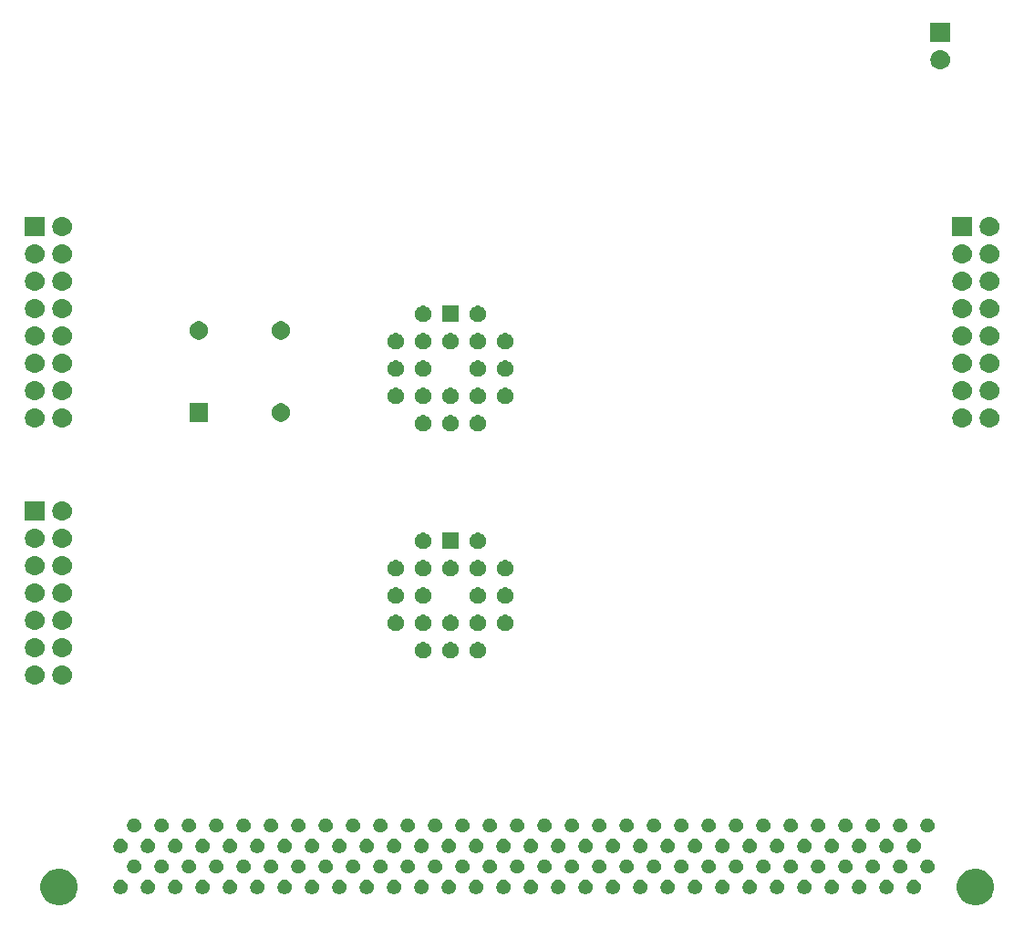
<source format=gbr>
G04 #@! TF.GenerationSoftware,KiCad,Pcbnew,(5.1.4)-1*
G04 #@! TF.CreationDate,2020-04-13T08:45:51-06:00*
G04 #@! TF.ProjectId,MiniSys MicroSD,4d696e69-5379-4732-904d-6963726f5344,rev?*
G04 #@! TF.SameCoordinates,Original*
G04 #@! TF.FileFunction,Soldermask,Bot*
G04 #@! TF.FilePolarity,Negative*
%FSLAX46Y46*%
G04 Gerber Fmt 4.6, Leading zero omitted, Abs format (unit mm)*
G04 Created by KiCad (PCBNEW (5.1.4)-1) date 2020-04-13 08:45:51*
%MOMM*%
%LPD*%
G04 APERTURE LIST*
%ADD10C,0.100000*%
G04 APERTURE END LIST*
D10*
G36*
X113493706Y-115832300D02*
G01*
X113804605Y-115961079D01*
X113804607Y-115961080D01*
X114084410Y-116148038D01*
X114322362Y-116385990D01*
X114509320Y-116665793D01*
X114509321Y-116665795D01*
X114638100Y-116976694D01*
X114703750Y-117306741D01*
X114703750Y-117643259D01*
X114638100Y-117973306D01*
X114570875Y-118135600D01*
X114509320Y-118284207D01*
X114322362Y-118564010D01*
X114084410Y-118801962D01*
X113804607Y-118988920D01*
X113804606Y-118988921D01*
X113804605Y-118988921D01*
X113493706Y-119117700D01*
X113163659Y-119183350D01*
X112827141Y-119183350D01*
X112497094Y-119117700D01*
X112186195Y-118988921D01*
X112186194Y-118988921D01*
X112186193Y-118988920D01*
X111906390Y-118801962D01*
X111668438Y-118564010D01*
X111481480Y-118284207D01*
X111419925Y-118135600D01*
X111352700Y-117973306D01*
X111287050Y-117643259D01*
X111287050Y-117306741D01*
X111352700Y-116976694D01*
X111481479Y-116665795D01*
X111481480Y-116665793D01*
X111668438Y-116385990D01*
X111906390Y-116148038D01*
X112186193Y-115961080D01*
X112186195Y-115961079D01*
X112497094Y-115832300D01*
X112827141Y-115766650D01*
X113163659Y-115766650D01*
X113493706Y-115832300D01*
X113493706Y-115832300D01*
G37*
G36*
X28403706Y-115832300D02*
G01*
X28714605Y-115961079D01*
X28714607Y-115961080D01*
X28994410Y-116148038D01*
X29232362Y-116385990D01*
X29419320Y-116665793D01*
X29419321Y-116665795D01*
X29548100Y-116976694D01*
X29613750Y-117306741D01*
X29613750Y-117643259D01*
X29548100Y-117973306D01*
X29480875Y-118135600D01*
X29419320Y-118284207D01*
X29232362Y-118564010D01*
X28994410Y-118801962D01*
X28714607Y-118988920D01*
X28714606Y-118988921D01*
X28714605Y-118988921D01*
X28403706Y-119117700D01*
X28073659Y-119183350D01*
X27737141Y-119183350D01*
X27407094Y-119117700D01*
X27096195Y-118988921D01*
X27096194Y-118988921D01*
X27096193Y-118988920D01*
X26816390Y-118801962D01*
X26578438Y-118564010D01*
X26391480Y-118284207D01*
X26329925Y-118135600D01*
X26262700Y-117973306D01*
X26197050Y-117643259D01*
X26197050Y-117306741D01*
X26262700Y-116976694D01*
X26391479Y-116665795D01*
X26391480Y-116665793D01*
X26578438Y-116385990D01*
X26816390Y-116148038D01*
X27096193Y-115961080D01*
X27096195Y-115961079D01*
X27407094Y-115832300D01*
X27737141Y-115766650D01*
X28073659Y-115766650D01*
X28403706Y-115832300D01*
X28403706Y-115832300D01*
G37*
G36*
X69373089Y-116839786D02*
G01*
X69493314Y-116889585D01*
X69601503Y-116961875D01*
X69601505Y-116961877D01*
X69601508Y-116961879D01*
X69693521Y-117053892D01*
X69693523Y-117053895D01*
X69693525Y-117053897D01*
X69765815Y-117162086D01*
X69815614Y-117282311D01*
X69841000Y-117409935D01*
X69841000Y-117540065D01*
X69815614Y-117667689D01*
X69765815Y-117787914D01*
X69693525Y-117896103D01*
X69693523Y-117896105D01*
X69693521Y-117896108D01*
X69601508Y-117988121D01*
X69601505Y-117988123D01*
X69601503Y-117988125D01*
X69493314Y-118060415D01*
X69373089Y-118110214D01*
X69245465Y-118135600D01*
X69115335Y-118135600D01*
X68987711Y-118110214D01*
X68867486Y-118060415D01*
X68759297Y-117988125D01*
X68759295Y-117988123D01*
X68759292Y-117988121D01*
X68667279Y-117896108D01*
X68667277Y-117896105D01*
X68667275Y-117896103D01*
X68594985Y-117787914D01*
X68545186Y-117667689D01*
X68519800Y-117540065D01*
X68519800Y-117409935D01*
X68545186Y-117282311D01*
X68594985Y-117162086D01*
X68667275Y-117053897D01*
X68667277Y-117053895D01*
X68667279Y-117053892D01*
X68759292Y-116961879D01*
X68759295Y-116961877D01*
X68759297Y-116961875D01*
X68867486Y-116889585D01*
X68987711Y-116839786D01*
X69115335Y-116814400D01*
X69245465Y-116814400D01*
X69373089Y-116839786D01*
X69373089Y-116839786D01*
G37*
G36*
X49053089Y-116839786D02*
G01*
X49173314Y-116889585D01*
X49281503Y-116961875D01*
X49281505Y-116961877D01*
X49281508Y-116961879D01*
X49373521Y-117053892D01*
X49373523Y-117053895D01*
X49373525Y-117053897D01*
X49445815Y-117162086D01*
X49495614Y-117282311D01*
X49521000Y-117409935D01*
X49521000Y-117540065D01*
X49495614Y-117667689D01*
X49445815Y-117787914D01*
X49373525Y-117896103D01*
X49373523Y-117896105D01*
X49373521Y-117896108D01*
X49281508Y-117988121D01*
X49281505Y-117988123D01*
X49281503Y-117988125D01*
X49173314Y-118060415D01*
X49053089Y-118110214D01*
X48925465Y-118135600D01*
X48795335Y-118135600D01*
X48667711Y-118110214D01*
X48547486Y-118060415D01*
X48439297Y-117988125D01*
X48439295Y-117988123D01*
X48439292Y-117988121D01*
X48347279Y-117896108D01*
X48347277Y-117896105D01*
X48347275Y-117896103D01*
X48274985Y-117787914D01*
X48225186Y-117667689D01*
X48199800Y-117540065D01*
X48199800Y-117409935D01*
X48225186Y-117282311D01*
X48274985Y-117162086D01*
X48347275Y-117053897D01*
X48347277Y-117053895D01*
X48347279Y-117053892D01*
X48439292Y-116961879D01*
X48439295Y-116961877D01*
X48439297Y-116961875D01*
X48547486Y-116889585D01*
X48667711Y-116839786D01*
X48795335Y-116814400D01*
X48925465Y-116814400D01*
X49053089Y-116839786D01*
X49053089Y-116839786D01*
G37*
G36*
X71913089Y-116839786D02*
G01*
X72033314Y-116889585D01*
X72141503Y-116961875D01*
X72141505Y-116961877D01*
X72141508Y-116961879D01*
X72233521Y-117053892D01*
X72233523Y-117053895D01*
X72233525Y-117053897D01*
X72305815Y-117162086D01*
X72355614Y-117282311D01*
X72381000Y-117409935D01*
X72381000Y-117540065D01*
X72355614Y-117667689D01*
X72305815Y-117787914D01*
X72233525Y-117896103D01*
X72233523Y-117896105D01*
X72233521Y-117896108D01*
X72141508Y-117988121D01*
X72141505Y-117988123D01*
X72141503Y-117988125D01*
X72033314Y-118060415D01*
X71913089Y-118110214D01*
X71785465Y-118135600D01*
X71655335Y-118135600D01*
X71527711Y-118110214D01*
X71407486Y-118060415D01*
X71299297Y-117988125D01*
X71299295Y-117988123D01*
X71299292Y-117988121D01*
X71207279Y-117896108D01*
X71207277Y-117896105D01*
X71207275Y-117896103D01*
X71134985Y-117787914D01*
X71085186Y-117667689D01*
X71059800Y-117540065D01*
X71059800Y-117409935D01*
X71085186Y-117282311D01*
X71134985Y-117162086D01*
X71207275Y-117053897D01*
X71207277Y-117053895D01*
X71207279Y-117053892D01*
X71299292Y-116961879D01*
X71299295Y-116961877D01*
X71299297Y-116961875D01*
X71407486Y-116889585D01*
X71527711Y-116839786D01*
X71655335Y-116814400D01*
X71785465Y-116814400D01*
X71913089Y-116839786D01*
X71913089Y-116839786D01*
G37*
G36*
X74453089Y-116839786D02*
G01*
X74573314Y-116889585D01*
X74681503Y-116961875D01*
X74681505Y-116961877D01*
X74681508Y-116961879D01*
X74773521Y-117053892D01*
X74773523Y-117053895D01*
X74773525Y-117053897D01*
X74845815Y-117162086D01*
X74895614Y-117282311D01*
X74921000Y-117409935D01*
X74921000Y-117540065D01*
X74895614Y-117667689D01*
X74845815Y-117787914D01*
X74773525Y-117896103D01*
X74773523Y-117896105D01*
X74773521Y-117896108D01*
X74681508Y-117988121D01*
X74681505Y-117988123D01*
X74681503Y-117988125D01*
X74573314Y-118060415D01*
X74453089Y-118110214D01*
X74325465Y-118135600D01*
X74195335Y-118135600D01*
X74067711Y-118110214D01*
X73947486Y-118060415D01*
X73839297Y-117988125D01*
X73839295Y-117988123D01*
X73839292Y-117988121D01*
X73747279Y-117896108D01*
X73747277Y-117896105D01*
X73747275Y-117896103D01*
X73674985Y-117787914D01*
X73625186Y-117667689D01*
X73599800Y-117540065D01*
X73599800Y-117409935D01*
X73625186Y-117282311D01*
X73674985Y-117162086D01*
X73747275Y-117053897D01*
X73747277Y-117053895D01*
X73747279Y-117053892D01*
X73839292Y-116961879D01*
X73839295Y-116961877D01*
X73839297Y-116961875D01*
X73947486Y-116889585D01*
X74067711Y-116839786D01*
X74195335Y-116814400D01*
X74325465Y-116814400D01*
X74453089Y-116839786D01*
X74453089Y-116839786D01*
G37*
G36*
X76993089Y-116839786D02*
G01*
X77113314Y-116889585D01*
X77221503Y-116961875D01*
X77221505Y-116961877D01*
X77221508Y-116961879D01*
X77313521Y-117053892D01*
X77313523Y-117053895D01*
X77313525Y-117053897D01*
X77385815Y-117162086D01*
X77435614Y-117282311D01*
X77461000Y-117409935D01*
X77461000Y-117540065D01*
X77435614Y-117667689D01*
X77385815Y-117787914D01*
X77313525Y-117896103D01*
X77313523Y-117896105D01*
X77313521Y-117896108D01*
X77221508Y-117988121D01*
X77221505Y-117988123D01*
X77221503Y-117988125D01*
X77113314Y-118060415D01*
X76993089Y-118110214D01*
X76865465Y-118135600D01*
X76735335Y-118135600D01*
X76607711Y-118110214D01*
X76487486Y-118060415D01*
X76379297Y-117988125D01*
X76379295Y-117988123D01*
X76379292Y-117988121D01*
X76287279Y-117896108D01*
X76287277Y-117896105D01*
X76287275Y-117896103D01*
X76214985Y-117787914D01*
X76165186Y-117667689D01*
X76139800Y-117540065D01*
X76139800Y-117409935D01*
X76165186Y-117282311D01*
X76214985Y-117162086D01*
X76287275Y-117053897D01*
X76287277Y-117053895D01*
X76287279Y-117053892D01*
X76379292Y-116961879D01*
X76379295Y-116961877D01*
X76379297Y-116961875D01*
X76487486Y-116889585D01*
X76607711Y-116839786D01*
X76735335Y-116814400D01*
X76865465Y-116814400D01*
X76993089Y-116839786D01*
X76993089Y-116839786D01*
G37*
G36*
X79533089Y-116839786D02*
G01*
X79653314Y-116889585D01*
X79761503Y-116961875D01*
X79761505Y-116961877D01*
X79761508Y-116961879D01*
X79853521Y-117053892D01*
X79853523Y-117053895D01*
X79853525Y-117053897D01*
X79925815Y-117162086D01*
X79975614Y-117282311D01*
X80001000Y-117409935D01*
X80001000Y-117540065D01*
X79975614Y-117667689D01*
X79925815Y-117787914D01*
X79853525Y-117896103D01*
X79853523Y-117896105D01*
X79853521Y-117896108D01*
X79761508Y-117988121D01*
X79761505Y-117988123D01*
X79761503Y-117988125D01*
X79653314Y-118060415D01*
X79533089Y-118110214D01*
X79405465Y-118135600D01*
X79275335Y-118135600D01*
X79147711Y-118110214D01*
X79027486Y-118060415D01*
X78919297Y-117988125D01*
X78919295Y-117988123D01*
X78919292Y-117988121D01*
X78827279Y-117896108D01*
X78827277Y-117896105D01*
X78827275Y-117896103D01*
X78754985Y-117787914D01*
X78705186Y-117667689D01*
X78679800Y-117540065D01*
X78679800Y-117409935D01*
X78705186Y-117282311D01*
X78754985Y-117162086D01*
X78827275Y-117053897D01*
X78827277Y-117053895D01*
X78827279Y-117053892D01*
X78919292Y-116961879D01*
X78919295Y-116961877D01*
X78919297Y-116961875D01*
X79027486Y-116889585D01*
X79147711Y-116839786D01*
X79275335Y-116814400D01*
X79405465Y-116814400D01*
X79533089Y-116839786D01*
X79533089Y-116839786D01*
G37*
G36*
X82073089Y-116839786D02*
G01*
X82193314Y-116889585D01*
X82301503Y-116961875D01*
X82301505Y-116961877D01*
X82301508Y-116961879D01*
X82393521Y-117053892D01*
X82393523Y-117053895D01*
X82393525Y-117053897D01*
X82465815Y-117162086D01*
X82515614Y-117282311D01*
X82541000Y-117409935D01*
X82541000Y-117540065D01*
X82515614Y-117667689D01*
X82465815Y-117787914D01*
X82393525Y-117896103D01*
X82393523Y-117896105D01*
X82393521Y-117896108D01*
X82301508Y-117988121D01*
X82301505Y-117988123D01*
X82301503Y-117988125D01*
X82193314Y-118060415D01*
X82073089Y-118110214D01*
X81945465Y-118135600D01*
X81815335Y-118135600D01*
X81687711Y-118110214D01*
X81567486Y-118060415D01*
X81459297Y-117988125D01*
X81459295Y-117988123D01*
X81459292Y-117988121D01*
X81367279Y-117896108D01*
X81367277Y-117896105D01*
X81367275Y-117896103D01*
X81294985Y-117787914D01*
X81245186Y-117667689D01*
X81219800Y-117540065D01*
X81219800Y-117409935D01*
X81245186Y-117282311D01*
X81294985Y-117162086D01*
X81367275Y-117053897D01*
X81367277Y-117053895D01*
X81367279Y-117053892D01*
X81459292Y-116961879D01*
X81459295Y-116961877D01*
X81459297Y-116961875D01*
X81567486Y-116889585D01*
X81687711Y-116839786D01*
X81815335Y-116814400D01*
X81945465Y-116814400D01*
X82073089Y-116839786D01*
X82073089Y-116839786D01*
G37*
G36*
X84613089Y-116839786D02*
G01*
X84733314Y-116889585D01*
X84841503Y-116961875D01*
X84841505Y-116961877D01*
X84841508Y-116961879D01*
X84933521Y-117053892D01*
X84933523Y-117053895D01*
X84933525Y-117053897D01*
X85005815Y-117162086D01*
X85055614Y-117282311D01*
X85081000Y-117409935D01*
X85081000Y-117540065D01*
X85055614Y-117667689D01*
X85005815Y-117787914D01*
X84933525Y-117896103D01*
X84933523Y-117896105D01*
X84933521Y-117896108D01*
X84841508Y-117988121D01*
X84841505Y-117988123D01*
X84841503Y-117988125D01*
X84733314Y-118060415D01*
X84613089Y-118110214D01*
X84485465Y-118135600D01*
X84355335Y-118135600D01*
X84227711Y-118110214D01*
X84107486Y-118060415D01*
X83999297Y-117988125D01*
X83999295Y-117988123D01*
X83999292Y-117988121D01*
X83907279Y-117896108D01*
X83907277Y-117896105D01*
X83907275Y-117896103D01*
X83834985Y-117787914D01*
X83785186Y-117667689D01*
X83759800Y-117540065D01*
X83759800Y-117409935D01*
X83785186Y-117282311D01*
X83834985Y-117162086D01*
X83907275Y-117053897D01*
X83907277Y-117053895D01*
X83907279Y-117053892D01*
X83999292Y-116961879D01*
X83999295Y-116961877D01*
X83999297Y-116961875D01*
X84107486Y-116889585D01*
X84227711Y-116839786D01*
X84355335Y-116814400D01*
X84485465Y-116814400D01*
X84613089Y-116839786D01*
X84613089Y-116839786D01*
G37*
G36*
X87153089Y-116839786D02*
G01*
X87273314Y-116889585D01*
X87381503Y-116961875D01*
X87381505Y-116961877D01*
X87381508Y-116961879D01*
X87473521Y-117053892D01*
X87473523Y-117053895D01*
X87473525Y-117053897D01*
X87545815Y-117162086D01*
X87595614Y-117282311D01*
X87621000Y-117409935D01*
X87621000Y-117540065D01*
X87595614Y-117667689D01*
X87545815Y-117787914D01*
X87473525Y-117896103D01*
X87473523Y-117896105D01*
X87473521Y-117896108D01*
X87381508Y-117988121D01*
X87381505Y-117988123D01*
X87381503Y-117988125D01*
X87273314Y-118060415D01*
X87153089Y-118110214D01*
X87025465Y-118135600D01*
X86895335Y-118135600D01*
X86767711Y-118110214D01*
X86647486Y-118060415D01*
X86539297Y-117988125D01*
X86539295Y-117988123D01*
X86539292Y-117988121D01*
X86447279Y-117896108D01*
X86447277Y-117896105D01*
X86447275Y-117896103D01*
X86374985Y-117787914D01*
X86325186Y-117667689D01*
X86299800Y-117540065D01*
X86299800Y-117409935D01*
X86325186Y-117282311D01*
X86374985Y-117162086D01*
X86447275Y-117053897D01*
X86447277Y-117053895D01*
X86447279Y-117053892D01*
X86539292Y-116961879D01*
X86539295Y-116961877D01*
X86539297Y-116961875D01*
X86647486Y-116889585D01*
X86767711Y-116839786D01*
X86895335Y-116814400D01*
X87025465Y-116814400D01*
X87153089Y-116839786D01*
X87153089Y-116839786D01*
G37*
G36*
X92233089Y-116839786D02*
G01*
X92353314Y-116889585D01*
X92461503Y-116961875D01*
X92461505Y-116961877D01*
X92461508Y-116961879D01*
X92553521Y-117053892D01*
X92553523Y-117053895D01*
X92553525Y-117053897D01*
X92625815Y-117162086D01*
X92675614Y-117282311D01*
X92701000Y-117409935D01*
X92701000Y-117540065D01*
X92675614Y-117667689D01*
X92625815Y-117787914D01*
X92553525Y-117896103D01*
X92553523Y-117896105D01*
X92553521Y-117896108D01*
X92461508Y-117988121D01*
X92461505Y-117988123D01*
X92461503Y-117988125D01*
X92353314Y-118060415D01*
X92233089Y-118110214D01*
X92105465Y-118135600D01*
X91975335Y-118135600D01*
X91847711Y-118110214D01*
X91727486Y-118060415D01*
X91619297Y-117988125D01*
X91619295Y-117988123D01*
X91619292Y-117988121D01*
X91527279Y-117896108D01*
X91527277Y-117896105D01*
X91527275Y-117896103D01*
X91454985Y-117787914D01*
X91405186Y-117667689D01*
X91379800Y-117540065D01*
X91379800Y-117409935D01*
X91405186Y-117282311D01*
X91454985Y-117162086D01*
X91527275Y-117053897D01*
X91527277Y-117053895D01*
X91527279Y-117053892D01*
X91619292Y-116961879D01*
X91619295Y-116961877D01*
X91619297Y-116961875D01*
X91727486Y-116889585D01*
X91847711Y-116839786D01*
X91975335Y-116814400D01*
X92105465Y-116814400D01*
X92233089Y-116839786D01*
X92233089Y-116839786D01*
G37*
G36*
X94773089Y-116839786D02*
G01*
X94893314Y-116889585D01*
X95001503Y-116961875D01*
X95001505Y-116961877D01*
X95001508Y-116961879D01*
X95093521Y-117053892D01*
X95093523Y-117053895D01*
X95093525Y-117053897D01*
X95165815Y-117162086D01*
X95215614Y-117282311D01*
X95241000Y-117409935D01*
X95241000Y-117540065D01*
X95215614Y-117667689D01*
X95165815Y-117787914D01*
X95093525Y-117896103D01*
X95093523Y-117896105D01*
X95093521Y-117896108D01*
X95001508Y-117988121D01*
X95001505Y-117988123D01*
X95001503Y-117988125D01*
X94893314Y-118060415D01*
X94773089Y-118110214D01*
X94645465Y-118135600D01*
X94515335Y-118135600D01*
X94387711Y-118110214D01*
X94267486Y-118060415D01*
X94159297Y-117988125D01*
X94159295Y-117988123D01*
X94159292Y-117988121D01*
X94067279Y-117896108D01*
X94067277Y-117896105D01*
X94067275Y-117896103D01*
X93994985Y-117787914D01*
X93945186Y-117667689D01*
X93919800Y-117540065D01*
X93919800Y-117409935D01*
X93945186Y-117282311D01*
X93994985Y-117162086D01*
X94067275Y-117053897D01*
X94067277Y-117053895D01*
X94067279Y-117053892D01*
X94159292Y-116961879D01*
X94159295Y-116961877D01*
X94159297Y-116961875D01*
X94267486Y-116889585D01*
X94387711Y-116839786D01*
X94515335Y-116814400D01*
X94645465Y-116814400D01*
X94773089Y-116839786D01*
X94773089Y-116839786D01*
G37*
G36*
X97313089Y-116839786D02*
G01*
X97433314Y-116889585D01*
X97541503Y-116961875D01*
X97541505Y-116961877D01*
X97541508Y-116961879D01*
X97633521Y-117053892D01*
X97633523Y-117053895D01*
X97633525Y-117053897D01*
X97705815Y-117162086D01*
X97755614Y-117282311D01*
X97781000Y-117409935D01*
X97781000Y-117540065D01*
X97755614Y-117667689D01*
X97705815Y-117787914D01*
X97633525Y-117896103D01*
X97633523Y-117896105D01*
X97633521Y-117896108D01*
X97541508Y-117988121D01*
X97541505Y-117988123D01*
X97541503Y-117988125D01*
X97433314Y-118060415D01*
X97313089Y-118110214D01*
X97185465Y-118135600D01*
X97055335Y-118135600D01*
X96927711Y-118110214D01*
X96807486Y-118060415D01*
X96699297Y-117988125D01*
X96699295Y-117988123D01*
X96699292Y-117988121D01*
X96607279Y-117896108D01*
X96607277Y-117896105D01*
X96607275Y-117896103D01*
X96534985Y-117787914D01*
X96485186Y-117667689D01*
X96459800Y-117540065D01*
X96459800Y-117409935D01*
X96485186Y-117282311D01*
X96534985Y-117162086D01*
X96607275Y-117053897D01*
X96607277Y-117053895D01*
X96607279Y-117053892D01*
X96699292Y-116961879D01*
X96699295Y-116961877D01*
X96699297Y-116961875D01*
X96807486Y-116889585D01*
X96927711Y-116839786D01*
X97055335Y-116814400D01*
X97185465Y-116814400D01*
X97313089Y-116839786D01*
X97313089Y-116839786D01*
G37*
G36*
X99853089Y-116839786D02*
G01*
X99973314Y-116889585D01*
X100081503Y-116961875D01*
X100081505Y-116961877D01*
X100081508Y-116961879D01*
X100173521Y-117053892D01*
X100173523Y-117053895D01*
X100173525Y-117053897D01*
X100245815Y-117162086D01*
X100295614Y-117282311D01*
X100321000Y-117409935D01*
X100321000Y-117540065D01*
X100295614Y-117667689D01*
X100245815Y-117787914D01*
X100173525Y-117896103D01*
X100173523Y-117896105D01*
X100173521Y-117896108D01*
X100081508Y-117988121D01*
X100081505Y-117988123D01*
X100081503Y-117988125D01*
X99973314Y-118060415D01*
X99853089Y-118110214D01*
X99725465Y-118135600D01*
X99595335Y-118135600D01*
X99467711Y-118110214D01*
X99347486Y-118060415D01*
X99239297Y-117988125D01*
X99239295Y-117988123D01*
X99239292Y-117988121D01*
X99147279Y-117896108D01*
X99147277Y-117896105D01*
X99147275Y-117896103D01*
X99074985Y-117787914D01*
X99025186Y-117667689D01*
X98999800Y-117540065D01*
X98999800Y-117409935D01*
X99025186Y-117282311D01*
X99074985Y-117162086D01*
X99147275Y-117053897D01*
X99147277Y-117053895D01*
X99147279Y-117053892D01*
X99239292Y-116961879D01*
X99239295Y-116961877D01*
X99239297Y-116961875D01*
X99347486Y-116889585D01*
X99467711Y-116839786D01*
X99595335Y-116814400D01*
X99725465Y-116814400D01*
X99853089Y-116839786D01*
X99853089Y-116839786D01*
G37*
G36*
X102393089Y-116839786D02*
G01*
X102513314Y-116889585D01*
X102621503Y-116961875D01*
X102621505Y-116961877D01*
X102621508Y-116961879D01*
X102713521Y-117053892D01*
X102713523Y-117053895D01*
X102713525Y-117053897D01*
X102785815Y-117162086D01*
X102835614Y-117282311D01*
X102861000Y-117409935D01*
X102861000Y-117540065D01*
X102835614Y-117667689D01*
X102785815Y-117787914D01*
X102713525Y-117896103D01*
X102713523Y-117896105D01*
X102713521Y-117896108D01*
X102621508Y-117988121D01*
X102621505Y-117988123D01*
X102621503Y-117988125D01*
X102513314Y-118060415D01*
X102393089Y-118110214D01*
X102265465Y-118135600D01*
X102135335Y-118135600D01*
X102007711Y-118110214D01*
X101887486Y-118060415D01*
X101779297Y-117988125D01*
X101779295Y-117988123D01*
X101779292Y-117988121D01*
X101687279Y-117896108D01*
X101687277Y-117896105D01*
X101687275Y-117896103D01*
X101614985Y-117787914D01*
X101565186Y-117667689D01*
X101539800Y-117540065D01*
X101539800Y-117409935D01*
X101565186Y-117282311D01*
X101614985Y-117162086D01*
X101687275Y-117053897D01*
X101687277Y-117053895D01*
X101687279Y-117053892D01*
X101779292Y-116961879D01*
X101779295Y-116961877D01*
X101779297Y-116961875D01*
X101887486Y-116889585D01*
X102007711Y-116839786D01*
X102135335Y-116814400D01*
X102265465Y-116814400D01*
X102393089Y-116839786D01*
X102393089Y-116839786D01*
G37*
G36*
X89693089Y-116839786D02*
G01*
X89813314Y-116889585D01*
X89921503Y-116961875D01*
X89921505Y-116961877D01*
X89921508Y-116961879D01*
X90013521Y-117053892D01*
X90013523Y-117053895D01*
X90013525Y-117053897D01*
X90085815Y-117162086D01*
X90135614Y-117282311D01*
X90161000Y-117409935D01*
X90161000Y-117540065D01*
X90135614Y-117667689D01*
X90085815Y-117787914D01*
X90013525Y-117896103D01*
X90013523Y-117896105D01*
X90013521Y-117896108D01*
X89921508Y-117988121D01*
X89921505Y-117988123D01*
X89921503Y-117988125D01*
X89813314Y-118060415D01*
X89693089Y-118110214D01*
X89565465Y-118135600D01*
X89435335Y-118135600D01*
X89307711Y-118110214D01*
X89187486Y-118060415D01*
X89079297Y-117988125D01*
X89079295Y-117988123D01*
X89079292Y-117988121D01*
X88987279Y-117896108D01*
X88987277Y-117896105D01*
X88987275Y-117896103D01*
X88914985Y-117787914D01*
X88865186Y-117667689D01*
X88839800Y-117540065D01*
X88839800Y-117409935D01*
X88865186Y-117282311D01*
X88914985Y-117162086D01*
X88987275Y-117053897D01*
X88987277Y-117053895D01*
X88987279Y-117053892D01*
X89079292Y-116961879D01*
X89079295Y-116961877D01*
X89079297Y-116961875D01*
X89187486Y-116889585D01*
X89307711Y-116839786D01*
X89435335Y-116814400D01*
X89565465Y-116814400D01*
X89693089Y-116839786D01*
X89693089Y-116839786D01*
G37*
G36*
X107473089Y-116839786D02*
G01*
X107593314Y-116889585D01*
X107701503Y-116961875D01*
X107701505Y-116961877D01*
X107701508Y-116961879D01*
X107793521Y-117053892D01*
X107793523Y-117053895D01*
X107793525Y-117053897D01*
X107865815Y-117162086D01*
X107915614Y-117282311D01*
X107941000Y-117409935D01*
X107941000Y-117540065D01*
X107915614Y-117667689D01*
X107865815Y-117787914D01*
X107793525Y-117896103D01*
X107793523Y-117896105D01*
X107793521Y-117896108D01*
X107701508Y-117988121D01*
X107701505Y-117988123D01*
X107701503Y-117988125D01*
X107593314Y-118060415D01*
X107473089Y-118110214D01*
X107345465Y-118135600D01*
X107215335Y-118135600D01*
X107087711Y-118110214D01*
X106967486Y-118060415D01*
X106859297Y-117988125D01*
X106859295Y-117988123D01*
X106859292Y-117988121D01*
X106767279Y-117896108D01*
X106767277Y-117896105D01*
X106767275Y-117896103D01*
X106694985Y-117787914D01*
X106645186Y-117667689D01*
X106619800Y-117540065D01*
X106619800Y-117409935D01*
X106645186Y-117282311D01*
X106694985Y-117162086D01*
X106767275Y-117053897D01*
X106767277Y-117053895D01*
X106767279Y-117053892D01*
X106859292Y-116961879D01*
X106859295Y-116961877D01*
X106859297Y-116961875D01*
X106967486Y-116889585D01*
X107087711Y-116839786D01*
X107215335Y-116814400D01*
X107345465Y-116814400D01*
X107473089Y-116839786D01*
X107473089Y-116839786D01*
G37*
G36*
X36353089Y-116839786D02*
G01*
X36473314Y-116889585D01*
X36581503Y-116961875D01*
X36581505Y-116961877D01*
X36581508Y-116961879D01*
X36673521Y-117053892D01*
X36673523Y-117053895D01*
X36673525Y-117053897D01*
X36745815Y-117162086D01*
X36795614Y-117282311D01*
X36821000Y-117409935D01*
X36821000Y-117540065D01*
X36795614Y-117667689D01*
X36745815Y-117787914D01*
X36673525Y-117896103D01*
X36673523Y-117896105D01*
X36673521Y-117896108D01*
X36581508Y-117988121D01*
X36581505Y-117988123D01*
X36581503Y-117988125D01*
X36473314Y-118060415D01*
X36353089Y-118110214D01*
X36225465Y-118135600D01*
X36095335Y-118135600D01*
X35967711Y-118110214D01*
X35847486Y-118060415D01*
X35739297Y-117988125D01*
X35739295Y-117988123D01*
X35739292Y-117988121D01*
X35647279Y-117896108D01*
X35647277Y-117896105D01*
X35647275Y-117896103D01*
X35574985Y-117787914D01*
X35525186Y-117667689D01*
X35499800Y-117540065D01*
X35499800Y-117409935D01*
X35525186Y-117282311D01*
X35574985Y-117162086D01*
X35647275Y-117053897D01*
X35647277Y-117053895D01*
X35647279Y-117053892D01*
X35739292Y-116961879D01*
X35739295Y-116961877D01*
X35739297Y-116961875D01*
X35847486Y-116889585D01*
X35967711Y-116839786D01*
X36095335Y-116814400D01*
X36225465Y-116814400D01*
X36353089Y-116839786D01*
X36353089Y-116839786D01*
G37*
G36*
X33813089Y-116839786D02*
G01*
X33933314Y-116889585D01*
X34041503Y-116961875D01*
X34041505Y-116961877D01*
X34041508Y-116961879D01*
X34133521Y-117053892D01*
X34133523Y-117053895D01*
X34133525Y-117053897D01*
X34205815Y-117162086D01*
X34255614Y-117282311D01*
X34281000Y-117409935D01*
X34281000Y-117540065D01*
X34255614Y-117667689D01*
X34205815Y-117787914D01*
X34133525Y-117896103D01*
X34133523Y-117896105D01*
X34133521Y-117896108D01*
X34041508Y-117988121D01*
X34041505Y-117988123D01*
X34041503Y-117988125D01*
X33933314Y-118060415D01*
X33813089Y-118110214D01*
X33685465Y-118135600D01*
X33555335Y-118135600D01*
X33427711Y-118110214D01*
X33307486Y-118060415D01*
X33199297Y-117988125D01*
X33199295Y-117988123D01*
X33199292Y-117988121D01*
X33107279Y-117896108D01*
X33107277Y-117896105D01*
X33107275Y-117896103D01*
X33034985Y-117787914D01*
X32985186Y-117667689D01*
X32959800Y-117540065D01*
X32959800Y-117409935D01*
X32985186Y-117282311D01*
X33034985Y-117162086D01*
X33107275Y-117053897D01*
X33107277Y-117053895D01*
X33107279Y-117053892D01*
X33199292Y-116961879D01*
X33199295Y-116961877D01*
X33199297Y-116961875D01*
X33307486Y-116889585D01*
X33427711Y-116839786D01*
X33555335Y-116814400D01*
X33685465Y-116814400D01*
X33813089Y-116839786D01*
X33813089Y-116839786D01*
G37*
G36*
X66833089Y-116839786D02*
G01*
X66953314Y-116889585D01*
X67061503Y-116961875D01*
X67061505Y-116961877D01*
X67061508Y-116961879D01*
X67153521Y-117053892D01*
X67153523Y-117053895D01*
X67153525Y-117053897D01*
X67225815Y-117162086D01*
X67275614Y-117282311D01*
X67301000Y-117409935D01*
X67301000Y-117540065D01*
X67275614Y-117667689D01*
X67225815Y-117787914D01*
X67153525Y-117896103D01*
X67153523Y-117896105D01*
X67153521Y-117896108D01*
X67061508Y-117988121D01*
X67061505Y-117988123D01*
X67061503Y-117988125D01*
X66953314Y-118060415D01*
X66833089Y-118110214D01*
X66705465Y-118135600D01*
X66575335Y-118135600D01*
X66447711Y-118110214D01*
X66327486Y-118060415D01*
X66219297Y-117988125D01*
X66219295Y-117988123D01*
X66219292Y-117988121D01*
X66127279Y-117896108D01*
X66127277Y-117896105D01*
X66127275Y-117896103D01*
X66054985Y-117787914D01*
X66005186Y-117667689D01*
X65979800Y-117540065D01*
X65979800Y-117409935D01*
X66005186Y-117282311D01*
X66054985Y-117162086D01*
X66127275Y-117053897D01*
X66127277Y-117053895D01*
X66127279Y-117053892D01*
X66219292Y-116961879D01*
X66219295Y-116961877D01*
X66219297Y-116961875D01*
X66327486Y-116889585D01*
X66447711Y-116839786D01*
X66575335Y-116814400D01*
X66705465Y-116814400D01*
X66833089Y-116839786D01*
X66833089Y-116839786D01*
G37*
G36*
X64293089Y-116839786D02*
G01*
X64413314Y-116889585D01*
X64521503Y-116961875D01*
X64521505Y-116961877D01*
X64521508Y-116961879D01*
X64613521Y-117053892D01*
X64613523Y-117053895D01*
X64613525Y-117053897D01*
X64685815Y-117162086D01*
X64735614Y-117282311D01*
X64761000Y-117409935D01*
X64761000Y-117540065D01*
X64735614Y-117667689D01*
X64685815Y-117787914D01*
X64613525Y-117896103D01*
X64613523Y-117896105D01*
X64613521Y-117896108D01*
X64521508Y-117988121D01*
X64521505Y-117988123D01*
X64521503Y-117988125D01*
X64413314Y-118060415D01*
X64293089Y-118110214D01*
X64165465Y-118135600D01*
X64035335Y-118135600D01*
X63907711Y-118110214D01*
X63787486Y-118060415D01*
X63679297Y-117988125D01*
X63679295Y-117988123D01*
X63679292Y-117988121D01*
X63587279Y-117896108D01*
X63587277Y-117896105D01*
X63587275Y-117896103D01*
X63514985Y-117787914D01*
X63465186Y-117667689D01*
X63439800Y-117540065D01*
X63439800Y-117409935D01*
X63465186Y-117282311D01*
X63514985Y-117162086D01*
X63587275Y-117053897D01*
X63587277Y-117053895D01*
X63587279Y-117053892D01*
X63679292Y-116961879D01*
X63679295Y-116961877D01*
X63679297Y-116961875D01*
X63787486Y-116889585D01*
X63907711Y-116839786D01*
X64035335Y-116814400D01*
X64165465Y-116814400D01*
X64293089Y-116839786D01*
X64293089Y-116839786D01*
G37*
G36*
X61753089Y-116839786D02*
G01*
X61873314Y-116889585D01*
X61981503Y-116961875D01*
X61981505Y-116961877D01*
X61981508Y-116961879D01*
X62073521Y-117053892D01*
X62073523Y-117053895D01*
X62073525Y-117053897D01*
X62145815Y-117162086D01*
X62195614Y-117282311D01*
X62221000Y-117409935D01*
X62221000Y-117540065D01*
X62195614Y-117667689D01*
X62145815Y-117787914D01*
X62073525Y-117896103D01*
X62073523Y-117896105D01*
X62073521Y-117896108D01*
X61981508Y-117988121D01*
X61981505Y-117988123D01*
X61981503Y-117988125D01*
X61873314Y-118060415D01*
X61753089Y-118110214D01*
X61625465Y-118135600D01*
X61495335Y-118135600D01*
X61367711Y-118110214D01*
X61247486Y-118060415D01*
X61139297Y-117988125D01*
X61139295Y-117988123D01*
X61139292Y-117988121D01*
X61047279Y-117896108D01*
X61047277Y-117896105D01*
X61047275Y-117896103D01*
X60974985Y-117787914D01*
X60925186Y-117667689D01*
X60899800Y-117540065D01*
X60899800Y-117409935D01*
X60925186Y-117282311D01*
X60974985Y-117162086D01*
X61047275Y-117053897D01*
X61047277Y-117053895D01*
X61047279Y-117053892D01*
X61139292Y-116961879D01*
X61139295Y-116961877D01*
X61139297Y-116961875D01*
X61247486Y-116889585D01*
X61367711Y-116839786D01*
X61495335Y-116814400D01*
X61625465Y-116814400D01*
X61753089Y-116839786D01*
X61753089Y-116839786D01*
G37*
G36*
X59213089Y-116839786D02*
G01*
X59333314Y-116889585D01*
X59441503Y-116961875D01*
X59441505Y-116961877D01*
X59441508Y-116961879D01*
X59533521Y-117053892D01*
X59533523Y-117053895D01*
X59533525Y-117053897D01*
X59605815Y-117162086D01*
X59655614Y-117282311D01*
X59681000Y-117409935D01*
X59681000Y-117540065D01*
X59655614Y-117667689D01*
X59605815Y-117787914D01*
X59533525Y-117896103D01*
X59533523Y-117896105D01*
X59533521Y-117896108D01*
X59441508Y-117988121D01*
X59441505Y-117988123D01*
X59441503Y-117988125D01*
X59333314Y-118060415D01*
X59213089Y-118110214D01*
X59085465Y-118135600D01*
X58955335Y-118135600D01*
X58827711Y-118110214D01*
X58707486Y-118060415D01*
X58599297Y-117988125D01*
X58599295Y-117988123D01*
X58599292Y-117988121D01*
X58507279Y-117896108D01*
X58507277Y-117896105D01*
X58507275Y-117896103D01*
X58434985Y-117787914D01*
X58385186Y-117667689D01*
X58359800Y-117540065D01*
X58359800Y-117409935D01*
X58385186Y-117282311D01*
X58434985Y-117162086D01*
X58507275Y-117053897D01*
X58507277Y-117053895D01*
X58507279Y-117053892D01*
X58599292Y-116961879D01*
X58599295Y-116961877D01*
X58599297Y-116961875D01*
X58707486Y-116889585D01*
X58827711Y-116839786D01*
X58955335Y-116814400D01*
X59085465Y-116814400D01*
X59213089Y-116839786D01*
X59213089Y-116839786D01*
G37*
G36*
X56673089Y-116839786D02*
G01*
X56793314Y-116889585D01*
X56901503Y-116961875D01*
X56901505Y-116961877D01*
X56901508Y-116961879D01*
X56993521Y-117053892D01*
X56993523Y-117053895D01*
X56993525Y-117053897D01*
X57065815Y-117162086D01*
X57115614Y-117282311D01*
X57141000Y-117409935D01*
X57141000Y-117540065D01*
X57115614Y-117667689D01*
X57065815Y-117787914D01*
X56993525Y-117896103D01*
X56993523Y-117896105D01*
X56993521Y-117896108D01*
X56901508Y-117988121D01*
X56901505Y-117988123D01*
X56901503Y-117988125D01*
X56793314Y-118060415D01*
X56673089Y-118110214D01*
X56545465Y-118135600D01*
X56415335Y-118135600D01*
X56287711Y-118110214D01*
X56167486Y-118060415D01*
X56059297Y-117988125D01*
X56059295Y-117988123D01*
X56059292Y-117988121D01*
X55967279Y-117896108D01*
X55967277Y-117896105D01*
X55967275Y-117896103D01*
X55894985Y-117787914D01*
X55845186Y-117667689D01*
X55819800Y-117540065D01*
X55819800Y-117409935D01*
X55845186Y-117282311D01*
X55894985Y-117162086D01*
X55967275Y-117053897D01*
X55967277Y-117053895D01*
X55967279Y-117053892D01*
X56059292Y-116961879D01*
X56059295Y-116961877D01*
X56059297Y-116961875D01*
X56167486Y-116889585D01*
X56287711Y-116839786D01*
X56415335Y-116814400D01*
X56545465Y-116814400D01*
X56673089Y-116839786D01*
X56673089Y-116839786D01*
G37*
G36*
X54133089Y-116839786D02*
G01*
X54253314Y-116889585D01*
X54361503Y-116961875D01*
X54361505Y-116961877D01*
X54361508Y-116961879D01*
X54453521Y-117053892D01*
X54453523Y-117053895D01*
X54453525Y-117053897D01*
X54525815Y-117162086D01*
X54575614Y-117282311D01*
X54601000Y-117409935D01*
X54601000Y-117540065D01*
X54575614Y-117667689D01*
X54525815Y-117787914D01*
X54453525Y-117896103D01*
X54453523Y-117896105D01*
X54453521Y-117896108D01*
X54361508Y-117988121D01*
X54361505Y-117988123D01*
X54361503Y-117988125D01*
X54253314Y-118060415D01*
X54133089Y-118110214D01*
X54005465Y-118135600D01*
X53875335Y-118135600D01*
X53747711Y-118110214D01*
X53627486Y-118060415D01*
X53519297Y-117988125D01*
X53519295Y-117988123D01*
X53519292Y-117988121D01*
X53427279Y-117896108D01*
X53427277Y-117896105D01*
X53427275Y-117896103D01*
X53354985Y-117787914D01*
X53305186Y-117667689D01*
X53279800Y-117540065D01*
X53279800Y-117409935D01*
X53305186Y-117282311D01*
X53354985Y-117162086D01*
X53427275Y-117053897D01*
X53427277Y-117053895D01*
X53427279Y-117053892D01*
X53519292Y-116961879D01*
X53519295Y-116961877D01*
X53519297Y-116961875D01*
X53627486Y-116889585D01*
X53747711Y-116839786D01*
X53875335Y-116814400D01*
X54005465Y-116814400D01*
X54133089Y-116839786D01*
X54133089Y-116839786D01*
G37*
G36*
X51593089Y-116839786D02*
G01*
X51713314Y-116889585D01*
X51821503Y-116961875D01*
X51821505Y-116961877D01*
X51821508Y-116961879D01*
X51913521Y-117053892D01*
X51913523Y-117053895D01*
X51913525Y-117053897D01*
X51985815Y-117162086D01*
X52035614Y-117282311D01*
X52061000Y-117409935D01*
X52061000Y-117540065D01*
X52035614Y-117667689D01*
X51985815Y-117787914D01*
X51913525Y-117896103D01*
X51913523Y-117896105D01*
X51913521Y-117896108D01*
X51821508Y-117988121D01*
X51821505Y-117988123D01*
X51821503Y-117988125D01*
X51713314Y-118060415D01*
X51593089Y-118110214D01*
X51465465Y-118135600D01*
X51335335Y-118135600D01*
X51207711Y-118110214D01*
X51087486Y-118060415D01*
X50979297Y-117988125D01*
X50979295Y-117988123D01*
X50979292Y-117988121D01*
X50887279Y-117896108D01*
X50887277Y-117896105D01*
X50887275Y-117896103D01*
X50814985Y-117787914D01*
X50765186Y-117667689D01*
X50739800Y-117540065D01*
X50739800Y-117409935D01*
X50765186Y-117282311D01*
X50814985Y-117162086D01*
X50887275Y-117053897D01*
X50887277Y-117053895D01*
X50887279Y-117053892D01*
X50979292Y-116961879D01*
X50979295Y-116961877D01*
X50979297Y-116961875D01*
X51087486Y-116889585D01*
X51207711Y-116839786D01*
X51335335Y-116814400D01*
X51465465Y-116814400D01*
X51593089Y-116839786D01*
X51593089Y-116839786D01*
G37*
G36*
X104933089Y-116839786D02*
G01*
X105053314Y-116889585D01*
X105161503Y-116961875D01*
X105161505Y-116961877D01*
X105161508Y-116961879D01*
X105253521Y-117053892D01*
X105253523Y-117053895D01*
X105253525Y-117053897D01*
X105325815Y-117162086D01*
X105375614Y-117282311D01*
X105401000Y-117409935D01*
X105401000Y-117540065D01*
X105375614Y-117667689D01*
X105325815Y-117787914D01*
X105253525Y-117896103D01*
X105253523Y-117896105D01*
X105253521Y-117896108D01*
X105161508Y-117988121D01*
X105161505Y-117988123D01*
X105161503Y-117988125D01*
X105053314Y-118060415D01*
X104933089Y-118110214D01*
X104805465Y-118135600D01*
X104675335Y-118135600D01*
X104547711Y-118110214D01*
X104427486Y-118060415D01*
X104319297Y-117988125D01*
X104319295Y-117988123D01*
X104319292Y-117988121D01*
X104227279Y-117896108D01*
X104227277Y-117896105D01*
X104227275Y-117896103D01*
X104154985Y-117787914D01*
X104105186Y-117667689D01*
X104079800Y-117540065D01*
X104079800Y-117409935D01*
X104105186Y-117282311D01*
X104154985Y-117162086D01*
X104227275Y-117053897D01*
X104227277Y-117053895D01*
X104227279Y-117053892D01*
X104319292Y-116961879D01*
X104319295Y-116961877D01*
X104319297Y-116961875D01*
X104427486Y-116889585D01*
X104547711Y-116839786D01*
X104675335Y-116814400D01*
X104805465Y-116814400D01*
X104933089Y-116839786D01*
X104933089Y-116839786D01*
G37*
G36*
X46513089Y-116839786D02*
G01*
X46633314Y-116889585D01*
X46741503Y-116961875D01*
X46741505Y-116961877D01*
X46741508Y-116961879D01*
X46833521Y-117053892D01*
X46833523Y-117053895D01*
X46833525Y-117053897D01*
X46905815Y-117162086D01*
X46955614Y-117282311D01*
X46981000Y-117409935D01*
X46981000Y-117540065D01*
X46955614Y-117667689D01*
X46905815Y-117787914D01*
X46833525Y-117896103D01*
X46833523Y-117896105D01*
X46833521Y-117896108D01*
X46741508Y-117988121D01*
X46741505Y-117988123D01*
X46741503Y-117988125D01*
X46633314Y-118060415D01*
X46513089Y-118110214D01*
X46385465Y-118135600D01*
X46255335Y-118135600D01*
X46127711Y-118110214D01*
X46007486Y-118060415D01*
X45899297Y-117988125D01*
X45899295Y-117988123D01*
X45899292Y-117988121D01*
X45807279Y-117896108D01*
X45807277Y-117896105D01*
X45807275Y-117896103D01*
X45734985Y-117787914D01*
X45685186Y-117667689D01*
X45659800Y-117540065D01*
X45659800Y-117409935D01*
X45685186Y-117282311D01*
X45734985Y-117162086D01*
X45807275Y-117053897D01*
X45807277Y-117053895D01*
X45807279Y-117053892D01*
X45899292Y-116961879D01*
X45899295Y-116961877D01*
X45899297Y-116961875D01*
X46007486Y-116889585D01*
X46127711Y-116839786D01*
X46255335Y-116814400D01*
X46385465Y-116814400D01*
X46513089Y-116839786D01*
X46513089Y-116839786D01*
G37*
G36*
X43973089Y-116839786D02*
G01*
X44093314Y-116889585D01*
X44201503Y-116961875D01*
X44201505Y-116961877D01*
X44201508Y-116961879D01*
X44293521Y-117053892D01*
X44293523Y-117053895D01*
X44293525Y-117053897D01*
X44365815Y-117162086D01*
X44415614Y-117282311D01*
X44441000Y-117409935D01*
X44441000Y-117540065D01*
X44415614Y-117667689D01*
X44365815Y-117787914D01*
X44293525Y-117896103D01*
X44293523Y-117896105D01*
X44293521Y-117896108D01*
X44201508Y-117988121D01*
X44201505Y-117988123D01*
X44201503Y-117988125D01*
X44093314Y-118060415D01*
X43973089Y-118110214D01*
X43845465Y-118135600D01*
X43715335Y-118135600D01*
X43587711Y-118110214D01*
X43467486Y-118060415D01*
X43359297Y-117988125D01*
X43359295Y-117988123D01*
X43359292Y-117988121D01*
X43267279Y-117896108D01*
X43267277Y-117896105D01*
X43267275Y-117896103D01*
X43194985Y-117787914D01*
X43145186Y-117667689D01*
X43119800Y-117540065D01*
X43119800Y-117409935D01*
X43145186Y-117282311D01*
X43194985Y-117162086D01*
X43267275Y-117053897D01*
X43267277Y-117053895D01*
X43267279Y-117053892D01*
X43359292Y-116961879D01*
X43359295Y-116961877D01*
X43359297Y-116961875D01*
X43467486Y-116889585D01*
X43587711Y-116839786D01*
X43715335Y-116814400D01*
X43845465Y-116814400D01*
X43973089Y-116839786D01*
X43973089Y-116839786D01*
G37*
G36*
X41433089Y-116839786D02*
G01*
X41553314Y-116889585D01*
X41661503Y-116961875D01*
X41661505Y-116961877D01*
X41661508Y-116961879D01*
X41753521Y-117053892D01*
X41753523Y-117053895D01*
X41753525Y-117053897D01*
X41825815Y-117162086D01*
X41875614Y-117282311D01*
X41901000Y-117409935D01*
X41901000Y-117540065D01*
X41875614Y-117667689D01*
X41825815Y-117787914D01*
X41753525Y-117896103D01*
X41753523Y-117896105D01*
X41753521Y-117896108D01*
X41661508Y-117988121D01*
X41661505Y-117988123D01*
X41661503Y-117988125D01*
X41553314Y-118060415D01*
X41433089Y-118110214D01*
X41305465Y-118135600D01*
X41175335Y-118135600D01*
X41047711Y-118110214D01*
X40927486Y-118060415D01*
X40819297Y-117988125D01*
X40819295Y-117988123D01*
X40819292Y-117988121D01*
X40727279Y-117896108D01*
X40727277Y-117896105D01*
X40727275Y-117896103D01*
X40654985Y-117787914D01*
X40605186Y-117667689D01*
X40579800Y-117540065D01*
X40579800Y-117409935D01*
X40605186Y-117282311D01*
X40654985Y-117162086D01*
X40727275Y-117053897D01*
X40727277Y-117053895D01*
X40727279Y-117053892D01*
X40819292Y-116961879D01*
X40819295Y-116961877D01*
X40819297Y-116961875D01*
X40927486Y-116889585D01*
X41047711Y-116839786D01*
X41175335Y-116814400D01*
X41305465Y-116814400D01*
X41433089Y-116839786D01*
X41433089Y-116839786D01*
G37*
G36*
X38893089Y-116839786D02*
G01*
X39013314Y-116889585D01*
X39121503Y-116961875D01*
X39121505Y-116961877D01*
X39121508Y-116961879D01*
X39213521Y-117053892D01*
X39213523Y-117053895D01*
X39213525Y-117053897D01*
X39285815Y-117162086D01*
X39335614Y-117282311D01*
X39361000Y-117409935D01*
X39361000Y-117540065D01*
X39335614Y-117667689D01*
X39285815Y-117787914D01*
X39213525Y-117896103D01*
X39213523Y-117896105D01*
X39213521Y-117896108D01*
X39121508Y-117988121D01*
X39121505Y-117988123D01*
X39121503Y-117988125D01*
X39013314Y-118060415D01*
X38893089Y-118110214D01*
X38765465Y-118135600D01*
X38635335Y-118135600D01*
X38507711Y-118110214D01*
X38387486Y-118060415D01*
X38279297Y-117988125D01*
X38279295Y-117988123D01*
X38279292Y-117988121D01*
X38187279Y-117896108D01*
X38187277Y-117896105D01*
X38187275Y-117896103D01*
X38114985Y-117787914D01*
X38065186Y-117667689D01*
X38039800Y-117540065D01*
X38039800Y-117409935D01*
X38065186Y-117282311D01*
X38114985Y-117162086D01*
X38187275Y-117053897D01*
X38187277Y-117053895D01*
X38187279Y-117053892D01*
X38279292Y-116961879D01*
X38279295Y-116961877D01*
X38279297Y-116961875D01*
X38387486Y-116889585D01*
X38507711Y-116839786D01*
X38635335Y-116814400D01*
X38765465Y-116814400D01*
X38893089Y-116839786D01*
X38893089Y-116839786D01*
G37*
G36*
X101123089Y-114934786D02*
G01*
X101243314Y-114984585D01*
X101351503Y-115056875D01*
X101351505Y-115056877D01*
X101351508Y-115056879D01*
X101443521Y-115148892D01*
X101443523Y-115148895D01*
X101443525Y-115148897D01*
X101515815Y-115257086D01*
X101565614Y-115377311D01*
X101591000Y-115504935D01*
X101591000Y-115635065D01*
X101565614Y-115762689D01*
X101515815Y-115882914D01*
X101443525Y-115991103D01*
X101443523Y-115991105D01*
X101443521Y-115991108D01*
X101351508Y-116083121D01*
X101351505Y-116083123D01*
X101351503Y-116083125D01*
X101243314Y-116155415D01*
X101123089Y-116205214D01*
X100995465Y-116230600D01*
X100865335Y-116230600D01*
X100737711Y-116205214D01*
X100617486Y-116155415D01*
X100509297Y-116083125D01*
X100509295Y-116083123D01*
X100509292Y-116083121D01*
X100417279Y-115991108D01*
X100417277Y-115991105D01*
X100417275Y-115991103D01*
X100344985Y-115882914D01*
X100295186Y-115762689D01*
X100269800Y-115635065D01*
X100269800Y-115504935D01*
X100295186Y-115377311D01*
X100344985Y-115257086D01*
X100417275Y-115148897D01*
X100417277Y-115148895D01*
X100417279Y-115148892D01*
X100509292Y-115056879D01*
X100509295Y-115056877D01*
X100509297Y-115056875D01*
X100617486Y-114984585D01*
X100737711Y-114934786D01*
X100865335Y-114909400D01*
X100995465Y-114909400D01*
X101123089Y-114934786D01*
X101123089Y-114934786D01*
G37*
G36*
X103663089Y-114934786D02*
G01*
X103783314Y-114984585D01*
X103891503Y-115056875D01*
X103891505Y-115056877D01*
X103891508Y-115056879D01*
X103983521Y-115148892D01*
X103983523Y-115148895D01*
X103983525Y-115148897D01*
X104055815Y-115257086D01*
X104105614Y-115377311D01*
X104131000Y-115504935D01*
X104131000Y-115635065D01*
X104105614Y-115762689D01*
X104055815Y-115882914D01*
X103983525Y-115991103D01*
X103983523Y-115991105D01*
X103983521Y-115991108D01*
X103891508Y-116083121D01*
X103891505Y-116083123D01*
X103891503Y-116083125D01*
X103783314Y-116155415D01*
X103663089Y-116205214D01*
X103535465Y-116230600D01*
X103405335Y-116230600D01*
X103277711Y-116205214D01*
X103157486Y-116155415D01*
X103049297Y-116083125D01*
X103049295Y-116083123D01*
X103049292Y-116083121D01*
X102957279Y-115991108D01*
X102957277Y-115991105D01*
X102957275Y-115991103D01*
X102884985Y-115882914D01*
X102835186Y-115762689D01*
X102809800Y-115635065D01*
X102809800Y-115504935D01*
X102835186Y-115377311D01*
X102884985Y-115257086D01*
X102957275Y-115148897D01*
X102957277Y-115148895D01*
X102957279Y-115148892D01*
X103049292Y-115056879D01*
X103049295Y-115056877D01*
X103049297Y-115056875D01*
X103157486Y-114984585D01*
X103277711Y-114934786D01*
X103405335Y-114909400D01*
X103535465Y-114909400D01*
X103663089Y-114934786D01*
X103663089Y-114934786D01*
G37*
G36*
X106203089Y-114934786D02*
G01*
X106323314Y-114984585D01*
X106431503Y-115056875D01*
X106431505Y-115056877D01*
X106431508Y-115056879D01*
X106523521Y-115148892D01*
X106523523Y-115148895D01*
X106523525Y-115148897D01*
X106595815Y-115257086D01*
X106645614Y-115377311D01*
X106671000Y-115504935D01*
X106671000Y-115635065D01*
X106645614Y-115762689D01*
X106595815Y-115882914D01*
X106523525Y-115991103D01*
X106523523Y-115991105D01*
X106523521Y-115991108D01*
X106431508Y-116083121D01*
X106431505Y-116083123D01*
X106431503Y-116083125D01*
X106323314Y-116155415D01*
X106203089Y-116205214D01*
X106075465Y-116230600D01*
X105945335Y-116230600D01*
X105817711Y-116205214D01*
X105697486Y-116155415D01*
X105589297Y-116083125D01*
X105589295Y-116083123D01*
X105589292Y-116083121D01*
X105497279Y-115991108D01*
X105497277Y-115991105D01*
X105497275Y-115991103D01*
X105424985Y-115882914D01*
X105375186Y-115762689D01*
X105349800Y-115635065D01*
X105349800Y-115504935D01*
X105375186Y-115377311D01*
X105424985Y-115257086D01*
X105497275Y-115148897D01*
X105497277Y-115148895D01*
X105497279Y-115148892D01*
X105589292Y-115056879D01*
X105589295Y-115056877D01*
X105589297Y-115056875D01*
X105697486Y-114984585D01*
X105817711Y-114934786D01*
X105945335Y-114909400D01*
X106075465Y-114909400D01*
X106203089Y-114934786D01*
X106203089Y-114934786D01*
G37*
G36*
X108743089Y-114934786D02*
G01*
X108863314Y-114984585D01*
X108971503Y-115056875D01*
X108971505Y-115056877D01*
X108971508Y-115056879D01*
X109063521Y-115148892D01*
X109063523Y-115148895D01*
X109063525Y-115148897D01*
X109135815Y-115257086D01*
X109185614Y-115377311D01*
X109211000Y-115504935D01*
X109211000Y-115635065D01*
X109185614Y-115762689D01*
X109135815Y-115882914D01*
X109063525Y-115991103D01*
X109063523Y-115991105D01*
X109063521Y-115991108D01*
X108971508Y-116083121D01*
X108971505Y-116083123D01*
X108971503Y-116083125D01*
X108863314Y-116155415D01*
X108743089Y-116205214D01*
X108615465Y-116230600D01*
X108485335Y-116230600D01*
X108357711Y-116205214D01*
X108237486Y-116155415D01*
X108129297Y-116083125D01*
X108129295Y-116083123D01*
X108129292Y-116083121D01*
X108037279Y-115991108D01*
X108037277Y-115991105D01*
X108037275Y-115991103D01*
X107964985Y-115882914D01*
X107915186Y-115762689D01*
X107889800Y-115635065D01*
X107889800Y-115504935D01*
X107915186Y-115377311D01*
X107964985Y-115257086D01*
X108037275Y-115148897D01*
X108037277Y-115148895D01*
X108037279Y-115148892D01*
X108129292Y-115056879D01*
X108129295Y-115056877D01*
X108129297Y-115056875D01*
X108237486Y-114984585D01*
X108357711Y-114934786D01*
X108485335Y-114909400D01*
X108615465Y-114909400D01*
X108743089Y-114934786D01*
X108743089Y-114934786D01*
G37*
G36*
X45243089Y-114934786D02*
G01*
X45363314Y-114984585D01*
X45471503Y-115056875D01*
X45471505Y-115056877D01*
X45471508Y-115056879D01*
X45563521Y-115148892D01*
X45563523Y-115148895D01*
X45563525Y-115148897D01*
X45635815Y-115257086D01*
X45685614Y-115377311D01*
X45711000Y-115504935D01*
X45711000Y-115635065D01*
X45685614Y-115762689D01*
X45635815Y-115882914D01*
X45563525Y-115991103D01*
X45563523Y-115991105D01*
X45563521Y-115991108D01*
X45471508Y-116083121D01*
X45471505Y-116083123D01*
X45471503Y-116083125D01*
X45363314Y-116155415D01*
X45243089Y-116205214D01*
X45115465Y-116230600D01*
X44985335Y-116230600D01*
X44857711Y-116205214D01*
X44737486Y-116155415D01*
X44629297Y-116083125D01*
X44629295Y-116083123D01*
X44629292Y-116083121D01*
X44537279Y-115991108D01*
X44537277Y-115991105D01*
X44537275Y-115991103D01*
X44464985Y-115882914D01*
X44415186Y-115762689D01*
X44389800Y-115635065D01*
X44389800Y-115504935D01*
X44415186Y-115377311D01*
X44464985Y-115257086D01*
X44537275Y-115148897D01*
X44537277Y-115148895D01*
X44537279Y-115148892D01*
X44629292Y-115056879D01*
X44629295Y-115056877D01*
X44629297Y-115056875D01*
X44737486Y-114984585D01*
X44857711Y-114934786D01*
X44985335Y-114909400D01*
X45115465Y-114909400D01*
X45243089Y-114934786D01*
X45243089Y-114934786D01*
G37*
G36*
X47783089Y-114934786D02*
G01*
X47903314Y-114984585D01*
X48011503Y-115056875D01*
X48011505Y-115056877D01*
X48011508Y-115056879D01*
X48103521Y-115148892D01*
X48103523Y-115148895D01*
X48103525Y-115148897D01*
X48175815Y-115257086D01*
X48225614Y-115377311D01*
X48251000Y-115504935D01*
X48251000Y-115635065D01*
X48225614Y-115762689D01*
X48175815Y-115882914D01*
X48103525Y-115991103D01*
X48103523Y-115991105D01*
X48103521Y-115991108D01*
X48011508Y-116083121D01*
X48011505Y-116083123D01*
X48011503Y-116083125D01*
X47903314Y-116155415D01*
X47783089Y-116205214D01*
X47655465Y-116230600D01*
X47525335Y-116230600D01*
X47397711Y-116205214D01*
X47277486Y-116155415D01*
X47169297Y-116083125D01*
X47169295Y-116083123D01*
X47169292Y-116083121D01*
X47077279Y-115991108D01*
X47077277Y-115991105D01*
X47077275Y-115991103D01*
X47004985Y-115882914D01*
X46955186Y-115762689D01*
X46929800Y-115635065D01*
X46929800Y-115504935D01*
X46955186Y-115377311D01*
X47004985Y-115257086D01*
X47077275Y-115148897D01*
X47077277Y-115148895D01*
X47077279Y-115148892D01*
X47169292Y-115056879D01*
X47169295Y-115056877D01*
X47169297Y-115056875D01*
X47277486Y-114984585D01*
X47397711Y-114934786D01*
X47525335Y-114909400D01*
X47655465Y-114909400D01*
X47783089Y-114934786D01*
X47783089Y-114934786D01*
G37*
G36*
X50323089Y-114934786D02*
G01*
X50443314Y-114984585D01*
X50551503Y-115056875D01*
X50551505Y-115056877D01*
X50551508Y-115056879D01*
X50643521Y-115148892D01*
X50643523Y-115148895D01*
X50643525Y-115148897D01*
X50715815Y-115257086D01*
X50765614Y-115377311D01*
X50791000Y-115504935D01*
X50791000Y-115635065D01*
X50765614Y-115762689D01*
X50715815Y-115882914D01*
X50643525Y-115991103D01*
X50643523Y-115991105D01*
X50643521Y-115991108D01*
X50551508Y-116083121D01*
X50551505Y-116083123D01*
X50551503Y-116083125D01*
X50443314Y-116155415D01*
X50323089Y-116205214D01*
X50195465Y-116230600D01*
X50065335Y-116230600D01*
X49937711Y-116205214D01*
X49817486Y-116155415D01*
X49709297Y-116083125D01*
X49709295Y-116083123D01*
X49709292Y-116083121D01*
X49617279Y-115991108D01*
X49617277Y-115991105D01*
X49617275Y-115991103D01*
X49544985Y-115882914D01*
X49495186Y-115762689D01*
X49469800Y-115635065D01*
X49469800Y-115504935D01*
X49495186Y-115377311D01*
X49544985Y-115257086D01*
X49617275Y-115148897D01*
X49617277Y-115148895D01*
X49617279Y-115148892D01*
X49709292Y-115056879D01*
X49709295Y-115056877D01*
X49709297Y-115056875D01*
X49817486Y-114984585D01*
X49937711Y-114934786D01*
X50065335Y-114909400D01*
X50195465Y-114909400D01*
X50323089Y-114934786D01*
X50323089Y-114934786D01*
G37*
G36*
X52863089Y-114934786D02*
G01*
X52983314Y-114984585D01*
X53091503Y-115056875D01*
X53091505Y-115056877D01*
X53091508Y-115056879D01*
X53183521Y-115148892D01*
X53183523Y-115148895D01*
X53183525Y-115148897D01*
X53255815Y-115257086D01*
X53305614Y-115377311D01*
X53331000Y-115504935D01*
X53331000Y-115635065D01*
X53305614Y-115762689D01*
X53255815Y-115882914D01*
X53183525Y-115991103D01*
X53183523Y-115991105D01*
X53183521Y-115991108D01*
X53091508Y-116083121D01*
X53091505Y-116083123D01*
X53091503Y-116083125D01*
X52983314Y-116155415D01*
X52863089Y-116205214D01*
X52735465Y-116230600D01*
X52605335Y-116230600D01*
X52477711Y-116205214D01*
X52357486Y-116155415D01*
X52249297Y-116083125D01*
X52249295Y-116083123D01*
X52249292Y-116083121D01*
X52157279Y-115991108D01*
X52157277Y-115991105D01*
X52157275Y-115991103D01*
X52084985Y-115882914D01*
X52035186Y-115762689D01*
X52009800Y-115635065D01*
X52009800Y-115504935D01*
X52035186Y-115377311D01*
X52084985Y-115257086D01*
X52157275Y-115148897D01*
X52157277Y-115148895D01*
X52157279Y-115148892D01*
X52249292Y-115056879D01*
X52249295Y-115056877D01*
X52249297Y-115056875D01*
X52357486Y-114984585D01*
X52477711Y-114934786D01*
X52605335Y-114909400D01*
X52735465Y-114909400D01*
X52863089Y-114934786D01*
X52863089Y-114934786D01*
G37*
G36*
X55403089Y-114934786D02*
G01*
X55523314Y-114984585D01*
X55631503Y-115056875D01*
X55631505Y-115056877D01*
X55631508Y-115056879D01*
X55723521Y-115148892D01*
X55723523Y-115148895D01*
X55723525Y-115148897D01*
X55795815Y-115257086D01*
X55845614Y-115377311D01*
X55871000Y-115504935D01*
X55871000Y-115635065D01*
X55845614Y-115762689D01*
X55795815Y-115882914D01*
X55723525Y-115991103D01*
X55723523Y-115991105D01*
X55723521Y-115991108D01*
X55631508Y-116083121D01*
X55631505Y-116083123D01*
X55631503Y-116083125D01*
X55523314Y-116155415D01*
X55403089Y-116205214D01*
X55275465Y-116230600D01*
X55145335Y-116230600D01*
X55017711Y-116205214D01*
X54897486Y-116155415D01*
X54789297Y-116083125D01*
X54789295Y-116083123D01*
X54789292Y-116083121D01*
X54697279Y-115991108D01*
X54697277Y-115991105D01*
X54697275Y-115991103D01*
X54624985Y-115882914D01*
X54575186Y-115762689D01*
X54549800Y-115635065D01*
X54549800Y-115504935D01*
X54575186Y-115377311D01*
X54624985Y-115257086D01*
X54697275Y-115148897D01*
X54697277Y-115148895D01*
X54697279Y-115148892D01*
X54789292Y-115056879D01*
X54789295Y-115056877D01*
X54789297Y-115056875D01*
X54897486Y-114984585D01*
X55017711Y-114934786D01*
X55145335Y-114909400D01*
X55275465Y-114909400D01*
X55403089Y-114934786D01*
X55403089Y-114934786D01*
G37*
G36*
X57943089Y-114934786D02*
G01*
X58063314Y-114984585D01*
X58171503Y-115056875D01*
X58171505Y-115056877D01*
X58171508Y-115056879D01*
X58263521Y-115148892D01*
X58263523Y-115148895D01*
X58263525Y-115148897D01*
X58335815Y-115257086D01*
X58385614Y-115377311D01*
X58411000Y-115504935D01*
X58411000Y-115635065D01*
X58385614Y-115762689D01*
X58335815Y-115882914D01*
X58263525Y-115991103D01*
X58263523Y-115991105D01*
X58263521Y-115991108D01*
X58171508Y-116083121D01*
X58171505Y-116083123D01*
X58171503Y-116083125D01*
X58063314Y-116155415D01*
X57943089Y-116205214D01*
X57815465Y-116230600D01*
X57685335Y-116230600D01*
X57557711Y-116205214D01*
X57437486Y-116155415D01*
X57329297Y-116083125D01*
X57329295Y-116083123D01*
X57329292Y-116083121D01*
X57237279Y-115991108D01*
X57237277Y-115991105D01*
X57237275Y-115991103D01*
X57164985Y-115882914D01*
X57115186Y-115762689D01*
X57089800Y-115635065D01*
X57089800Y-115504935D01*
X57115186Y-115377311D01*
X57164985Y-115257086D01*
X57237275Y-115148897D01*
X57237277Y-115148895D01*
X57237279Y-115148892D01*
X57329292Y-115056879D01*
X57329295Y-115056877D01*
X57329297Y-115056875D01*
X57437486Y-114984585D01*
X57557711Y-114934786D01*
X57685335Y-114909400D01*
X57815465Y-114909400D01*
X57943089Y-114934786D01*
X57943089Y-114934786D01*
G37*
G36*
X60483089Y-114934786D02*
G01*
X60603314Y-114984585D01*
X60711503Y-115056875D01*
X60711505Y-115056877D01*
X60711508Y-115056879D01*
X60803521Y-115148892D01*
X60803523Y-115148895D01*
X60803525Y-115148897D01*
X60875815Y-115257086D01*
X60925614Y-115377311D01*
X60951000Y-115504935D01*
X60951000Y-115635065D01*
X60925614Y-115762689D01*
X60875815Y-115882914D01*
X60803525Y-115991103D01*
X60803523Y-115991105D01*
X60803521Y-115991108D01*
X60711508Y-116083121D01*
X60711505Y-116083123D01*
X60711503Y-116083125D01*
X60603314Y-116155415D01*
X60483089Y-116205214D01*
X60355465Y-116230600D01*
X60225335Y-116230600D01*
X60097711Y-116205214D01*
X59977486Y-116155415D01*
X59869297Y-116083125D01*
X59869295Y-116083123D01*
X59869292Y-116083121D01*
X59777279Y-115991108D01*
X59777277Y-115991105D01*
X59777275Y-115991103D01*
X59704985Y-115882914D01*
X59655186Y-115762689D01*
X59629800Y-115635065D01*
X59629800Y-115504935D01*
X59655186Y-115377311D01*
X59704985Y-115257086D01*
X59777275Y-115148897D01*
X59777277Y-115148895D01*
X59777279Y-115148892D01*
X59869292Y-115056879D01*
X59869295Y-115056877D01*
X59869297Y-115056875D01*
X59977486Y-114984585D01*
X60097711Y-114934786D01*
X60225335Y-114909400D01*
X60355465Y-114909400D01*
X60483089Y-114934786D01*
X60483089Y-114934786D01*
G37*
G36*
X40163089Y-114934786D02*
G01*
X40283314Y-114984585D01*
X40391503Y-115056875D01*
X40391505Y-115056877D01*
X40391508Y-115056879D01*
X40483521Y-115148892D01*
X40483523Y-115148895D01*
X40483525Y-115148897D01*
X40555815Y-115257086D01*
X40605614Y-115377311D01*
X40631000Y-115504935D01*
X40631000Y-115635065D01*
X40605614Y-115762689D01*
X40555815Y-115882914D01*
X40483525Y-115991103D01*
X40483523Y-115991105D01*
X40483521Y-115991108D01*
X40391508Y-116083121D01*
X40391505Y-116083123D01*
X40391503Y-116083125D01*
X40283314Y-116155415D01*
X40163089Y-116205214D01*
X40035465Y-116230600D01*
X39905335Y-116230600D01*
X39777711Y-116205214D01*
X39657486Y-116155415D01*
X39549297Y-116083125D01*
X39549295Y-116083123D01*
X39549292Y-116083121D01*
X39457279Y-115991108D01*
X39457277Y-115991105D01*
X39457275Y-115991103D01*
X39384985Y-115882914D01*
X39335186Y-115762689D01*
X39309800Y-115635065D01*
X39309800Y-115504935D01*
X39335186Y-115377311D01*
X39384985Y-115257086D01*
X39457275Y-115148897D01*
X39457277Y-115148895D01*
X39457279Y-115148892D01*
X39549292Y-115056879D01*
X39549295Y-115056877D01*
X39549297Y-115056875D01*
X39657486Y-114984585D01*
X39777711Y-114934786D01*
X39905335Y-114909400D01*
X40035465Y-114909400D01*
X40163089Y-114934786D01*
X40163089Y-114934786D01*
G37*
G36*
X42703089Y-114934786D02*
G01*
X42823314Y-114984585D01*
X42931503Y-115056875D01*
X42931505Y-115056877D01*
X42931508Y-115056879D01*
X43023521Y-115148892D01*
X43023523Y-115148895D01*
X43023525Y-115148897D01*
X43095815Y-115257086D01*
X43145614Y-115377311D01*
X43171000Y-115504935D01*
X43171000Y-115635065D01*
X43145614Y-115762689D01*
X43095815Y-115882914D01*
X43023525Y-115991103D01*
X43023523Y-115991105D01*
X43023521Y-115991108D01*
X42931508Y-116083121D01*
X42931505Y-116083123D01*
X42931503Y-116083125D01*
X42823314Y-116155415D01*
X42703089Y-116205214D01*
X42575465Y-116230600D01*
X42445335Y-116230600D01*
X42317711Y-116205214D01*
X42197486Y-116155415D01*
X42089297Y-116083125D01*
X42089295Y-116083123D01*
X42089292Y-116083121D01*
X41997279Y-115991108D01*
X41997277Y-115991105D01*
X41997275Y-115991103D01*
X41924985Y-115882914D01*
X41875186Y-115762689D01*
X41849800Y-115635065D01*
X41849800Y-115504935D01*
X41875186Y-115377311D01*
X41924985Y-115257086D01*
X41997275Y-115148897D01*
X41997277Y-115148895D01*
X41997279Y-115148892D01*
X42089292Y-115056879D01*
X42089295Y-115056877D01*
X42089297Y-115056875D01*
X42197486Y-114984585D01*
X42317711Y-114934786D01*
X42445335Y-114909400D01*
X42575465Y-114909400D01*
X42703089Y-114934786D01*
X42703089Y-114934786D01*
G37*
G36*
X37623089Y-114934786D02*
G01*
X37743314Y-114984585D01*
X37851503Y-115056875D01*
X37851505Y-115056877D01*
X37851508Y-115056879D01*
X37943521Y-115148892D01*
X37943523Y-115148895D01*
X37943525Y-115148897D01*
X38015815Y-115257086D01*
X38065614Y-115377311D01*
X38091000Y-115504935D01*
X38091000Y-115635065D01*
X38065614Y-115762689D01*
X38015815Y-115882914D01*
X37943525Y-115991103D01*
X37943523Y-115991105D01*
X37943521Y-115991108D01*
X37851508Y-116083121D01*
X37851505Y-116083123D01*
X37851503Y-116083125D01*
X37743314Y-116155415D01*
X37623089Y-116205214D01*
X37495465Y-116230600D01*
X37365335Y-116230600D01*
X37237711Y-116205214D01*
X37117486Y-116155415D01*
X37009297Y-116083125D01*
X37009295Y-116083123D01*
X37009292Y-116083121D01*
X36917279Y-115991108D01*
X36917277Y-115991105D01*
X36917275Y-115991103D01*
X36844985Y-115882914D01*
X36795186Y-115762689D01*
X36769800Y-115635065D01*
X36769800Y-115504935D01*
X36795186Y-115377311D01*
X36844985Y-115257086D01*
X36917275Y-115148897D01*
X36917277Y-115148895D01*
X36917279Y-115148892D01*
X37009292Y-115056879D01*
X37009295Y-115056877D01*
X37009297Y-115056875D01*
X37117486Y-114984585D01*
X37237711Y-114934786D01*
X37365335Y-114909400D01*
X37495465Y-114909400D01*
X37623089Y-114934786D01*
X37623089Y-114934786D01*
G37*
G36*
X35083089Y-114934786D02*
G01*
X35203314Y-114984585D01*
X35311503Y-115056875D01*
X35311505Y-115056877D01*
X35311508Y-115056879D01*
X35403521Y-115148892D01*
X35403523Y-115148895D01*
X35403525Y-115148897D01*
X35475815Y-115257086D01*
X35525614Y-115377311D01*
X35551000Y-115504935D01*
X35551000Y-115635065D01*
X35525614Y-115762689D01*
X35475815Y-115882914D01*
X35403525Y-115991103D01*
X35403523Y-115991105D01*
X35403521Y-115991108D01*
X35311508Y-116083121D01*
X35311505Y-116083123D01*
X35311503Y-116083125D01*
X35203314Y-116155415D01*
X35083089Y-116205214D01*
X34955465Y-116230600D01*
X34825335Y-116230600D01*
X34697711Y-116205214D01*
X34577486Y-116155415D01*
X34469297Y-116083125D01*
X34469295Y-116083123D01*
X34469292Y-116083121D01*
X34377279Y-115991108D01*
X34377277Y-115991105D01*
X34377275Y-115991103D01*
X34304985Y-115882914D01*
X34255186Y-115762689D01*
X34229800Y-115635065D01*
X34229800Y-115504935D01*
X34255186Y-115377311D01*
X34304985Y-115257086D01*
X34377275Y-115148897D01*
X34377277Y-115148895D01*
X34377279Y-115148892D01*
X34469292Y-115056879D01*
X34469295Y-115056877D01*
X34469297Y-115056875D01*
X34577486Y-114984585D01*
X34697711Y-114934786D01*
X34825335Y-114909400D01*
X34955465Y-114909400D01*
X35083089Y-114934786D01*
X35083089Y-114934786D01*
G37*
G36*
X96043089Y-114934786D02*
G01*
X96163314Y-114984585D01*
X96271503Y-115056875D01*
X96271505Y-115056877D01*
X96271508Y-115056879D01*
X96363521Y-115148892D01*
X96363523Y-115148895D01*
X96363525Y-115148897D01*
X96435815Y-115257086D01*
X96485614Y-115377311D01*
X96511000Y-115504935D01*
X96511000Y-115635065D01*
X96485614Y-115762689D01*
X96435815Y-115882914D01*
X96363525Y-115991103D01*
X96363523Y-115991105D01*
X96363521Y-115991108D01*
X96271508Y-116083121D01*
X96271505Y-116083123D01*
X96271503Y-116083125D01*
X96163314Y-116155415D01*
X96043089Y-116205214D01*
X95915465Y-116230600D01*
X95785335Y-116230600D01*
X95657711Y-116205214D01*
X95537486Y-116155415D01*
X95429297Y-116083125D01*
X95429295Y-116083123D01*
X95429292Y-116083121D01*
X95337279Y-115991108D01*
X95337277Y-115991105D01*
X95337275Y-115991103D01*
X95264985Y-115882914D01*
X95215186Y-115762689D01*
X95189800Y-115635065D01*
X95189800Y-115504935D01*
X95215186Y-115377311D01*
X95264985Y-115257086D01*
X95337275Y-115148897D01*
X95337277Y-115148895D01*
X95337279Y-115148892D01*
X95429292Y-115056879D01*
X95429295Y-115056877D01*
X95429297Y-115056875D01*
X95537486Y-114984585D01*
X95657711Y-114934786D01*
X95785335Y-114909400D01*
X95915465Y-114909400D01*
X96043089Y-114934786D01*
X96043089Y-114934786D01*
G37*
G36*
X98583089Y-114934786D02*
G01*
X98703314Y-114984585D01*
X98811503Y-115056875D01*
X98811505Y-115056877D01*
X98811508Y-115056879D01*
X98903521Y-115148892D01*
X98903523Y-115148895D01*
X98903525Y-115148897D01*
X98975815Y-115257086D01*
X99025614Y-115377311D01*
X99051000Y-115504935D01*
X99051000Y-115635065D01*
X99025614Y-115762689D01*
X98975815Y-115882914D01*
X98903525Y-115991103D01*
X98903523Y-115991105D01*
X98903521Y-115991108D01*
X98811508Y-116083121D01*
X98811505Y-116083123D01*
X98811503Y-116083125D01*
X98703314Y-116155415D01*
X98583089Y-116205214D01*
X98455465Y-116230600D01*
X98325335Y-116230600D01*
X98197711Y-116205214D01*
X98077486Y-116155415D01*
X97969297Y-116083125D01*
X97969295Y-116083123D01*
X97969292Y-116083121D01*
X97877279Y-115991108D01*
X97877277Y-115991105D01*
X97877275Y-115991103D01*
X97804985Y-115882914D01*
X97755186Y-115762689D01*
X97729800Y-115635065D01*
X97729800Y-115504935D01*
X97755186Y-115377311D01*
X97804985Y-115257086D01*
X97877275Y-115148897D01*
X97877277Y-115148895D01*
X97877279Y-115148892D01*
X97969292Y-115056879D01*
X97969295Y-115056877D01*
X97969297Y-115056875D01*
X98077486Y-114984585D01*
X98197711Y-114934786D01*
X98325335Y-114909400D01*
X98455465Y-114909400D01*
X98583089Y-114934786D01*
X98583089Y-114934786D01*
G37*
G36*
X65563089Y-114934786D02*
G01*
X65683314Y-114984585D01*
X65791503Y-115056875D01*
X65791505Y-115056877D01*
X65791508Y-115056879D01*
X65883521Y-115148892D01*
X65883523Y-115148895D01*
X65883525Y-115148897D01*
X65955815Y-115257086D01*
X66005614Y-115377311D01*
X66031000Y-115504935D01*
X66031000Y-115635065D01*
X66005614Y-115762689D01*
X65955815Y-115882914D01*
X65883525Y-115991103D01*
X65883523Y-115991105D01*
X65883521Y-115991108D01*
X65791508Y-116083121D01*
X65791505Y-116083123D01*
X65791503Y-116083125D01*
X65683314Y-116155415D01*
X65563089Y-116205214D01*
X65435465Y-116230600D01*
X65305335Y-116230600D01*
X65177711Y-116205214D01*
X65057486Y-116155415D01*
X64949297Y-116083125D01*
X64949295Y-116083123D01*
X64949292Y-116083121D01*
X64857279Y-115991108D01*
X64857277Y-115991105D01*
X64857275Y-115991103D01*
X64784985Y-115882914D01*
X64735186Y-115762689D01*
X64709800Y-115635065D01*
X64709800Y-115504935D01*
X64735186Y-115377311D01*
X64784985Y-115257086D01*
X64857275Y-115148897D01*
X64857277Y-115148895D01*
X64857279Y-115148892D01*
X64949292Y-115056879D01*
X64949295Y-115056877D01*
X64949297Y-115056875D01*
X65057486Y-114984585D01*
X65177711Y-114934786D01*
X65305335Y-114909400D01*
X65435465Y-114909400D01*
X65563089Y-114934786D01*
X65563089Y-114934786D01*
G37*
G36*
X68103089Y-114934786D02*
G01*
X68223314Y-114984585D01*
X68331503Y-115056875D01*
X68331505Y-115056877D01*
X68331508Y-115056879D01*
X68423521Y-115148892D01*
X68423523Y-115148895D01*
X68423525Y-115148897D01*
X68495815Y-115257086D01*
X68545614Y-115377311D01*
X68571000Y-115504935D01*
X68571000Y-115635065D01*
X68545614Y-115762689D01*
X68495815Y-115882914D01*
X68423525Y-115991103D01*
X68423523Y-115991105D01*
X68423521Y-115991108D01*
X68331508Y-116083121D01*
X68331505Y-116083123D01*
X68331503Y-116083125D01*
X68223314Y-116155415D01*
X68103089Y-116205214D01*
X67975465Y-116230600D01*
X67845335Y-116230600D01*
X67717711Y-116205214D01*
X67597486Y-116155415D01*
X67489297Y-116083125D01*
X67489295Y-116083123D01*
X67489292Y-116083121D01*
X67397279Y-115991108D01*
X67397277Y-115991105D01*
X67397275Y-115991103D01*
X67324985Y-115882914D01*
X67275186Y-115762689D01*
X67249800Y-115635065D01*
X67249800Y-115504935D01*
X67275186Y-115377311D01*
X67324985Y-115257086D01*
X67397275Y-115148897D01*
X67397277Y-115148895D01*
X67397279Y-115148892D01*
X67489292Y-115056879D01*
X67489295Y-115056877D01*
X67489297Y-115056875D01*
X67597486Y-114984585D01*
X67717711Y-114934786D01*
X67845335Y-114909400D01*
X67975465Y-114909400D01*
X68103089Y-114934786D01*
X68103089Y-114934786D01*
G37*
G36*
X63023089Y-114934786D02*
G01*
X63143314Y-114984585D01*
X63251503Y-115056875D01*
X63251505Y-115056877D01*
X63251508Y-115056879D01*
X63343521Y-115148892D01*
X63343523Y-115148895D01*
X63343525Y-115148897D01*
X63415815Y-115257086D01*
X63465614Y-115377311D01*
X63491000Y-115504935D01*
X63491000Y-115635065D01*
X63465614Y-115762689D01*
X63415815Y-115882914D01*
X63343525Y-115991103D01*
X63343523Y-115991105D01*
X63343521Y-115991108D01*
X63251508Y-116083121D01*
X63251505Y-116083123D01*
X63251503Y-116083125D01*
X63143314Y-116155415D01*
X63023089Y-116205214D01*
X62895465Y-116230600D01*
X62765335Y-116230600D01*
X62637711Y-116205214D01*
X62517486Y-116155415D01*
X62409297Y-116083125D01*
X62409295Y-116083123D01*
X62409292Y-116083121D01*
X62317279Y-115991108D01*
X62317277Y-115991105D01*
X62317275Y-115991103D01*
X62244985Y-115882914D01*
X62195186Y-115762689D01*
X62169800Y-115635065D01*
X62169800Y-115504935D01*
X62195186Y-115377311D01*
X62244985Y-115257086D01*
X62317275Y-115148897D01*
X62317277Y-115148895D01*
X62317279Y-115148892D01*
X62409292Y-115056879D01*
X62409295Y-115056877D01*
X62409297Y-115056875D01*
X62517486Y-114984585D01*
X62637711Y-114934786D01*
X62765335Y-114909400D01*
X62895465Y-114909400D01*
X63023089Y-114934786D01*
X63023089Y-114934786D01*
G37*
G36*
X70643089Y-114934786D02*
G01*
X70763314Y-114984585D01*
X70871503Y-115056875D01*
X70871505Y-115056877D01*
X70871508Y-115056879D01*
X70963521Y-115148892D01*
X70963523Y-115148895D01*
X70963525Y-115148897D01*
X71035815Y-115257086D01*
X71085614Y-115377311D01*
X71111000Y-115504935D01*
X71111000Y-115635065D01*
X71085614Y-115762689D01*
X71035815Y-115882914D01*
X70963525Y-115991103D01*
X70963523Y-115991105D01*
X70963521Y-115991108D01*
X70871508Y-116083121D01*
X70871505Y-116083123D01*
X70871503Y-116083125D01*
X70763314Y-116155415D01*
X70643089Y-116205214D01*
X70515465Y-116230600D01*
X70385335Y-116230600D01*
X70257711Y-116205214D01*
X70137486Y-116155415D01*
X70029297Y-116083125D01*
X70029295Y-116083123D01*
X70029292Y-116083121D01*
X69937279Y-115991108D01*
X69937277Y-115991105D01*
X69937275Y-115991103D01*
X69864985Y-115882914D01*
X69815186Y-115762689D01*
X69789800Y-115635065D01*
X69789800Y-115504935D01*
X69815186Y-115377311D01*
X69864985Y-115257086D01*
X69937275Y-115148897D01*
X69937277Y-115148895D01*
X69937279Y-115148892D01*
X70029292Y-115056879D01*
X70029295Y-115056877D01*
X70029297Y-115056875D01*
X70137486Y-114984585D01*
X70257711Y-114934786D01*
X70385335Y-114909400D01*
X70515465Y-114909400D01*
X70643089Y-114934786D01*
X70643089Y-114934786D01*
G37*
G36*
X80803089Y-114934786D02*
G01*
X80923314Y-114984585D01*
X81031503Y-115056875D01*
X81031505Y-115056877D01*
X81031508Y-115056879D01*
X81123521Y-115148892D01*
X81123523Y-115148895D01*
X81123525Y-115148897D01*
X81195815Y-115257086D01*
X81245614Y-115377311D01*
X81271000Y-115504935D01*
X81271000Y-115635065D01*
X81245614Y-115762689D01*
X81195815Y-115882914D01*
X81123525Y-115991103D01*
X81123523Y-115991105D01*
X81123521Y-115991108D01*
X81031508Y-116083121D01*
X81031505Y-116083123D01*
X81031503Y-116083125D01*
X80923314Y-116155415D01*
X80803089Y-116205214D01*
X80675465Y-116230600D01*
X80545335Y-116230600D01*
X80417711Y-116205214D01*
X80297486Y-116155415D01*
X80189297Y-116083125D01*
X80189295Y-116083123D01*
X80189292Y-116083121D01*
X80097279Y-115991108D01*
X80097277Y-115991105D01*
X80097275Y-115991103D01*
X80024985Y-115882914D01*
X79975186Y-115762689D01*
X79949800Y-115635065D01*
X79949800Y-115504935D01*
X79975186Y-115377311D01*
X80024985Y-115257086D01*
X80097275Y-115148897D01*
X80097277Y-115148895D01*
X80097279Y-115148892D01*
X80189292Y-115056879D01*
X80189295Y-115056877D01*
X80189297Y-115056875D01*
X80297486Y-114984585D01*
X80417711Y-114934786D01*
X80545335Y-114909400D01*
X80675465Y-114909400D01*
X80803089Y-114934786D01*
X80803089Y-114934786D01*
G37*
G36*
X73183089Y-114934786D02*
G01*
X73303314Y-114984585D01*
X73411503Y-115056875D01*
X73411505Y-115056877D01*
X73411508Y-115056879D01*
X73503521Y-115148892D01*
X73503523Y-115148895D01*
X73503525Y-115148897D01*
X73575815Y-115257086D01*
X73625614Y-115377311D01*
X73651000Y-115504935D01*
X73651000Y-115635065D01*
X73625614Y-115762689D01*
X73575815Y-115882914D01*
X73503525Y-115991103D01*
X73503523Y-115991105D01*
X73503521Y-115991108D01*
X73411508Y-116083121D01*
X73411505Y-116083123D01*
X73411503Y-116083125D01*
X73303314Y-116155415D01*
X73183089Y-116205214D01*
X73055465Y-116230600D01*
X72925335Y-116230600D01*
X72797711Y-116205214D01*
X72677486Y-116155415D01*
X72569297Y-116083125D01*
X72569295Y-116083123D01*
X72569292Y-116083121D01*
X72477279Y-115991108D01*
X72477277Y-115991105D01*
X72477275Y-115991103D01*
X72404985Y-115882914D01*
X72355186Y-115762689D01*
X72329800Y-115635065D01*
X72329800Y-115504935D01*
X72355186Y-115377311D01*
X72404985Y-115257086D01*
X72477275Y-115148897D01*
X72477277Y-115148895D01*
X72477279Y-115148892D01*
X72569292Y-115056879D01*
X72569295Y-115056877D01*
X72569297Y-115056875D01*
X72677486Y-114984585D01*
X72797711Y-114934786D01*
X72925335Y-114909400D01*
X73055465Y-114909400D01*
X73183089Y-114934786D01*
X73183089Y-114934786D01*
G37*
G36*
X78263089Y-114934786D02*
G01*
X78383314Y-114984585D01*
X78491503Y-115056875D01*
X78491505Y-115056877D01*
X78491508Y-115056879D01*
X78583521Y-115148892D01*
X78583523Y-115148895D01*
X78583525Y-115148897D01*
X78655815Y-115257086D01*
X78705614Y-115377311D01*
X78731000Y-115504935D01*
X78731000Y-115635065D01*
X78705614Y-115762689D01*
X78655815Y-115882914D01*
X78583525Y-115991103D01*
X78583523Y-115991105D01*
X78583521Y-115991108D01*
X78491508Y-116083121D01*
X78491505Y-116083123D01*
X78491503Y-116083125D01*
X78383314Y-116155415D01*
X78263089Y-116205214D01*
X78135465Y-116230600D01*
X78005335Y-116230600D01*
X77877711Y-116205214D01*
X77757486Y-116155415D01*
X77649297Y-116083125D01*
X77649295Y-116083123D01*
X77649292Y-116083121D01*
X77557279Y-115991108D01*
X77557277Y-115991105D01*
X77557275Y-115991103D01*
X77484985Y-115882914D01*
X77435186Y-115762689D01*
X77409800Y-115635065D01*
X77409800Y-115504935D01*
X77435186Y-115377311D01*
X77484985Y-115257086D01*
X77557275Y-115148897D01*
X77557277Y-115148895D01*
X77557279Y-115148892D01*
X77649292Y-115056879D01*
X77649295Y-115056877D01*
X77649297Y-115056875D01*
X77757486Y-114984585D01*
X77877711Y-114934786D01*
X78005335Y-114909400D01*
X78135465Y-114909400D01*
X78263089Y-114934786D01*
X78263089Y-114934786D01*
G37*
G36*
X90963089Y-114934786D02*
G01*
X91083314Y-114984585D01*
X91191503Y-115056875D01*
X91191505Y-115056877D01*
X91191508Y-115056879D01*
X91283521Y-115148892D01*
X91283523Y-115148895D01*
X91283525Y-115148897D01*
X91355815Y-115257086D01*
X91405614Y-115377311D01*
X91431000Y-115504935D01*
X91431000Y-115635065D01*
X91405614Y-115762689D01*
X91355815Y-115882914D01*
X91283525Y-115991103D01*
X91283523Y-115991105D01*
X91283521Y-115991108D01*
X91191508Y-116083121D01*
X91191505Y-116083123D01*
X91191503Y-116083125D01*
X91083314Y-116155415D01*
X90963089Y-116205214D01*
X90835465Y-116230600D01*
X90705335Y-116230600D01*
X90577711Y-116205214D01*
X90457486Y-116155415D01*
X90349297Y-116083125D01*
X90349295Y-116083123D01*
X90349292Y-116083121D01*
X90257279Y-115991108D01*
X90257277Y-115991105D01*
X90257275Y-115991103D01*
X90184985Y-115882914D01*
X90135186Y-115762689D01*
X90109800Y-115635065D01*
X90109800Y-115504935D01*
X90135186Y-115377311D01*
X90184985Y-115257086D01*
X90257275Y-115148897D01*
X90257277Y-115148895D01*
X90257279Y-115148892D01*
X90349292Y-115056879D01*
X90349295Y-115056877D01*
X90349297Y-115056875D01*
X90457486Y-114984585D01*
X90577711Y-114934786D01*
X90705335Y-114909400D01*
X90835465Y-114909400D01*
X90963089Y-114934786D01*
X90963089Y-114934786D01*
G37*
G36*
X83343089Y-114934786D02*
G01*
X83463314Y-114984585D01*
X83571503Y-115056875D01*
X83571505Y-115056877D01*
X83571508Y-115056879D01*
X83663521Y-115148892D01*
X83663523Y-115148895D01*
X83663525Y-115148897D01*
X83735815Y-115257086D01*
X83785614Y-115377311D01*
X83811000Y-115504935D01*
X83811000Y-115635065D01*
X83785614Y-115762689D01*
X83735815Y-115882914D01*
X83663525Y-115991103D01*
X83663523Y-115991105D01*
X83663521Y-115991108D01*
X83571508Y-116083121D01*
X83571505Y-116083123D01*
X83571503Y-116083125D01*
X83463314Y-116155415D01*
X83343089Y-116205214D01*
X83215465Y-116230600D01*
X83085335Y-116230600D01*
X82957711Y-116205214D01*
X82837486Y-116155415D01*
X82729297Y-116083125D01*
X82729295Y-116083123D01*
X82729292Y-116083121D01*
X82637279Y-115991108D01*
X82637277Y-115991105D01*
X82637275Y-115991103D01*
X82564985Y-115882914D01*
X82515186Y-115762689D01*
X82489800Y-115635065D01*
X82489800Y-115504935D01*
X82515186Y-115377311D01*
X82564985Y-115257086D01*
X82637275Y-115148897D01*
X82637277Y-115148895D01*
X82637279Y-115148892D01*
X82729292Y-115056879D01*
X82729295Y-115056877D01*
X82729297Y-115056875D01*
X82837486Y-114984585D01*
X82957711Y-114934786D01*
X83085335Y-114909400D01*
X83215465Y-114909400D01*
X83343089Y-114934786D01*
X83343089Y-114934786D01*
G37*
G36*
X85883089Y-114934786D02*
G01*
X86003314Y-114984585D01*
X86111503Y-115056875D01*
X86111505Y-115056877D01*
X86111508Y-115056879D01*
X86203521Y-115148892D01*
X86203523Y-115148895D01*
X86203525Y-115148897D01*
X86275815Y-115257086D01*
X86325614Y-115377311D01*
X86351000Y-115504935D01*
X86351000Y-115635065D01*
X86325614Y-115762689D01*
X86275815Y-115882914D01*
X86203525Y-115991103D01*
X86203523Y-115991105D01*
X86203521Y-115991108D01*
X86111508Y-116083121D01*
X86111505Y-116083123D01*
X86111503Y-116083125D01*
X86003314Y-116155415D01*
X85883089Y-116205214D01*
X85755465Y-116230600D01*
X85625335Y-116230600D01*
X85497711Y-116205214D01*
X85377486Y-116155415D01*
X85269297Y-116083125D01*
X85269295Y-116083123D01*
X85269292Y-116083121D01*
X85177279Y-115991108D01*
X85177277Y-115991105D01*
X85177275Y-115991103D01*
X85104985Y-115882914D01*
X85055186Y-115762689D01*
X85029800Y-115635065D01*
X85029800Y-115504935D01*
X85055186Y-115377311D01*
X85104985Y-115257086D01*
X85177275Y-115148897D01*
X85177277Y-115148895D01*
X85177279Y-115148892D01*
X85269292Y-115056879D01*
X85269295Y-115056877D01*
X85269297Y-115056875D01*
X85377486Y-114984585D01*
X85497711Y-114934786D01*
X85625335Y-114909400D01*
X85755465Y-114909400D01*
X85883089Y-114934786D01*
X85883089Y-114934786D01*
G37*
G36*
X88423089Y-114934786D02*
G01*
X88543314Y-114984585D01*
X88651503Y-115056875D01*
X88651505Y-115056877D01*
X88651508Y-115056879D01*
X88743521Y-115148892D01*
X88743523Y-115148895D01*
X88743525Y-115148897D01*
X88815815Y-115257086D01*
X88865614Y-115377311D01*
X88891000Y-115504935D01*
X88891000Y-115635065D01*
X88865614Y-115762689D01*
X88815815Y-115882914D01*
X88743525Y-115991103D01*
X88743523Y-115991105D01*
X88743521Y-115991108D01*
X88651508Y-116083121D01*
X88651505Y-116083123D01*
X88651503Y-116083125D01*
X88543314Y-116155415D01*
X88423089Y-116205214D01*
X88295465Y-116230600D01*
X88165335Y-116230600D01*
X88037711Y-116205214D01*
X87917486Y-116155415D01*
X87809297Y-116083125D01*
X87809295Y-116083123D01*
X87809292Y-116083121D01*
X87717279Y-115991108D01*
X87717277Y-115991105D01*
X87717275Y-115991103D01*
X87644985Y-115882914D01*
X87595186Y-115762689D01*
X87569800Y-115635065D01*
X87569800Y-115504935D01*
X87595186Y-115377311D01*
X87644985Y-115257086D01*
X87717275Y-115148897D01*
X87717277Y-115148895D01*
X87717279Y-115148892D01*
X87809292Y-115056879D01*
X87809295Y-115056877D01*
X87809297Y-115056875D01*
X87917486Y-114984585D01*
X88037711Y-114934786D01*
X88165335Y-114909400D01*
X88295465Y-114909400D01*
X88423089Y-114934786D01*
X88423089Y-114934786D01*
G37*
G36*
X93503089Y-114934786D02*
G01*
X93623314Y-114984585D01*
X93731503Y-115056875D01*
X93731505Y-115056877D01*
X93731508Y-115056879D01*
X93823521Y-115148892D01*
X93823523Y-115148895D01*
X93823525Y-115148897D01*
X93895815Y-115257086D01*
X93945614Y-115377311D01*
X93971000Y-115504935D01*
X93971000Y-115635065D01*
X93945614Y-115762689D01*
X93895815Y-115882914D01*
X93823525Y-115991103D01*
X93823523Y-115991105D01*
X93823521Y-115991108D01*
X93731508Y-116083121D01*
X93731505Y-116083123D01*
X93731503Y-116083125D01*
X93623314Y-116155415D01*
X93503089Y-116205214D01*
X93375465Y-116230600D01*
X93245335Y-116230600D01*
X93117711Y-116205214D01*
X92997486Y-116155415D01*
X92889297Y-116083125D01*
X92889295Y-116083123D01*
X92889292Y-116083121D01*
X92797279Y-115991108D01*
X92797277Y-115991105D01*
X92797275Y-115991103D01*
X92724985Y-115882914D01*
X92675186Y-115762689D01*
X92649800Y-115635065D01*
X92649800Y-115504935D01*
X92675186Y-115377311D01*
X92724985Y-115257086D01*
X92797275Y-115148897D01*
X92797277Y-115148895D01*
X92797279Y-115148892D01*
X92889292Y-115056879D01*
X92889295Y-115056877D01*
X92889297Y-115056875D01*
X92997486Y-114984585D01*
X93117711Y-114934786D01*
X93245335Y-114909400D01*
X93375465Y-114909400D01*
X93503089Y-114934786D01*
X93503089Y-114934786D01*
G37*
G36*
X75723089Y-114934786D02*
G01*
X75843314Y-114984585D01*
X75951503Y-115056875D01*
X75951505Y-115056877D01*
X75951508Y-115056879D01*
X76043521Y-115148892D01*
X76043523Y-115148895D01*
X76043525Y-115148897D01*
X76115815Y-115257086D01*
X76165614Y-115377311D01*
X76191000Y-115504935D01*
X76191000Y-115635065D01*
X76165614Y-115762689D01*
X76115815Y-115882914D01*
X76043525Y-115991103D01*
X76043523Y-115991105D01*
X76043521Y-115991108D01*
X75951508Y-116083121D01*
X75951505Y-116083123D01*
X75951503Y-116083125D01*
X75843314Y-116155415D01*
X75723089Y-116205214D01*
X75595465Y-116230600D01*
X75465335Y-116230600D01*
X75337711Y-116205214D01*
X75217486Y-116155415D01*
X75109297Y-116083125D01*
X75109295Y-116083123D01*
X75109292Y-116083121D01*
X75017279Y-115991108D01*
X75017277Y-115991105D01*
X75017275Y-115991103D01*
X74944985Y-115882914D01*
X74895186Y-115762689D01*
X74869800Y-115635065D01*
X74869800Y-115504935D01*
X74895186Y-115377311D01*
X74944985Y-115257086D01*
X75017275Y-115148897D01*
X75017277Y-115148895D01*
X75017279Y-115148892D01*
X75109292Y-115056879D01*
X75109295Y-115056877D01*
X75109297Y-115056875D01*
X75217486Y-114984585D01*
X75337711Y-114934786D01*
X75465335Y-114909400D01*
X75595465Y-114909400D01*
X75723089Y-114934786D01*
X75723089Y-114934786D01*
G37*
G36*
X104933089Y-113029786D02*
G01*
X105053314Y-113079585D01*
X105161503Y-113151875D01*
X105161505Y-113151877D01*
X105161508Y-113151879D01*
X105253521Y-113243892D01*
X105253523Y-113243895D01*
X105253525Y-113243897D01*
X105325815Y-113352086D01*
X105375614Y-113472311D01*
X105401000Y-113599935D01*
X105401000Y-113730065D01*
X105375614Y-113857689D01*
X105325815Y-113977914D01*
X105253525Y-114086103D01*
X105253523Y-114086105D01*
X105253521Y-114086108D01*
X105161508Y-114178121D01*
X105161505Y-114178123D01*
X105161503Y-114178125D01*
X105053314Y-114250415D01*
X104933089Y-114300214D01*
X104805465Y-114325600D01*
X104675335Y-114325600D01*
X104547711Y-114300214D01*
X104427486Y-114250415D01*
X104319297Y-114178125D01*
X104319295Y-114178123D01*
X104319292Y-114178121D01*
X104227279Y-114086108D01*
X104227277Y-114086105D01*
X104227275Y-114086103D01*
X104154985Y-113977914D01*
X104105186Y-113857689D01*
X104079800Y-113730065D01*
X104079800Y-113599935D01*
X104105186Y-113472311D01*
X104154985Y-113352086D01*
X104227275Y-113243897D01*
X104227277Y-113243895D01*
X104227279Y-113243892D01*
X104319292Y-113151879D01*
X104319295Y-113151877D01*
X104319297Y-113151875D01*
X104427486Y-113079585D01*
X104547711Y-113029786D01*
X104675335Y-113004400D01*
X104805465Y-113004400D01*
X104933089Y-113029786D01*
X104933089Y-113029786D01*
G37*
G36*
X102393089Y-113029786D02*
G01*
X102513314Y-113079585D01*
X102621503Y-113151875D01*
X102621505Y-113151877D01*
X102621508Y-113151879D01*
X102713521Y-113243892D01*
X102713523Y-113243895D01*
X102713525Y-113243897D01*
X102785815Y-113352086D01*
X102835614Y-113472311D01*
X102861000Y-113599935D01*
X102861000Y-113730065D01*
X102835614Y-113857689D01*
X102785815Y-113977914D01*
X102713525Y-114086103D01*
X102713523Y-114086105D01*
X102713521Y-114086108D01*
X102621508Y-114178121D01*
X102621505Y-114178123D01*
X102621503Y-114178125D01*
X102513314Y-114250415D01*
X102393089Y-114300214D01*
X102265465Y-114325600D01*
X102135335Y-114325600D01*
X102007711Y-114300214D01*
X101887486Y-114250415D01*
X101779297Y-114178125D01*
X101779295Y-114178123D01*
X101779292Y-114178121D01*
X101687279Y-114086108D01*
X101687277Y-114086105D01*
X101687275Y-114086103D01*
X101614985Y-113977914D01*
X101565186Y-113857689D01*
X101539800Y-113730065D01*
X101539800Y-113599935D01*
X101565186Y-113472311D01*
X101614985Y-113352086D01*
X101687275Y-113243897D01*
X101687277Y-113243895D01*
X101687279Y-113243892D01*
X101779292Y-113151879D01*
X101779295Y-113151877D01*
X101779297Y-113151875D01*
X101887486Y-113079585D01*
X102007711Y-113029786D01*
X102135335Y-113004400D01*
X102265465Y-113004400D01*
X102393089Y-113029786D01*
X102393089Y-113029786D01*
G37*
G36*
X99853089Y-113029786D02*
G01*
X99973314Y-113079585D01*
X100081503Y-113151875D01*
X100081505Y-113151877D01*
X100081508Y-113151879D01*
X100173521Y-113243892D01*
X100173523Y-113243895D01*
X100173525Y-113243897D01*
X100245815Y-113352086D01*
X100295614Y-113472311D01*
X100321000Y-113599935D01*
X100321000Y-113730065D01*
X100295614Y-113857689D01*
X100245815Y-113977914D01*
X100173525Y-114086103D01*
X100173523Y-114086105D01*
X100173521Y-114086108D01*
X100081508Y-114178121D01*
X100081505Y-114178123D01*
X100081503Y-114178125D01*
X99973314Y-114250415D01*
X99853089Y-114300214D01*
X99725465Y-114325600D01*
X99595335Y-114325600D01*
X99467711Y-114300214D01*
X99347486Y-114250415D01*
X99239297Y-114178125D01*
X99239295Y-114178123D01*
X99239292Y-114178121D01*
X99147279Y-114086108D01*
X99147277Y-114086105D01*
X99147275Y-114086103D01*
X99074985Y-113977914D01*
X99025186Y-113857689D01*
X98999800Y-113730065D01*
X98999800Y-113599935D01*
X99025186Y-113472311D01*
X99074985Y-113352086D01*
X99147275Y-113243897D01*
X99147277Y-113243895D01*
X99147279Y-113243892D01*
X99239292Y-113151879D01*
X99239295Y-113151877D01*
X99239297Y-113151875D01*
X99347486Y-113079585D01*
X99467711Y-113029786D01*
X99595335Y-113004400D01*
X99725465Y-113004400D01*
X99853089Y-113029786D01*
X99853089Y-113029786D01*
G37*
G36*
X97313089Y-113029786D02*
G01*
X97433314Y-113079585D01*
X97541503Y-113151875D01*
X97541505Y-113151877D01*
X97541508Y-113151879D01*
X97633521Y-113243892D01*
X97633523Y-113243895D01*
X97633525Y-113243897D01*
X97705815Y-113352086D01*
X97755614Y-113472311D01*
X97781000Y-113599935D01*
X97781000Y-113730065D01*
X97755614Y-113857689D01*
X97705815Y-113977914D01*
X97633525Y-114086103D01*
X97633523Y-114086105D01*
X97633521Y-114086108D01*
X97541508Y-114178121D01*
X97541505Y-114178123D01*
X97541503Y-114178125D01*
X97433314Y-114250415D01*
X97313089Y-114300214D01*
X97185465Y-114325600D01*
X97055335Y-114325600D01*
X96927711Y-114300214D01*
X96807486Y-114250415D01*
X96699297Y-114178125D01*
X96699295Y-114178123D01*
X96699292Y-114178121D01*
X96607279Y-114086108D01*
X96607277Y-114086105D01*
X96607275Y-114086103D01*
X96534985Y-113977914D01*
X96485186Y-113857689D01*
X96459800Y-113730065D01*
X96459800Y-113599935D01*
X96485186Y-113472311D01*
X96534985Y-113352086D01*
X96607275Y-113243897D01*
X96607277Y-113243895D01*
X96607279Y-113243892D01*
X96699292Y-113151879D01*
X96699295Y-113151877D01*
X96699297Y-113151875D01*
X96807486Y-113079585D01*
X96927711Y-113029786D01*
X97055335Y-113004400D01*
X97185465Y-113004400D01*
X97313089Y-113029786D01*
X97313089Y-113029786D01*
G37*
G36*
X94773089Y-113029786D02*
G01*
X94893314Y-113079585D01*
X95001503Y-113151875D01*
X95001505Y-113151877D01*
X95001508Y-113151879D01*
X95093521Y-113243892D01*
X95093523Y-113243895D01*
X95093525Y-113243897D01*
X95165815Y-113352086D01*
X95215614Y-113472311D01*
X95241000Y-113599935D01*
X95241000Y-113730065D01*
X95215614Y-113857689D01*
X95165815Y-113977914D01*
X95093525Y-114086103D01*
X95093523Y-114086105D01*
X95093521Y-114086108D01*
X95001508Y-114178121D01*
X95001505Y-114178123D01*
X95001503Y-114178125D01*
X94893314Y-114250415D01*
X94773089Y-114300214D01*
X94645465Y-114325600D01*
X94515335Y-114325600D01*
X94387711Y-114300214D01*
X94267486Y-114250415D01*
X94159297Y-114178125D01*
X94159295Y-114178123D01*
X94159292Y-114178121D01*
X94067279Y-114086108D01*
X94067277Y-114086105D01*
X94067275Y-114086103D01*
X93994985Y-113977914D01*
X93945186Y-113857689D01*
X93919800Y-113730065D01*
X93919800Y-113599935D01*
X93945186Y-113472311D01*
X93994985Y-113352086D01*
X94067275Y-113243897D01*
X94067277Y-113243895D01*
X94067279Y-113243892D01*
X94159292Y-113151879D01*
X94159295Y-113151877D01*
X94159297Y-113151875D01*
X94267486Y-113079585D01*
X94387711Y-113029786D01*
X94515335Y-113004400D01*
X94645465Y-113004400D01*
X94773089Y-113029786D01*
X94773089Y-113029786D01*
G37*
G36*
X92233089Y-113029786D02*
G01*
X92353314Y-113079585D01*
X92461503Y-113151875D01*
X92461505Y-113151877D01*
X92461508Y-113151879D01*
X92553521Y-113243892D01*
X92553523Y-113243895D01*
X92553525Y-113243897D01*
X92625815Y-113352086D01*
X92675614Y-113472311D01*
X92701000Y-113599935D01*
X92701000Y-113730065D01*
X92675614Y-113857689D01*
X92625815Y-113977914D01*
X92553525Y-114086103D01*
X92553523Y-114086105D01*
X92553521Y-114086108D01*
X92461508Y-114178121D01*
X92461505Y-114178123D01*
X92461503Y-114178125D01*
X92353314Y-114250415D01*
X92233089Y-114300214D01*
X92105465Y-114325600D01*
X91975335Y-114325600D01*
X91847711Y-114300214D01*
X91727486Y-114250415D01*
X91619297Y-114178125D01*
X91619295Y-114178123D01*
X91619292Y-114178121D01*
X91527279Y-114086108D01*
X91527277Y-114086105D01*
X91527275Y-114086103D01*
X91454985Y-113977914D01*
X91405186Y-113857689D01*
X91379800Y-113730065D01*
X91379800Y-113599935D01*
X91405186Y-113472311D01*
X91454985Y-113352086D01*
X91527275Y-113243897D01*
X91527277Y-113243895D01*
X91527279Y-113243892D01*
X91619292Y-113151879D01*
X91619295Y-113151877D01*
X91619297Y-113151875D01*
X91727486Y-113079585D01*
X91847711Y-113029786D01*
X91975335Y-113004400D01*
X92105465Y-113004400D01*
X92233089Y-113029786D01*
X92233089Y-113029786D01*
G37*
G36*
X89693089Y-113029786D02*
G01*
X89813314Y-113079585D01*
X89921503Y-113151875D01*
X89921505Y-113151877D01*
X89921508Y-113151879D01*
X90013521Y-113243892D01*
X90013523Y-113243895D01*
X90013525Y-113243897D01*
X90085815Y-113352086D01*
X90135614Y-113472311D01*
X90161000Y-113599935D01*
X90161000Y-113730065D01*
X90135614Y-113857689D01*
X90085815Y-113977914D01*
X90013525Y-114086103D01*
X90013523Y-114086105D01*
X90013521Y-114086108D01*
X89921508Y-114178121D01*
X89921505Y-114178123D01*
X89921503Y-114178125D01*
X89813314Y-114250415D01*
X89693089Y-114300214D01*
X89565465Y-114325600D01*
X89435335Y-114325600D01*
X89307711Y-114300214D01*
X89187486Y-114250415D01*
X89079297Y-114178125D01*
X89079295Y-114178123D01*
X89079292Y-114178121D01*
X88987279Y-114086108D01*
X88987277Y-114086105D01*
X88987275Y-114086103D01*
X88914985Y-113977914D01*
X88865186Y-113857689D01*
X88839800Y-113730065D01*
X88839800Y-113599935D01*
X88865186Y-113472311D01*
X88914985Y-113352086D01*
X88987275Y-113243897D01*
X88987277Y-113243895D01*
X88987279Y-113243892D01*
X89079292Y-113151879D01*
X89079295Y-113151877D01*
X89079297Y-113151875D01*
X89187486Y-113079585D01*
X89307711Y-113029786D01*
X89435335Y-113004400D01*
X89565465Y-113004400D01*
X89693089Y-113029786D01*
X89693089Y-113029786D01*
G37*
G36*
X84613089Y-113029786D02*
G01*
X84733314Y-113079585D01*
X84841503Y-113151875D01*
X84841505Y-113151877D01*
X84841508Y-113151879D01*
X84933521Y-113243892D01*
X84933523Y-113243895D01*
X84933525Y-113243897D01*
X85005815Y-113352086D01*
X85055614Y-113472311D01*
X85081000Y-113599935D01*
X85081000Y-113730065D01*
X85055614Y-113857689D01*
X85005815Y-113977914D01*
X84933525Y-114086103D01*
X84933523Y-114086105D01*
X84933521Y-114086108D01*
X84841508Y-114178121D01*
X84841505Y-114178123D01*
X84841503Y-114178125D01*
X84733314Y-114250415D01*
X84613089Y-114300214D01*
X84485465Y-114325600D01*
X84355335Y-114325600D01*
X84227711Y-114300214D01*
X84107486Y-114250415D01*
X83999297Y-114178125D01*
X83999295Y-114178123D01*
X83999292Y-114178121D01*
X83907279Y-114086108D01*
X83907277Y-114086105D01*
X83907275Y-114086103D01*
X83834985Y-113977914D01*
X83785186Y-113857689D01*
X83759800Y-113730065D01*
X83759800Y-113599935D01*
X83785186Y-113472311D01*
X83834985Y-113352086D01*
X83907275Y-113243897D01*
X83907277Y-113243895D01*
X83907279Y-113243892D01*
X83999292Y-113151879D01*
X83999295Y-113151877D01*
X83999297Y-113151875D01*
X84107486Y-113079585D01*
X84227711Y-113029786D01*
X84355335Y-113004400D01*
X84485465Y-113004400D01*
X84613089Y-113029786D01*
X84613089Y-113029786D01*
G37*
G36*
X82073089Y-113029786D02*
G01*
X82193314Y-113079585D01*
X82301503Y-113151875D01*
X82301505Y-113151877D01*
X82301508Y-113151879D01*
X82393521Y-113243892D01*
X82393523Y-113243895D01*
X82393525Y-113243897D01*
X82465815Y-113352086D01*
X82515614Y-113472311D01*
X82541000Y-113599935D01*
X82541000Y-113730065D01*
X82515614Y-113857689D01*
X82465815Y-113977914D01*
X82393525Y-114086103D01*
X82393523Y-114086105D01*
X82393521Y-114086108D01*
X82301508Y-114178121D01*
X82301505Y-114178123D01*
X82301503Y-114178125D01*
X82193314Y-114250415D01*
X82073089Y-114300214D01*
X81945465Y-114325600D01*
X81815335Y-114325600D01*
X81687711Y-114300214D01*
X81567486Y-114250415D01*
X81459297Y-114178125D01*
X81459295Y-114178123D01*
X81459292Y-114178121D01*
X81367279Y-114086108D01*
X81367277Y-114086105D01*
X81367275Y-114086103D01*
X81294985Y-113977914D01*
X81245186Y-113857689D01*
X81219800Y-113730065D01*
X81219800Y-113599935D01*
X81245186Y-113472311D01*
X81294985Y-113352086D01*
X81367275Y-113243897D01*
X81367277Y-113243895D01*
X81367279Y-113243892D01*
X81459292Y-113151879D01*
X81459295Y-113151877D01*
X81459297Y-113151875D01*
X81567486Y-113079585D01*
X81687711Y-113029786D01*
X81815335Y-113004400D01*
X81945465Y-113004400D01*
X82073089Y-113029786D01*
X82073089Y-113029786D01*
G37*
G36*
X79533089Y-113029786D02*
G01*
X79653314Y-113079585D01*
X79761503Y-113151875D01*
X79761505Y-113151877D01*
X79761508Y-113151879D01*
X79853521Y-113243892D01*
X79853523Y-113243895D01*
X79853525Y-113243897D01*
X79925815Y-113352086D01*
X79975614Y-113472311D01*
X80001000Y-113599935D01*
X80001000Y-113730065D01*
X79975614Y-113857689D01*
X79925815Y-113977914D01*
X79853525Y-114086103D01*
X79853523Y-114086105D01*
X79853521Y-114086108D01*
X79761508Y-114178121D01*
X79761505Y-114178123D01*
X79761503Y-114178125D01*
X79653314Y-114250415D01*
X79533089Y-114300214D01*
X79405465Y-114325600D01*
X79275335Y-114325600D01*
X79147711Y-114300214D01*
X79027486Y-114250415D01*
X78919297Y-114178125D01*
X78919295Y-114178123D01*
X78919292Y-114178121D01*
X78827279Y-114086108D01*
X78827277Y-114086105D01*
X78827275Y-114086103D01*
X78754985Y-113977914D01*
X78705186Y-113857689D01*
X78679800Y-113730065D01*
X78679800Y-113599935D01*
X78705186Y-113472311D01*
X78754985Y-113352086D01*
X78827275Y-113243897D01*
X78827277Y-113243895D01*
X78827279Y-113243892D01*
X78919292Y-113151879D01*
X78919295Y-113151877D01*
X78919297Y-113151875D01*
X79027486Y-113079585D01*
X79147711Y-113029786D01*
X79275335Y-113004400D01*
X79405465Y-113004400D01*
X79533089Y-113029786D01*
X79533089Y-113029786D01*
G37*
G36*
X76993089Y-113029786D02*
G01*
X77113314Y-113079585D01*
X77221503Y-113151875D01*
X77221505Y-113151877D01*
X77221508Y-113151879D01*
X77313521Y-113243892D01*
X77313523Y-113243895D01*
X77313525Y-113243897D01*
X77385815Y-113352086D01*
X77435614Y-113472311D01*
X77461000Y-113599935D01*
X77461000Y-113730065D01*
X77435614Y-113857689D01*
X77385815Y-113977914D01*
X77313525Y-114086103D01*
X77313523Y-114086105D01*
X77313521Y-114086108D01*
X77221508Y-114178121D01*
X77221505Y-114178123D01*
X77221503Y-114178125D01*
X77113314Y-114250415D01*
X76993089Y-114300214D01*
X76865465Y-114325600D01*
X76735335Y-114325600D01*
X76607711Y-114300214D01*
X76487486Y-114250415D01*
X76379297Y-114178125D01*
X76379295Y-114178123D01*
X76379292Y-114178121D01*
X76287279Y-114086108D01*
X76287277Y-114086105D01*
X76287275Y-114086103D01*
X76214985Y-113977914D01*
X76165186Y-113857689D01*
X76139800Y-113730065D01*
X76139800Y-113599935D01*
X76165186Y-113472311D01*
X76214985Y-113352086D01*
X76287275Y-113243897D01*
X76287277Y-113243895D01*
X76287279Y-113243892D01*
X76379292Y-113151879D01*
X76379295Y-113151877D01*
X76379297Y-113151875D01*
X76487486Y-113079585D01*
X76607711Y-113029786D01*
X76735335Y-113004400D01*
X76865465Y-113004400D01*
X76993089Y-113029786D01*
X76993089Y-113029786D01*
G37*
G36*
X74453089Y-113029786D02*
G01*
X74573314Y-113079585D01*
X74681503Y-113151875D01*
X74681505Y-113151877D01*
X74681508Y-113151879D01*
X74773521Y-113243892D01*
X74773523Y-113243895D01*
X74773525Y-113243897D01*
X74845815Y-113352086D01*
X74895614Y-113472311D01*
X74921000Y-113599935D01*
X74921000Y-113730065D01*
X74895614Y-113857689D01*
X74845815Y-113977914D01*
X74773525Y-114086103D01*
X74773523Y-114086105D01*
X74773521Y-114086108D01*
X74681508Y-114178121D01*
X74681505Y-114178123D01*
X74681503Y-114178125D01*
X74573314Y-114250415D01*
X74453089Y-114300214D01*
X74325465Y-114325600D01*
X74195335Y-114325600D01*
X74067711Y-114300214D01*
X73947486Y-114250415D01*
X73839297Y-114178125D01*
X73839295Y-114178123D01*
X73839292Y-114178121D01*
X73747279Y-114086108D01*
X73747277Y-114086105D01*
X73747275Y-114086103D01*
X73674985Y-113977914D01*
X73625186Y-113857689D01*
X73599800Y-113730065D01*
X73599800Y-113599935D01*
X73625186Y-113472311D01*
X73674985Y-113352086D01*
X73747275Y-113243897D01*
X73747277Y-113243895D01*
X73747279Y-113243892D01*
X73839292Y-113151879D01*
X73839295Y-113151877D01*
X73839297Y-113151875D01*
X73947486Y-113079585D01*
X74067711Y-113029786D01*
X74195335Y-113004400D01*
X74325465Y-113004400D01*
X74453089Y-113029786D01*
X74453089Y-113029786D01*
G37*
G36*
X71913089Y-113029786D02*
G01*
X72033314Y-113079585D01*
X72141503Y-113151875D01*
X72141505Y-113151877D01*
X72141508Y-113151879D01*
X72233521Y-113243892D01*
X72233523Y-113243895D01*
X72233525Y-113243897D01*
X72305815Y-113352086D01*
X72355614Y-113472311D01*
X72381000Y-113599935D01*
X72381000Y-113730065D01*
X72355614Y-113857689D01*
X72305815Y-113977914D01*
X72233525Y-114086103D01*
X72233523Y-114086105D01*
X72233521Y-114086108D01*
X72141508Y-114178121D01*
X72141505Y-114178123D01*
X72141503Y-114178125D01*
X72033314Y-114250415D01*
X71913089Y-114300214D01*
X71785465Y-114325600D01*
X71655335Y-114325600D01*
X71527711Y-114300214D01*
X71407486Y-114250415D01*
X71299297Y-114178125D01*
X71299295Y-114178123D01*
X71299292Y-114178121D01*
X71207279Y-114086108D01*
X71207277Y-114086105D01*
X71207275Y-114086103D01*
X71134985Y-113977914D01*
X71085186Y-113857689D01*
X71059800Y-113730065D01*
X71059800Y-113599935D01*
X71085186Y-113472311D01*
X71134985Y-113352086D01*
X71207275Y-113243897D01*
X71207277Y-113243895D01*
X71207279Y-113243892D01*
X71299292Y-113151879D01*
X71299295Y-113151877D01*
X71299297Y-113151875D01*
X71407486Y-113079585D01*
X71527711Y-113029786D01*
X71655335Y-113004400D01*
X71785465Y-113004400D01*
X71913089Y-113029786D01*
X71913089Y-113029786D01*
G37*
G36*
X69373089Y-113029786D02*
G01*
X69493314Y-113079585D01*
X69601503Y-113151875D01*
X69601505Y-113151877D01*
X69601508Y-113151879D01*
X69693521Y-113243892D01*
X69693523Y-113243895D01*
X69693525Y-113243897D01*
X69765815Y-113352086D01*
X69815614Y-113472311D01*
X69841000Y-113599935D01*
X69841000Y-113730065D01*
X69815614Y-113857689D01*
X69765815Y-113977914D01*
X69693525Y-114086103D01*
X69693523Y-114086105D01*
X69693521Y-114086108D01*
X69601508Y-114178121D01*
X69601505Y-114178123D01*
X69601503Y-114178125D01*
X69493314Y-114250415D01*
X69373089Y-114300214D01*
X69245465Y-114325600D01*
X69115335Y-114325600D01*
X68987711Y-114300214D01*
X68867486Y-114250415D01*
X68759297Y-114178125D01*
X68759295Y-114178123D01*
X68759292Y-114178121D01*
X68667279Y-114086108D01*
X68667277Y-114086105D01*
X68667275Y-114086103D01*
X68594985Y-113977914D01*
X68545186Y-113857689D01*
X68519800Y-113730065D01*
X68519800Y-113599935D01*
X68545186Y-113472311D01*
X68594985Y-113352086D01*
X68667275Y-113243897D01*
X68667277Y-113243895D01*
X68667279Y-113243892D01*
X68759292Y-113151879D01*
X68759295Y-113151877D01*
X68759297Y-113151875D01*
X68867486Y-113079585D01*
X68987711Y-113029786D01*
X69115335Y-113004400D01*
X69245465Y-113004400D01*
X69373089Y-113029786D01*
X69373089Y-113029786D01*
G37*
G36*
X66833089Y-113029786D02*
G01*
X66953314Y-113079585D01*
X67061503Y-113151875D01*
X67061505Y-113151877D01*
X67061508Y-113151879D01*
X67153521Y-113243892D01*
X67153523Y-113243895D01*
X67153525Y-113243897D01*
X67225815Y-113352086D01*
X67275614Y-113472311D01*
X67301000Y-113599935D01*
X67301000Y-113730065D01*
X67275614Y-113857689D01*
X67225815Y-113977914D01*
X67153525Y-114086103D01*
X67153523Y-114086105D01*
X67153521Y-114086108D01*
X67061508Y-114178121D01*
X67061505Y-114178123D01*
X67061503Y-114178125D01*
X66953314Y-114250415D01*
X66833089Y-114300214D01*
X66705465Y-114325600D01*
X66575335Y-114325600D01*
X66447711Y-114300214D01*
X66327486Y-114250415D01*
X66219297Y-114178125D01*
X66219295Y-114178123D01*
X66219292Y-114178121D01*
X66127279Y-114086108D01*
X66127277Y-114086105D01*
X66127275Y-114086103D01*
X66054985Y-113977914D01*
X66005186Y-113857689D01*
X65979800Y-113730065D01*
X65979800Y-113599935D01*
X66005186Y-113472311D01*
X66054985Y-113352086D01*
X66127275Y-113243897D01*
X66127277Y-113243895D01*
X66127279Y-113243892D01*
X66219292Y-113151879D01*
X66219295Y-113151877D01*
X66219297Y-113151875D01*
X66327486Y-113079585D01*
X66447711Y-113029786D01*
X66575335Y-113004400D01*
X66705465Y-113004400D01*
X66833089Y-113029786D01*
X66833089Y-113029786D01*
G37*
G36*
X64293089Y-113029786D02*
G01*
X64413314Y-113079585D01*
X64521503Y-113151875D01*
X64521505Y-113151877D01*
X64521508Y-113151879D01*
X64613521Y-113243892D01*
X64613523Y-113243895D01*
X64613525Y-113243897D01*
X64685815Y-113352086D01*
X64735614Y-113472311D01*
X64761000Y-113599935D01*
X64761000Y-113730065D01*
X64735614Y-113857689D01*
X64685815Y-113977914D01*
X64613525Y-114086103D01*
X64613523Y-114086105D01*
X64613521Y-114086108D01*
X64521508Y-114178121D01*
X64521505Y-114178123D01*
X64521503Y-114178125D01*
X64413314Y-114250415D01*
X64293089Y-114300214D01*
X64165465Y-114325600D01*
X64035335Y-114325600D01*
X63907711Y-114300214D01*
X63787486Y-114250415D01*
X63679297Y-114178125D01*
X63679295Y-114178123D01*
X63679292Y-114178121D01*
X63587279Y-114086108D01*
X63587277Y-114086105D01*
X63587275Y-114086103D01*
X63514985Y-113977914D01*
X63465186Y-113857689D01*
X63439800Y-113730065D01*
X63439800Y-113599935D01*
X63465186Y-113472311D01*
X63514985Y-113352086D01*
X63587275Y-113243897D01*
X63587277Y-113243895D01*
X63587279Y-113243892D01*
X63679292Y-113151879D01*
X63679295Y-113151877D01*
X63679297Y-113151875D01*
X63787486Y-113079585D01*
X63907711Y-113029786D01*
X64035335Y-113004400D01*
X64165465Y-113004400D01*
X64293089Y-113029786D01*
X64293089Y-113029786D01*
G37*
G36*
X107473089Y-113029786D02*
G01*
X107593314Y-113079585D01*
X107701503Y-113151875D01*
X107701505Y-113151877D01*
X107701508Y-113151879D01*
X107793521Y-113243892D01*
X107793523Y-113243895D01*
X107793525Y-113243897D01*
X107865815Y-113352086D01*
X107915614Y-113472311D01*
X107941000Y-113599935D01*
X107941000Y-113730065D01*
X107915614Y-113857689D01*
X107865815Y-113977914D01*
X107793525Y-114086103D01*
X107793523Y-114086105D01*
X107793521Y-114086108D01*
X107701508Y-114178121D01*
X107701505Y-114178123D01*
X107701503Y-114178125D01*
X107593314Y-114250415D01*
X107473089Y-114300214D01*
X107345465Y-114325600D01*
X107215335Y-114325600D01*
X107087711Y-114300214D01*
X106967486Y-114250415D01*
X106859297Y-114178125D01*
X106859295Y-114178123D01*
X106859292Y-114178121D01*
X106767279Y-114086108D01*
X106767277Y-114086105D01*
X106767275Y-114086103D01*
X106694985Y-113977914D01*
X106645186Y-113857689D01*
X106619800Y-113730065D01*
X106619800Y-113599935D01*
X106645186Y-113472311D01*
X106694985Y-113352086D01*
X106767275Y-113243897D01*
X106767277Y-113243895D01*
X106767279Y-113243892D01*
X106859292Y-113151879D01*
X106859295Y-113151877D01*
X106859297Y-113151875D01*
X106967486Y-113079585D01*
X107087711Y-113029786D01*
X107215335Y-113004400D01*
X107345465Y-113004400D01*
X107473089Y-113029786D01*
X107473089Y-113029786D01*
G37*
G36*
X87153089Y-113029786D02*
G01*
X87273314Y-113079585D01*
X87381503Y-113151875D01*
X87381505Y-113151877D01*
X87381508Y-113151879D01*
X87473521Y-113243892D01*
X87473523Y-113243895D01*
X87473525Y-113243897D01*
X87545815Y-113352086D01*
X87595614Y-113472311D01*
X87621000Y-113599935D01*
X87621000Y-113730065D01*
X87595614Y-113857689D01*
X87545815Y-113977914D01*
X87473525Y-114086103D01*
X87473523Y-114086105D01*
X87473521Y-114086108D01*
X87381508Y-114178121D01*
X87381505Y-114178123D01*
X87381503Y-114178125D01*
X87273314Y-114250415D01*
X87153089Y-114300214D01*
X87025465Y-114325600D01*
X86895335Y-114325600D01*
X86767711Y-114300214D01*
X86647486Y-114250415D01*
X86539297Y-114178125D01*
X86539295Y-114178123D01*
X86539292Y-114178121D01*
X86447279Y-114086108D01*
X86447277Y-114086105D01*
X86447275Y-114086103D01*
X86374985Y-113977914D01*
X86325186Y-113857689D01*
X86299800Y-113730065D01*
X86299800Y-113599935D01*
X86325186Y-113472311D01*
X86374985Y-113352086D01*
X86447275Y-113243897D01*
X86447277Y-113243895D01*
X86447279Y-113243892D01*
X86539292Y-113151879D01*
X86539295Y-113151877D01*
X86539297Y-113151875D01*
X86647486Y-113079585D01*
X86767711Y-113029786D01*
X86895335Y-113004400D01*
X87025465Y-113004400D01*
X87153089Y-113029786D01*
X87153089Y-113029786D01*
G37*
G36*
X33813089Y-113029786D02*
G01*
X33933314Y-113079585D01*
X34041503Y-113151875D01*
X34041505Y-113151877D01*
X34041508Y-113151879D01*
X34133521Y-113243892D01*
X34133523Y-113243895D01*
X34133525Y-113243897D01*
X34205815Y-113352086D01*
X34255614Y-113472311D01*
X34281000Y-113599935D01*
X34281000Y-113730065D01*
X34255614Y-113857689D01*
X34205815Y-113977914D01*
X34133525Y-114086103D01*
X34133523Y-114086105D01*
X34133521Y-114086108D01*
X34041508Y-114178121D01*
X34041505Y-114178123D01*
X34041503Y-114178125D01*
X33933314Y-114250415D01*
X33813089Y-114300214D01*
X33685465Y-114325600D01*
X33555335Y-114325600D01*
X33427711Y-114300214D01*
X33307486Y-114250415D01*
X33199297Y-114178125D01*
X33199295Y-114178123D01*
X33199292Y-114178121D01*
X33107279Y-114086108D01*
X33107277Y-114086105D01*
X33107275Y-114086103D01*
X33034985Y-113977914D01*
X32985186Y-113857689D01*
X32959800Y-113730065D01*
X32959800Y-113599935D01*
X32985186Y-113472311D01*
X33034985Y-113352086D01*
X33107275Y-113243897D01*
X33107277Y-113243895D01*
X33107279Y-113243892D01*
X33199292Y-113151879D01*
X33199295Y-113151877D01*
X33199297Y-113151875D01*
X33307486Y-113079585D01*
X33427711Y-113029786D01*
X33555335Y-113004400D01*
X33685465Y-113004400D01*
X33813089Y-113029786D01*
X33813089Y-113029786D01*
G37*
G36*
X36353089Y-113029786D02*
G01*
X36473314Y-113079585D01*
X36581503Y-113151875D01*
X36581505Y-113151877D01*
X36581508Y-113151879D01*
X36673521Y-113243892D01*
X36673523Y-113243895D01*
X36673525Y-113243897D01*
X36745815Y-113352086D01*
X36795614Y-113472311D01*
X36821000Y-113599935D01*
X36821000Y-113730065D01*
X36795614Y-113857689D01*
X36745815Y-113977914D01*
X36673525Y-114086103D01*
X36673523Y-114086105D01*
X36673521Y-114086108D01*
X36581508Y-114178121D01*
X36581505Y-114178123D01*
X36581503Y-114178125D01*
X36473314Y-114250415D01*
X36353089Y-114300214D01*
X36225465Y-114325600D01*
X36095335Y-114325600D01*
X35967711Y-114300214D01*
X35847486Y-114250415D01*
X35739297Y-114178125D01*
X35739295Y-114178123D01*
X35739292Y-114178121D01*
X35647279Y-114086108D01*
X35647277Y-114086105D01*
X35647275Y-114086103D01*
X35574985Y-113977914D01*
X35525186Y-113857689D01*
X35499800Y-113730065D01*
X35499800Y-113599935D01*
X35525186Y-113472311D01*
X35574985Y-113352086D01*
X35647275Y-113243897D01*
X35647277Y-113243895D01*
X35647279Y-113243892D01*
X35739292Y-113151879D01*
X35739295Y-113151877D01*
X35739297Y-113151875D01*
X35847486Y-113079585D01*
X35967711Y-113029786D01*
X36095335Y-113004400D01*
X36225465Y-113004400D01*
X36353089Y-113029786D01*
X36353089Y-113029786D01*
G37*
G36*
X38893089Y-113029786D02*
G01*
X39013314Y-113079585D01*
X39121503Y-113151875D01*
X39121505Y-113151877D01*
X39121508Y-113151879D01*
X39213521Y-113243892D01*
X39213523Y-113243895D01*
X39213525Y-113243897D01*
X39285815Y-113352086D01*
X39335614Y-113472311D01*
X39361000Y-113599935D01*
X39361000Y-113730065D01*
X39335614Y-113857689D01*
X39285815Y-113977914D01*
X39213525Y-114086103D01*
X39213523Y-114086105D01*
X39213521Y-114086108D01*
X39121508Y-114178121D01*
X39121505Y-114178123D01*
X39121503Y-114178125D01*
X39013314Y-114250415D01*
X38893089Y-114300214D01*
X38765465Y-114325600D01*
X38635335Y-114325600D01*
X38507711Y-114300214D01*
X38387486Y-114250415D01*
X38279297Y-114178125D01*
X38279295Y-114178123D01*
X38279292Y-114178121D01*
X38187279Y-114086108D01*
X38187277Y-114086105D01*
X38187275Y-114086103D01*
X38114985Y-113977914D01*
X38065186Y-113857689D01*
X38039800Y-113730065D01*
X38039800Y-113599935D01*
X38065186Y-113472311D01*
X38114985Y-113352086D01*
X38187275Y-113243897D01*
X38187277Y-113243895D01*
X38187279Y-113243892D01*
X38279292Y-113151879D01*
X38279295Y-113151877D01*
X38279297Y-113151875D01*
X38387486Y-113079585D01*
X38507711Y-113029786D01*
X38635335Y-113004400D01*
X38765465Y-113004400D01*
X38893089Y-113029786D01*
X38893089Y-113029786D01*
G37*
G36*
X41433089Y-113029786D02*
G01*
X41553314Y-113079585D01*
X41661503Y-113151875D01*
X41661505Y-113151877D01*
X41661508Y-113151879D01*
X41753521Y-113243892D01*
X41753523Y-113243895D01*
X41753525Y-113243897D01*
X41825815Y-113352086D01*
X41875614Y-113472311D01*
X41901000Y-113599935D01*
X41901000Y-113730065D01*
X41875614Y-113857689D01*
X41825815Y-113977914D01*
X41753525Y-114086103D01*
X41753523Y-114086105D01*
X41753521Y-114086108D01*
X41661508Y-114178121D01*
X41661505Y-114178123D01*
X41661503Y-114178125D01*
X41553314Y-114250415D01*
X41433089Y-114300214D01*
X41305465Y-114325600D01*
X41175335Y-114325600D01*
X41047711Y-114300214D01*
X40927486Y-114250415D01*
X40819297Y-114178125D01*
X40819295Y-114178123D01*
X40819292Y-114178121D01*
X40727279Y-114086108D01*
X40727277Y-114086105D01*
X40727275Y-114086103D01*
X40654985Y-113977914D01*
X40605186Y-113857689D01*
X40579800Y-113730065D01*
X40579800Y-113599935D01*
X40605186Y-113472311D01*
X40654985Y-113352086D01*
X40727275Y-113243897D01*
X40727277Y-113243895D01*
X40727279Y-113243892D01*
X40819292Y-113151879D01*
X40819295Y-113151877D01*
X40819297Y-113151875D01*
X40927486Y-113079585D01*
X41047711Y-113029786D01*
X41175335Y-113004400D01*
X41305465Y-113004400D01*
X41433089Y-113029786D01*
X41433089Y-113029786D01*
G37*
G36*
X43973089Y-113029786D02*
G01*
X44093314Y-113079585D01*
X44201503Y-113151875D01*
X44201505Y-113151877D01*
X44201508Y-113151879D01*
X44293521Y-113243892D01*
X44293523Y-113243895D01*
X44293525Y-113243897D01*
X44365815Y-113352086D01*
X44415614Y-113472311D01*
X44441000Y-113599935D01*
X44441000Y-113730065D01*
X44415614Y-113857689D01*
X44365815Y-113977914D01*
X44293525Y-114086103D01*
X44293523Y-114086105D01*
X44293521Y-114086108D01*
X44201508Y-114178121D01*
X44201505Y-114178123D01*
X44201503Y-114178125D01*
X44093314Y-114250415D01*
X43973089Y-114300214D01*
X43845465Y-114325600D01*
X43715335Y-114325600D01*
X43587711Y-114300214D01*
X43467486Y-114250415D01*
X43359297Y-114178125D01*
X43359295Y-114178123D01*
X43359292Y-114178121D01*
X43267279Y-114086108D01*
X43267277Y-114086105D01*
X43267275Y-114086103D01*
X43194985Y-113977914D01*
X43145186Y-113857689D01*
X43119800Y-113730065D01*
X43119800Y-113599935D01*
X43145186Y-113472311D01*
X43194985Y-113352086D01*
X43267275Y-113243897D01*
X43267277Y-113243895D01*
X43267279Y-113243892D01*
X43359292Y-113151879D01*
X43359295Y-113151877D01*
X43359297Y-113151875D01*
X43467486Y-113079585D01*
X43587711Y-113029786D01*
X43715335Y-113004400D01*
X43845465Y-113004400D01*
X43973089Y-113029786D01*
X43973089Y-113029786D01*
G37*
G36*
X46513089Y-113029786D02*
G01*
X46633314Y-113079585D01*
X46741503Y-113151875D01*
X46741505Y-113151877D01*
X46741508Y-113151879D01*
X46833521Y-113243892D01*
X46833523Y-113243895D01*
X46833525Y-113243897D01*
X46905815Y-113352086D01*
X46955614Y-113472311D01*
X46981000Y-113599935D01*
X46981000Y-113730065D01*
X46955614Y-113857689D01*
X46905815Y-113977914D01*
X46833525Y-114086103D01*
X46833523Y-114086105D01*
X46833521Y-114086108D01*
X46741508Y-114178121D01*
X46741505Y-114178123D01*
X46741503Y-114178125D01*
X46633314Y-114250415D01*
X46513089Y-114300214D01*
X46385465Y-114325600D01*
X46255335Y-114325600D01*
X46127711Y-114300214D01*
X46007486Y-114250415D01*
X45899297Y-114178125D01*
X45899295Y-114178123D01*
X45899292Y-114178121D01*
X45807279Y-114086108D01*
X45807277Y-114086105D01*
X45807275Y-114086103D01*
X45734985Y-113977914D01*
X45685186Y-113857689D01*
X45659800Y-113730065D01*
X45659800Y-113599935D01*
X45685186Y-113472311D01*
X45734985Y-113352086D01*
X45807275Y-113243897D01*
X45807277Y-113243895D01*
X45807279Y-113243892D01*
X45899292Y-113151879D01*
X45899295Y-113151877D01*
X45899297Y-113151875D01*
X46007486Y-113079585D01*
X46127711Y-113029786D01*
X46255335Y-113004400D01*
X46385465Y-113004400D01*
X46513089Y-113029786D01*
X46513089Y-113029786D01*
G37*
G36*
X49053089Y-113029786D02*
G01*
X49173314Y-113079585D01*
X49281503Y-113151875D01*
X49281505Y-113151877D01*
X49281508Y-113151879D01*
X49373521Y-113243892D01*
X49373523Y-113243895D01*
X49373525Y-113243897D01*
X49445815Y-113352086D01*
X49495614Y-113472311D01*
X49521000Y-113599935D01*
X49521000Y-113730065D01*
X49495614Y-113857689D01*
X49445815Y-113977914D01*
X49373525Y-114086103D01*
X49373523Y-114086105D01*
X49373521Y-114086108D01*
X49281508Y-114178121D01*
X49281505Y-114178123D01*
X49281503Y-114178125D01*
X49173314Y-114250415D01*
X49053089Y-114300214D01*
X48925465Y-114325600D01*
X48795335Y-114325600D01*
X48667711Y-114300214D01*
X48547486Y-114250415D01*
X48439297Y-114178125D01*
X48439295Y-114178123D01*
X48439292Y-114178121D01*
X48347279Y-114086108D01*
X48347277Y-114086105D01*
X48347275Y-114086103D01*
X48274985Y-113977914D01*
X48225186Y-113857689D01*
X48199800Y-113730065D01*
X48199800Y-113599935D01*
X48225186Y-113472311D01*
X48274985Y-113352086D01*
X48347275Y-113243897D01*
X48347277Y-113243895D01*
X48347279Y-113243892D01*
X48439292Y-113151879D01*
X48439295Y-113151877D01*
X48439297Y-113151875D01*
X48547486Y-113079585D01*
X48667711Y-113029786D01*
X48795335Y-113004400D01*
X48925465Y-113004400D01*
X49053089Y-113029786D01*
X49053089Y-113029786D01*
G37*
G36*
X51593089Y-113029786D02*
G01*
X51713314Y-113079585D01*
X51821503Y-113151875D01*
X51821505Y-113151877D01*
X51821508Y-113151879D01*
X51913521Y-113243892D01*
X51913523Y-113243895D01*
X51913525Y-113243897D01*
X51985815Y-113352086D01*
X52035614Y-113472311D01*
X52061000Y-113599935D01*
X52061000Y-113730065D01*
X52035614Y-113857689D01*
X51985815Y-113977914D01*
X51913525Y-114086103D01*
X51913523Y-114086105D01*
X51913521Y-114086108D01*
X51821508Y-114178121D01*
X51821505Y-114178123D01*
X51821503Y-114178125D01*
X51713314Y-114250415D01*
X51593089Y-114300214D01*
X51465465Y-114325600D01*
X51335335Y-114325600D01*
X51207711Y-114300214D01*
X51087486Y-114250415D01*
X50979297Y-114178125D01*
X50979295Y-114178123D01*
X50979292Y-114178121D01*
X50887279Y-114086108D01*
X50887277Y-114086105D01*
X50887275Y-114086103D01*
X50814985Y-113977914D01*
X50765186Y-113857689D01*
X50739800Y-113730065D01*
X50739800Y-113599935D01*
X50765186Y-113472311D01*
X50814985Y-113352086D01*
X50887275Y-113243897D01*
X50887277Y-113243895D01*
X50887279Y-113243892D01*
X50979292Y-113151879D01*
X50979295Y-113151877D01*
X50979297Y-113151875D01*
X51087486Y-113079585D01*
X51207711Y-113029786D01*
X51335335Y-113004400D01*
X51465465Y-113004400D01*
X51593089Y-113029786D01*
X51593089Y-113029786D01*
G37*
G36*
X54133089Y-113029786D02*
G01*
X54253314Y-113079585D01*
X54361503Y-113151875D01*
X54361505Y-113151877D01*
X54361508Y-113151879D01*
X54453521Y-113243892D01*
X54453523Y-113243895D01*
X54453525Y-113243897D01*
X54525815Y-113352086D01*
X54575614Y-113472311D01*
X54601000Y-113599935D01*
X54601000Y-113730065D01*
X54575614Y-113857689D01*
X54525815Y-113977914D01*
X54453525Y-114086103D01*
X54453523Y-114086105D01*
X54453521Y-114086108D01*
X54361508Y-114178121D01*
X54361505Y-114178123D01*
X54361503Y-114178125D01*
X54253314Y-114250415D01*
X54133089Y-114300214D01*
X54005465Y-114325600D01*
X53875335Y-114325600D01*
X53747711Y-114300214D01*
X53627486Y-114250415D01*
X53519297Y-114178125D01*
X53519295Y-114178123D01*
X53519292Y-114178121D01*
X53427279Y-114086108D01*
X53427277Y-114086105D01*
X53427275Y-114086103D01*
X53354985Y-113977914D01*
X53305186Y-113857689D01*
X53279800Y-113730065D01*
X53279800Y-113599935D01*
X53305186Y-113472311D01*
X53354985Y-113352086D01*
X53427275Y-113243897D01*
X53427277Y-113243895D01*
X53427279Y-113243892D01*
X53519292Y-113151879D01*
X53519295Y-113151877D01*
X53519297Y-113151875D01*
X53627486Y-113079585D01*
X53747711Y-113029786D01*
X53875335Y-113004400D01*
X54005465Y-113004400D01*
X54133089Y-113029786D01*
X54133089Y-113029786D01*
G37*
G36*
X61753089Y-113029786D02*
G01*
X61873314Y-113079585D01*
X61981503Y-113151875D01*
X61981505Y-113151877D01*
X61981508Y-113151879D01*
X62073521Y-113243892D01*
X62073523Y-113243895D01*
X62073525Y-113243897D01*
X62145815Y-113352086D01*
X62195614Y-113472311D01*
X62221000Y-113599935D01*
X62221000Y-113730065D01*
X62195614Y-113857689D01*
X62145815Y-113977914D01*
X62073525Y-114086103D01*
X62073523Y-114086105D01*
X62073521Y-114086108D01*
X61981508Y-114178121D01*
X61981505Y-114178123D01*
X61981503Y-114178125D01*
X61873314Y-114250415D01*
X61753089Y-114300214D01*
X61625465Y-114325600D01*
X61495335Y-114325600D01*
X61367711Y-114300214D01*
X61247486Y-114250415D01*
X61139297Y-114178125D01*
X61139295Y-114178123D01*
X61139292Y-114178121D01*
X61047279Y-114086108D01*
X61047277Y-114086105D01*
X61047275Y-114086103D01*
X60974985Y-113977914D01*
X60925186Y-113857689D01*
X60899800Y-113730065D01*
X60899800Y-113599935D01*
X60925186Y-113472311D01*
X60974985Y-113352086D01*
X61047275Y-113243897D01*
X61047277Y-113243895D01*
X61047279Y-113243892D01*
X61139292Y-113151879D01*
X61139295Y-113151877D01*
X61139297Y-113151875D01*
X61247486Y-113079585D01*
X61367711Y-113029786D01*
X61495335Y-113004400D01*
X61625465Y-113004400D01*
X61753089Y-113029786D01*
X61753089Y-113029786D01*
G37*
G36*
X59213089Y-113029786D02*
G01*
X59333314Y-113079585D01*
X59441503Y-113151875D01*
X59441505Y-113151877D01*
X59441508Y-113151879D01*
X59533521Y-113243892D01*
X59533523Y-113243895D01*
X59533525Y-113243897D01*
X59605815Y-113352086D01*
X59655614Y-113472311D01*
X59681000Y-113599935D01*
X59681000Y-113730065D01*
X59655614Y-113857689D01*
X59605815Y-113977914D01*
X59533525Y-114086103D01*
X59533523Y-114086105D01*
X59533521Y-114086108D01*
X59441508Y-114178121D01*
X59441505Y-114178123D01*
X59441503Y-114178125D01*
X59333314Y-114250415D01*
X59213089Y-114300214D01*
X59085465Y-114325600D01*
X58955335Y-114325600D01*
X58827711Y-114300214D01*
X58707486Y-114250415D01*
X58599297Y-114178125D01*
X58599295Y-114178123D01*
X58599292Y-114178121D01*
X58507279Y-114086108D01*
X58507277Y-114086105D01*
X58507275Y-114086103D01*
X58434985Y-113977914D01*
X58385186Y-113857689D01*
X58359800Y-113730065D01*
X58359800Y-113599935D01*
X58385186Y-113472311D01*
X58434985Y-113352086D01*
X58507275Y-113243897D01*
X58507277Y-113243895D01*
X58507279Y-113243892D01*
X58599292Y-113151879D01*
X58599295Y-113151877D01*
X58599297Y-113151875D01*
X58707486Y-113079585D01*
X58827711Y-113029786D01*
X58955335Y-113004400D01*
X59085465Y-113004400D01*
X59213089Y-113029786D01*
X59213089Y-113029786D01*
G37*
G36*
X56673089Y-113029786D02*
G01*
X56793314Y-113079585D01*
X56901503Y-113151875D01*
X56901505Y-113151877D01*
X56901508Y-113151879D01*
X56993521Y-113243892D01*
X56993523Y-113243895D01*
X56993525Y-113243897D01*
X57065815Y-113352086D01*
X57115614Y-113472311D01*
X57141000Y-113599935D01*
X57141000Y-113730065D01*
X57115614Y-113857689D01*
X57065815Y-113977914D01*
X56993525Y-114086103D01*
X56993523Y-114086105D01*
X56993521Y-114086108D01*
X56901508Y-114178121D01*
X56901505Y-114178123D01*
X56901503Y-114178125D01*
X56793314Y-114250415D01*
X56673089Y-114300214D01*
X56545465Y-114325600D01*
X56415335Y-114325600D01*
X56287711Y-114300214D01*
X56167486Y-114250415D01*
X56059297Y-114178125D01*
X56059295Y-114178123D01*
X56059292Y-114178121D01*
X55967279Y-114086108D01*
X55967277Y-114086105D01*
X55967275Y-114086103D01*
X55894985Y-113977914D01*
X55845186Y-113857689D01*
X55819800Y-113730065D01*
X55819800Y-113599935D01*
X55845186Y-113472311D01*
X55894985Y-113352086D01*
X55967275Y-113243897D01*
X55967277Y-113243895D01*
X55967279Y-113243892D01*
X56059292Y-113151879D01*
X56059295Y-113151877D01*
X56059297Y-113151875D01*
X56167486Y-113079585D01*
X56287711Y-113029786D01*
X56415335Y-113004400D01*
X56545465Y-113004400D01*
X56673089Y-113029786D01*
X56673089Y-113029786D01*
G37*
G36*
X37623089Y-111124786D02*
G01*
X37743314Y-111174585D01*
X37851503Y-111246875D01*
X37851505Y-111246877D01*
X37851508Y-111246879D01*
X37943521Y-111338892D01*
X37943523Y-111338895D01*
X37943525Y-111338897D01*
X38015815Y-111447086D01*
X38065614Y-111567311D01*
X38091000Y-111694935D01*
X38091000Y-111825065D01*
X38065614Y-111952689D01*
X38015815Y-112072914D01*
X37943525Y-112181103D01*
X37943523Y-112181105D01*
X37943521Y-112181108D01*
X37851508Y-112273121D01*
X37851505Y-112273123D01*
X37851503Y-112273125D01*
X37743314Y-112345415D01*
X37623089Y-112395214D01*
X37495465Y-112420600D01*
X37365335Y-112420600D01*
X37237711Y-112395214D01*
X37117486Y-112345415D01*
X37009297Y-112273125D01*
X37009295Y-112273123D01*
X37009292Y-112273121D01*
X36917279Y-112181108D01*
X36917277Y-112181105D01*
X36917275Y-112181103D01*
X36844985Y-112072914D01*
X36795186Y-111952689D01*
X36769800Y-111825065D01*
X36769800Y-111694935D01*
X36795186Y-111567311D01*
X36844985Y-111447086D01*
X36917275Y-111338897D01*
X36917277Y-111338895D01*
X36917279Y-111338892D01*
X37009292Y-111246879D01*
X37009295Y-111246877D01*
X37009297Y-111246875D01*
X37117486Y-111174585D01*
X37237711Y-111124786D01*
X37365335Y-111099400D01*
X37495465Y-111099400D01*
X37623089Y-111124786D01*
X37623089Y-111124786D01*
G37*
G36*
X35083089Y-111124786D02*
G01*
X35203314Y-111174585D01*
X35311503Y-111246875D01*
X35311505Y-111246877D01*
X35311508Y-111246879D01*
X35403521Y-111338892D01*
X35403523Y-111338895D01*
X35403525Y-111338897D01*
X35475815Y-111447086D01*
X35525614Y-111567311D01*
X35551000Y-111694935D01*
X35551000Y-111825065D01*
X35525614Y-111952689D01*
X35475815Y-112072914D01*
X35403525Y-112181103D01*
X35403523Y-112181105D01*
X35403521Y-112181108D01*
X35311508Y-112273121D01*
X35311505Y-112273123D01*
X35311503Y-112273125D01*
X35203314Y-112345415D01*
X35083089Y-112395214D01*
X34955465Y-112420600D01*
X34825335Y-112420600D01*
X34697711Y-112395214D01*
X34577486Y-112345415D01*
X34469297Y-112273125D01*
X34469295Y-112273123D01*
X34469292Y-112273121D01*
X34377279Y-112181108D01*
X34377277Y-112181105D01*
X34377275Y-112181103D01*
X34304985Y-112072914D01*
X34255186Y-111952689D01*
X34229800Y-111825065D01*
X34229800Y-111694935D01*
X34255186Y-111567311D01*
X34304985Y-111447086D01*
X34377275Y-111338897D01*
X34377277Y-111338895D01*
X34377279Y-111338892D01*
X34469292Y-111246879D01*
X34469295Y-111246877D01*
X34469297Y-111246875D01*
X34577486Y-111174585D01*
X34697711Y-111124786D01*
X34825335Y-111099400D01*
X34955465Y-111099400D01*
X35083089Y-111124786D01*
X35083089Y-111124786D01*
G37*
G36*
X98583089Y-111124786D02*
G01*
X98703314Y-111174585D01*
X98811503Y-111246875D01*
X98811505Y-111246877D01*
X98811508Y-111246879D01*
X98903521Y-111338892D01*
X98903523Y-111338895D01*
X98903525Y-111338897D01*
X98975815Y-111447086D01*
X99025614Y-111567311D01*
X99051000Y-111694935D01*
X99051000Y-111825065D01*
X99025614Y-111952689D01*
X98975815Y-112072914D01*
X98903525Y-112181103D01*
X98903523Y-112181105D01*
X98903521Y-112181108D01*
X98811508Y-112273121D01*
X98811505Y-112273123D01*
X98811503Y-112273125D01*
X98703314Y-112345415D01*
X98583089Y-112395214D01*
X98455465Y-112420600D01*
X98325335Y-112420600D01*
X98197711Y-112395214D01*
X98077486Y-112345415D01*
X97969297Y-112273125D01*
X97969295Y-112273123D01*
X97969292Y-112273121D01*
X97877279Y-112181108D01*
X97877277Y-112181105D01*
X97877275Y-112181103D01*
X97804985Y-112072914D01*
X97755186Y-111952689D01*
X97729800Y-111825065D01*
X97729800Y-111694935D01*
X97755186Y-111567311D01*
X97804985Y-111447086D01*
X97877275Y-111338897D01*
X97877277Y-111338895D01*
X97877279Y-111338892D01*
X97969292Y-111246879D01*
X97969295Y-111246877D01*
X97969297Y-111246875D01*
X98077486Y-111174585D01*
X98197711Y-111124786D01*
X98325335Y-111099400D01*
X98455465Y-111099400D01*
X98583089Y-111124786D01*
X98583089Y-111124786D01*
G37*
G36*
X68103089Y-111124786D02*
G01*
X68223314Y-111174585D01*
X68331503Y-111246875D01*
X68331505Y-111246877D01*
X68331508Y-111246879D01*
X68423521Y-111338892D01*
X68423523Y-111338895D01*
X68423525Y-111338897D01*
X68495815Y-111447086D01*
X68545614Y-111567311D01*
X68571000Y-111694935D01*
X68571000Y-111825065D01*
X68545614Y-111952689D01*
X68495815Y-112072914D01*
X68423525Y-112181103D01*
X68423523Y-112181105D01*
X68423521Y-112181108D01*
X68331508Y-112273121D01*
X68331505Y-112273123D01*
X68331503Y-112273125D01*
X68223314Y-112345415D01*
X68103089Y-112395214D01*
X67975465Y-112420600D01*
X67845335Y-112420600D01*
X67717711Y-112395214D01*
X67597486Y-112345415D01*
X67489297Y-112273125D01*
X67489295Y-112273123D01*
X67489292Y-112273121D01*
X67397279Y-112181108D01*
X67397277Y-112181105D01*
X67397275Y-112181103D01*
X67324985Y-112072914D01*
X67275186Y-111952689D01*
X67249800Y-111825065D01*
X67249800Y-111694935D01*
X67275186Y-111567311D01*
X67324985Y-111447086D01*
X67397275Y-111338897D01*
X67397277Y-111338895D01*
X67397279Y-111338892D01*
X67489292Y-111246879D01*
X67489295Y-111246877D01*
X67489297Y-111246875D01*
X67597486Y-111174585D01*
X67717711Y-111124786D01*
X67845335Y-111099400D01*
X67975465Y-111099400D01*
X68103089Y-111124786D01*
X68103089Y-111124786D01*
G37*
G36*
X70643089Y-111124786D02*
G01*
X70763314Y-111174585D01*
X70871503Y-111246875D01*
X70871505Y-111246877D01*
X70871508Y-111246879D01*
X70963521Y-111338892D01*
X70963523Y-111338895D01*
X70963525Y-111338897D01*
X71035815Y-111447086D01*
X71085614Y-111567311D01*
X71111000Y-111694935D01*
X71111000Y-111825065D01*
X71085614Y-111952689D01*
X71035815Y-112072914D01*
X70963525Y-112181103D01*
X70963523Y-112181105D01*
X70963521Y-112181108D01*
X70871508Y-112273121D01*
X70871505Y-112273123D01*
X70871503Y-112273125D01*
X70763314Y-112345415D01*
X70643089Y-112395214D01*
X70515465Y-112420600D01*
X70385335Y-112420600D01*
X70257711Y-112395214D01*
X70137486Y-112345415D01*
X70029297Y-112273125D01*
X70029295Y-112273123D01*
X70029292Y-112273121D01*
X69937279Y-112181108D01*
X69937277Y-112181105D01*
X69937275Y-112181103D01*
X69864985Y-112072914D01*
X69815186Y-111952689D01*
X69789800Y-111825065D01*
X69789800Y-111694935D01*
X69815186Y-111567311D01*
X69864985Y-111447086D01*
X69937275Y-111338897D01*
X69937277Y-111338895D01*
X69937279Y-111338892D01*
X70029292Y-111246879D01*
X70029295Y-111246877D01*
X70029297Y-111246875D01*
X70137486Y-111174585D01*
X70257711Y-111124786D01*
X70385335Y-111099400D01*
X70515465Y-111099400D01*
X70643089Y-111124786D01*
X70643089Y-111124786D01*
G37*
G36*
X101123089Y-111124786D02*
G01*
X101243314Y-111174585D01*
X101351503Y-111246875D01*
X101351505Y-111246877D01*
X101351508Y-111246879D01*
X101443521Y-111338892D01*
X101443523Y-111338895D01*
X101443525Y-111338897D01*
X101515815Y-111447086D01*
X101565614Y-111567311D01*
X101591000Y-111694935D01*
X101591000Y-111825065D01*
X101565614Y-111952689D01*
X101515815Y-112072914D01*
X101443525Y-112181103D01*
X101443523Y-112181105D01*
X101443521Y-112181108D01*
X101351508Y-112273121D01*
X101351505Y-112273123D01*
X101351503Y-112273125D01*
X101243314Y-112345415D01*
X101123089Y-112395214D01*
X100995465Y-112420600D01*
X100865335Y-112420600D01*
X100737711Y-112395214D01*
X100617486Y-112345415D01*
X100509297Y-112273125D01*
X100509295Y-112273123D01*
X100509292Y-112273121D01*
X100417279Y-112181108D01*
X100417277Y-112181105D01*
X100417275Y-112181103D01*
X100344985Y-112072914D01*
X100295186Y-111952689D01*
X100269800Y-111825065D01*
X100269800Y-111694935D01*
X100295186Y-111567311D01*
X100344985Y-111447086D01*
X100417275Y-111338897D01*
X100417277Y-111338895D01*
X100417279Y-111338892D01*
X100509292Y-111246879D01*
X100509295Y-111246877D01*
X100509297Y-111246875D01*
X100617486Y-111174585D01*
X100737711Y-111124786D01*
X100865335Y-111099400D01*
X100995465Y-111099400D01*
X101123089Y-111124786D01*
X101123089Y-111124786D01*
G37*
G36*
X73183089Y-111124786D02*
G01*
X73303314Y-111174585D01*
X73411503Y-111246875D01*
X73411505Y-111246877D01*
X73411508Y-111246879D01*
X73503521Y-111338892D01*
X73503523Y-111338895D01*
X73503525Y-111338897D01*
X73575815Y-111447086D01*
X73625614Y-111567311D01*
X73651000Y-111694935D01*
X73651000Y-111825065D01*
X73625614Y-111952689D01*
X73575815Y-112072914D01*
X73503525Y-112181103D01*
X73503523Y-112181105D01*
X73503521Y-112181108D01*
X73411508Y-112273121D01*
X73411505Y-112273123D01*
X73411503Y-112273125D01*
X73303314Y-112345415D01*
X73183089Y-112395214D01*
X73055465Y-112420600D01*
X72925335Y-112420600D01*
X72797711Y-112395214D01*
X72677486Y-112345415D01*
X72569297Y-112273125D01*
X72569295Y-112273123D01*
X72569292Y-112273121D01*
X72477279Y-112181108D01*
X72477277Y-112181105D01*
X72477275Y-112181103D01*
X72404985Y-112072914D01*
X72355186Y-111952689D01*
X72329800Y-111825065D01*
X72329800Y-111694935D01*
X72355186Y-111567311D01*
X72404985Y-111447086D01*
X72477275Y-111338897D01*
X72477277Y-111338895D01*
X72477279Y-111338892D01*
X72569292Y-111246879D01*
X72569295Y-111246877D01*
X72569297Y-111246875D01*
X72677486Y-111174585D01*
X72797711Y-111124786D01*
X72925335Y-111099400D01*
X73055465Y-111099400D01*
X73183089Y-111124786D01*
X73183089Y-111124786D01*
G37*
G36*
X88423089Y-111124786D02*
G01*
X88543314Y-111174585D01*
X88651503Y-111246875D01*
X88651505Y-111246877D01*
X88651508Y-111246879D01*
X88743521Y-111338892D01*
X88743523Y-111338895D01*
X88743525Y-111338897D01*
X88815815Y-111447086D01*
X88865614Y-111567311D01*
X88891000Y-111694935D01*
X88891000Y-111825065D01*
X88865614Y-111952689D01*
X88815815Y-112072914D01*
X88743525Y-112181103D01*
X88743523Y-112181105D01*
X88743521Y-112181108D01*
X88651508Y-112273121D01*
X88651505Y-112273123D01*
X88651503Y-112273125D01*
X88543314Y-112345415D01*
X88423089Y-112395214D01*
X88295465Y-112420600D01*
X88165335Y-112420600D01*
X88037711Y-112395214D01*
X87917486Y-112345415D01*
X87809297Y-112273125D01*
X87809295Y-112273123D01*
X87809292Y-112273121D01*
X87717279Y-112181108D01*
X87717277Y-112181105D01*
X87717275Y-112181103D01*
X87644985Y-112072914D01*
X87595186Y-111952689D01*
X87569800Y-111825065D01*
X87569800Y-111694935D01*
X87595186Y-111567311D01*
X87644985Y-111447086D01*
X87717275Y-111338897D01*
X87717277Y-111338895D01*
X87717279Y-111338892D01*
X87809292Y-111246879D01*
X87809295Y-111246877D01*
X87809297Y-111246875D01*
X87917486Y-111174585D01*
X88037711Y-111124786D01*
X88165335Y-111099400D01*
X88295465Y-111099400D01*
X88423089Y-111124786D01*
X88423089Y-111124786D01*
G37*
G36*
X75723089Y-111124786D02*
G01*
X75843314Y-111174585D01*
X75951503Y-111246875D01*
X75951505Y-111246877D01*
X75951508Y-111246879D01*
X76043521Y-111338892D01*
X76043523Y-111338895D01*
X76043525Y-111338897D01*
X76115815Y-111447086D01*
X76165614Y-111567311D01*
X76191000Y-111694935D01*
X76191000Y-111825065D01*
X76165614Y-111952689D01*
X76115815Y-112072914D01*
X76043525Y-112181103D01*
X76043523Y-112181105D01*
X76043521Y-112181108D01*
X75951508Y-112273121D01*
X75951505Y-112273123D01*
X75951503Y-112273125D01*
X75843314Y-112345415D01*
X75723089Y-112395214D01*
X75595465Y-112420600D01*
X75465335Y-112420600D01*
X75337711Y-112395214D01*
X75217486Y-112345415D01*
X75109297Y-112273125D01*
X75109295Y-112273123D01*
X75109292Y-112273121D01*
X75017279Y-112181108D01*
X75017277Y-112181105D01*
X75017275Y-112181103D01*
X74944985Y-112072914D01*
X74895186Y-111952689D01*
X74869800Y-111825065D01*
X74869800Y-111694935D01*
X74895186Y-111567311D01*
X74944985Y-111447086D01*
X75017275Y-111338897D01*
X75017277Y-111338895D01*
X75017279Y-111338892D01*
X75109292Y-111246879D01*
X75109295Y-111246877D01*
X75109297Y-111246875D01*
X75217486Y-111174585D01*
X75337711Y-111124786D01*
X75465335Y-111099400D01*
X75595465Y-111099400D01*
X75723089Y-111124786D01*
X75723089Y-111124786D01*
G37*
G36*
X103663089Y-111124786D02*
G01*
X103783314Y-111174585D01*
X103891503Y-111246875D01*
X103891505Y-111246877D01*
X103891508Y-111246879D01*
X103983521Y-111338892D01*
X103983523Y-111338895D01*
X103983525Y-111338897D01*
X104055815Y-111447086D01*
X104105614Y-111567311D01*
X104131000Y-111694935D01*
X104131000Y-111825065D01*
X104105614Y-111952689D01*
X104055815Y-112072914D01*
X103983525Y-112181103D01*
X103983523Y-112181105D01*
X103983521Y-112181108D01*
X103891508Y-112273121D01*
X103891505Y-112273123D01*
X103891503Y-112273125D01*
X103783314Y-112345415D01*
X103663089Y-112395214D01*
X103535465Y-112420600D01*
X103405335Y-112420600D01*
X103277711Y-112395214D01*
X103157486Y-112345415D01*
X103049297Y-112273125D01*
X103049295Y-112273123D01*
X103049292Y-112273121D01*
X102957279Y-112181108D01*
X102957277Y-112181105D01*
X102957275Y-112181103D01*
X102884985Y-112072914D01*
X102835186Y-111952689D01*
X102809800Y-111825065D01*
X102809800Y-111694935D01*
X102835186Y-111567311D01*
X102884985Y-111447086D01*
X102957275Y-111338897D01*
X102957277Y-111338895D01*
X102957279Y-111338892D01*
X103049292Y-111246879D01*
X103049295Y-111246877D01*
X103049297Y-111246875D01*
X103157486Y-111174585D01*
X103277711Y-111124786D01*
X103405335Y-111099400D01*
X103535465Y-111099400D01*
X103663089Y-111124786D01*
X103663089Y-111124786D01*
G37*
G36*
X78263089Y-111124786D02*
G01*
X78383314Y-111174585D01*
X78491503Y-111246875D01*
X78491505Y-111246877D01*
X78491508Y-111246879D01*
X78583521Y-111338892D01*
X78583523Y-111338895D01*
X78583525Y-111338897D01*
X78655815Y-111447086D01*
X78705614Y-111567311D01*
X78731000Y-111694935D01*
X78731000Y-111825065D01*
X78705614Y-111952689D01*
X78655815Y-112072914D01*
X78583525Y-112181103D01*
X78583523Y-112181105D01*
X78583521Y-112181108D01*
X78491508Y-112273121D01*
X78491505Y-112273123D01*
X78491503Y-112273125D01*
X78383314Y-112345415D01*
X78263089Y-112395214D01*
X78135465Y-112420600D01*
X78005335Y-112420600D01*
X77877711Y-112395214D01*
X77757486Y-112345415D01*
X77649297Y-112273125D01*
X77649295Y-112273123D01*
X77649292Y-112273121D01*
X77557279Y-112181108D01*
X77557277Y-112181105D01*
X77557275Y-112181103D01*
X77484985Y-112072914D01*
X77435186Y-111952689D01*
X77409800Y-111825065D01*
X77409800Y-111694935D01*
X77435186Y-111567311D01*
X77484985Y-111447086D01*
X77557275Y-111338897D01*
X77557277Y-111338895D01*
X77557279Y-111338892D01*
X77649292Y-111246879D01*
X77649295Y-111246877D01*
X77649297Y-111246875D01*
X77757486Y-111174585D01*
X77877711Y-111124786D01*
X78005335Y-111099400D01*
X78135465Y-111099400D01*
X78263089Y-111124786D01*
X78263089Y-111124786D01*
G37*
G36*
X85883089Y-111124786D02*
G01*
X86003314Y-111174585D01*
X86111503Y-111246875D01*
X86111505Y-111246877D01*
X86111508Y-111246879D01*
X86203521Y-111338892D01*
X86203523Y-111338895D01*
X86203525Y-111338897D01*
X86275815Y-111447086D01*
X86325614Y-111567311D01*
X86351000Y-111694935D01*
X86351000Y-111825065D01*
X86325614Y-111952689D01*
X86275815Y-112072914D01*
X86203525Y-112181103D01*
X86203523Y-112181105D01*
X86203521Y-112181108D01*
X86111508Y-112273121D01*
X86111505Y-112273123D01*
X86111503Y-112273125D01*
X86003314Y-112345415D01*
X85883089Y-112395214D01*
X85755465Y-112420600D01*
X85625335Y-112420600D01*
X85497711Y-112395214D01*
X85377486Y-112345415D01*
X85269297Y-112273125D01*
X85269295Y-112273123D01*
X85269292Y-112273121D01*
X85177279Y-112181108D01*
X85177277Y-112181105D01*
X85177275Y-112181103D01*
X85104985Y-112072914D01*
X85055186Y-111952689D01*
X85029800Y-111825065D01*
X85029800Y-111694935D01*
X85055186Y-111567311D01*
X85104985Y-111447086D01*
X85177275Y-111338897D01*
X85177277Y-111338895D01*
X85177279Y-111338892D01*
X85269292Y-111246879D01*
X85269295Y-111246877D01*
X85269297Y-111246875D01*
X85377486Y-111174585D01*
X85497711Y-111124786D01*
X85625335Y-111099400D01*
X85755465Y-111099400D01*
X85883089Y-111124786D01*
X85883089Y-111124786D01*
G37*
G36*
X80803089Y-111124786D02*
G01*
X80923314Y-111174585D01*
X81031503Y-111246875D01*
X81031505Y-111246877D01*
X81031508Y-111246879D01*
X81123521Y-111338892D01*
X81123523Y-111338895D01*
X81123525Y-111338897D01*
X81195815Y-111447086D01*
X81245614Y-111567311D01*
X81271000Y-111694935D01*
X81271000Y-111825065D01*
X81245614Y-111952689D01*
X81195815Y-112072914D01*
X81123525Y-112181103D01*
X81123523Y-112181105D01*
X81123521Y-112181108D01*
X81031508Y-112273121D01*
X81031505Y-112273123D01*
X81031503Y-112273125D01*
X80923314Y-112345415D01*
X80803089Y-112395214D01*
X80675465Y-112420600D01*
X80545335Y-112420600D01*
X80417711Y-112395214D01*
X80297486Y-112345415D01*
X80189297Y-112273125D01*
X80189295Y-112273123D01*
X80189292Y-112273121D01*
X80097279Y-112181108D01*
X80097277Y-112181105D01*
X80097275Y-112181103D01*
X80024985Y-112072914D01*
X79975186Y-111952689D01*
X79949800Y-111825065D01*
X79949800Y-111694935D01*
X79975186Y-111567311D01*
X80024985Y-111447086D01*
X80097275Y-111338897D01*
X80097277Y-111338895D01*
X80097279Y-111338892D01*
X80189292Y-111246879D01*
X80189295Y-111246877D01*
X80189297Y-111246875D01*
X80297486Y-111174585D01*
X80417711Y-111124786D01*
X80545335Y-111099400D01*
X80675465Y-111099400D01*
X80803089Y-111124786D01*
X80803089Y-111124786D01*
G37*
G36*
X106203089Y-111124786D02*
G01*
X106323314Y-111174585D01*
X106431503Y-111246875D01*
X106431505Y-111246877D01*
X106431508Y-111246879D01*
X106523521Y-111338892D01*
X106523523Y-111338895D01*
X106523525Y-111338897D01*
X106595815Y-111447086D01*
X106645614Y-111567311D01*
X106671000Y-111694935D01*
X106671000Y-111825065D01*
X106645614Y-111952689D01*
X106595815Y-112072914D01*
X106523525Y-112181103D01*
X106523523Y-112181105D01*
X106523521Y-112181108D01*
X106431508Y-112273121D01*
X106431505Y-112273123D01*
X106431503Y-112273125D01*
X106323314Y-112345415D01*
X106203089Y-112395214D01*
X106075465Y-112420600D01*
X105945335Y-112420600D01*
X105817711Y-112395214D01*
X105697486Y-112345415D01*
X105589297Y-112273125D01*
X105589295Y-112273123D01*
X105589292Y-112273121D01*
X105497279Y-112181108D01*
X105497277Y-112181105D01*
X105497275Y-112181103D01*
X105424985Y-112072914D01*
X105375186Y-111952689D01*
X105349800Y-111825065D01*
X105349800Y-111694935D01*
X105375186Y-111567311D01*
X105424985Y-111447086D01*
X105497275Y-111338897D01*
X105497277Y-111338895D01*
X105497279Y-111338892D01*
X105589292Y-111246879D01*
X105589295Y-111246877D01*
X105589297Y-111246875D01*
X105697486Y-111174585D01*
X105817711Y-111124786D01*
X105945335Y-111099400D01*
X106075465Y-111099400D01*
X106203089Y-111124786D01*
X106203089Y-111124786D01*
G37*
G36*
X83343089Y-111124786D02*
G01*
X83463314Y-111174585D01*
X83571503Y-111246875D01*
X83571505Y-111246877D01*
X83571508Y-111246879D01*
X83663521Y-111338892D01*
X83663523Y-111338895D01*
X83663525Y-111338897D01*
X83735815Y-111447086D01*
X83785614Y-111567311D01*
X83811000Y-111694935D01*
X83811000Y-111825065D01*
X83785614Y-111952689D01*
X83735815Y-112072914D01*
X83663525Y-112181103D01*
X83663523Y-112181105D01*
X83663521Y-112181108D01*
X83571508Y-112273121D01*
X83571505Y-112273123D01*
X83571503Y-112273125D01*
X83463314Y-112345415D01*
X83343089Y-112395214D01*
X83215465Y-112420600D01*
X83085335Y-112420600D01*
X82957711Y-112395214D01*
X82837486Y-112345415D01*
X82729297Y-112273125D01*
X82729295Y-112273123D01*
X82729292Y-112273121D01*
X82637279Y-112181108D01*
X82637277Y-112181105D01*
X82637275Y-112181103D01*
X82564985Y-112072914D01*
X82515186Y-111952689D01*
X82489800Y-111825065D01*
X82489800Y-111694935D01*
X82515186Y-111567311D01*
X82564985Y-111447086D01*
X82637275Y-111338897D01*
X82637277Y-111338895D01*
X82637279Y-111338892D01*
X82729292Y-111246879D01*
X82729295Y-111246877D01*
X82729297Y-111246875D01*
X82837486Y-111174585D01*
X82957711Y-111124786D01*
X83085335Y-111099400D01*
X83215465Y-111099400D01*
X83343089Y-111124786D01*
X83343089Y-111124786D01*
G37*
G36*
X55403089Y-111124786D02*
G01*
X55523314Y-111174585D01*
X55631503Y-111246875D01*
X55631505Y-111246877D01*
X55631508Y-111246879D01*
X55723521Y-111338892D01*
X55723523Y-111338895D01*
X55723525Y-111338897D01*
X55795815Y-111447086D01*
X55845614Y-111567311D01*
X55871000Y-111694935D01*
X55871000Y-111825065D01*
X55845614Y-111952689D01*
X55795815Y-112072914D01*
X55723525Y-112181103D01*
X55723523Y-112181105D01*
X55723521Y-112181108D01*
X55631508Y-112273121D01*
X55631505Y-112273123D01*
X55631503Y-112273125D01*
X55523314Y-112345415D01*
X55403089Y-112395214D01*
X55275465Y-112420600D01*
X55145335Y-112420600D01*
X55017711Y-112395214D01*
X54897486Y-112345415D01*
X54789297Y-112273125D01*
X54789295Y-112273123D01*
X54789292Y-112273121D01*
X54697279Y-112181108D01*
X54697277Y-112181105D01*
X54697275Y-112181103D01*
X54624985Y-112072914D01*
X54575186Y-111952689D01*
X54549800Y-111825065D01*
X54549800Y-111694935D01*
X54575186Y-111567311D01*
X54624985Y-111447086D01*
X54697275Y-111338897D01*
X54697277Y-111338895D01*
X54697279Y-111338892D01*
X54789292Y-111246879D01*
X54789295Y-111246877D01*
X54789297Y-111246875D01*
X54897486Y-111174585D01*
X55017711Y-111124786D01*
X55145335Y-111099400D01*
X55275465Y-111099400D01*
X55403089Y-111124786D01*
X55403089Y-111124786D01*
G37*
G36*
X108743089Y-111124786D02*
G01*
X108863314Y-111174585D01*
X108971503Y-111246875D01*
X108971505Y-111246877D01*
X108971508Y-111246879D01*
X109063521Y-111338892D01*
X109063523Y-111338895D01*
X109063525Y-111338897D01*
X109135815Y-111447086D01*
X109185614Y-111567311D01*
X109211000Y-111694935D01*
X109211000Y-111825065D01*
X109185614Y-111952689D01*
X109135815Y-112072914D01*
X109063525Y-112181103D01*
X109063523Y-112181105D01*
X109063521Y-112181108D01*
X108971508Y-112273121D01*
X108971505Y-112273123D01*
X108971503Y-112273125D01*
X108863314Y-112345415D01*
X108743089Y-112395214D01*
X108615465Y-112420600D01*
X108485335Y-112420600D01*
X108357711Y-112395214D01*
X108237486Y-112345415D01*
X108129297Y-112273125D01*
X108129295Y-112273123D01*
X108129292Y-112273121D01*
X108037279Y-112181108D01*
X108037277Y-112181105D01*
X108037275Y-112181103D01*
X107964985Y-112072914D01*
X107915186Y-111952689D01*
X107889800Y-111825065D01*
X107889800Y-111694935D01*
X107915186Y-111567311D01*
X107964985Y-111447086D01*
X108037275Y-111338897D01*
X108037277Y-111338895D01*
X108037279Y-111338892D01*
X108129292Y-111246879D01*
X108129295Y-111246877D01*
X108129297Y-111246875D01*
X108237486Y-111174585D01*
X108357711Y-111124786D01*
X108485335Y-111099400D01*
X108615465Y-111099400D01*
X108743089Y-111124786D01*
X108743089Y-111124786D01*
G37*
G36*
X60483089Y-111124786D02*
G01*
X60603314Y-111174585D01*
X60711503Y-111246875D01*
X60711505Y-111246877D01*
X60711508Y-111246879D01*
X60803521Y-111338892D01*
X60803523Y-111338895D01*
X60803525Y-111338897D01*
X60875815Y-111447086D01*
X60925614Y-111567311D01*
X60951000Y-111694935D01*
X60951000Y-111825065D01*
X60925614Y-111952689D01*
X60875815Y-112072914D01*
X60803525Y-112181103D01*
X60803523Y-112181105D01*
X60803521Y-112181108D01*
X60711508Y-112273121D01*
X60711505Y-112273123D01*
X60711503Y-112273125D01*
X60603314Y-112345415D01*
X60483089Y-112395214D01*
X60355465Y-112420600D01*
X60225335Y-112420600D01*
X60097711Y-112395214D01*
X59977486Y-112345415D01*
X59869297Y-112273125D01*
X59869295Y-112273123D01*
X59869292Y-112273121D01*
X59777279Y-112181108D01*
X59777277Y-112181105D01*
X59777275Y-112181103D01*
X59704985Y-112072914D01*
X59655186Y-111952689D01*
X59629800Y-111825065D01*
X59629800Y-111694935D01*
X59655186Y-111567311D01*
X59704985Y-111447086D01*
X59777275Y-111338897D01*
X59777277Y-111338895D01*
X59777279Y-111338892D01*
X59869292Y-111246879D01*
X59869295Y-111246877D01*
X59869297Y-111246875D01*
X59977486Y-111174585D01*
X60097711Y-111124786D01*
X60225335Y-111099400D01*
X60355465Y-111099400D01*
X60483089Y-111124786D01*
X60483089Y-111124786D01*
G37*
G36*
X90963089Y-111124786D02*
G01*
X91083314Y-111174585D01*
X91191503Y-111246875D01*
X91191505Y-111246877D01*
X91191508Y-111246879D01*
X91283521Y-111338892D01*
X91283523Y-111338895D01*
X91283525Y-111338897D01*
X91355815Y-111447086D01*
X91405614Y-111567311D01*
X91431000Y-111694935D01*
X91431000Y-111825065D01*
X91405614Y-111952689D01*
X91355815Y-112072914D01*
X91283525Y-112181103D01*
X91283523Y-112181105D01*
X91283521Y-112181108D01*
X91191508Y-112273121D01*
X91191505Y-112273123D01*
X91191503Y-112273125D01*
X91083314Y-112345415D01*
X90963089Y-112395214D01*
X90835465Y-112420600D01*
X90705335Y-112420600D01*
X90577711Y-112395214D01*
X90457486Y-112345415D01*
X90349297Y-112273125D01*
X90349295Y-112273123D01*
X90349292Y-112273121D01*
X90257279Y-112181108D01*
X90257277Y-112181105D01*
X90257275Y-112181103D01*
X90184985Y-112072914D01*
X90135186Y-111952689D01*
X90109800Y-111825065D01*
X90109800Y-111694935D01*
X90135186Y-111567311D01*
X90184985Y-111447086D01*
X90257275Y-111338897D01*
X90257277Y-111338895D01*
X90257279Y-111338892D01*
X90349292Y-111246879D01*
X90349295Y-111246877D01*
X90349297Y-111246875D01*
X90457486Y-111174585D01*
X90577711Y-111124786D01*
X90705335Y-111099400D01*
X90835465Y-111099400D01*
X90963089Y-111124786D01*
X90963089Y-111124786D01*
G37*
G36*
X40163089Y-111124786D02*
G01*
X40283314Y-111174585D01*
X40391503Y-111246875D01*
X40391505Y-111246877D01*
X40391508Y-111246879D01*
X40483521Y-111338892D01*
X40483523Y-111338895D01*
X40483525Y-111338897D01*
X40555815Y-111447086D01*
X40605614Y-111567311D01*
X40631000Y-111694935D01*
X40631000Y-111825065D01*
X40605614Y-111952689D01*
X40555815Y-112072914D01*
X40483525Y-112181103D01*
X40483523Y-112181105D01*
X40483521Y-112181108D01*
X40391508Y-112273121D01*
X40391505Y-112273123D01*
X40391503Y-112273125D01*
X40283314Y-112345415D01*
X40163089Y-112395214D01*
X40035465Y-112420600D01*
X39905335Y-112420600D01*
X39777711Y-112395214D01*
X39657486Y-112345415D01*
X39549297Y-112273125D01*
X39549295Y-112273123D01*
X39549292Y-112273121D01*
X39457279Y-112181108D01*
X39457277Y-112181105D01*
X39457275Y-112181103D01*
X39384985Y-112072914D01*
X39335186Y-111952689D01*
X39309800Y-111825065D01*
X39309800Y-111694935D01*
X39335186Y-111567311D01*
X39384985Y-111447086D01*
X39457275Y-111338897D01*
X39457277Y-111338895D01*
X39457279Y-111338892D01*
X39549292Y-111246879D01*
X39549295Y-111246877D01*
X39549297Y-111246875D01*
X39657486Y-111174585D01*
X39777711Y-111124786D01*
X39905335Y-111099400D01*
X40035465Y-111099400D01*
X40163089Y-111124786D01*
X40163089Y-111124786D01*
G37*
G36*
X63023089Y-111124786D02*
G01*
X63143314Y-111174585D01*
X63251503Y-111246875D01*
X63251505Y-111246877D01*
X63251508Y-111246879D01*
X63343521Y-111338892D01*
X63343523Y-111338895D01*
X63343525Y-111338897D01*
X63415815Y-111447086D01*
X63465614Y-111567311D01*
X63491000Y-111694935D01*
X63491000Y-111825065D01*
X63465614Y-111952689D01*
X63415815Y-112072914D01*
X63343525Y-112181103D01*
X63343523Y-112181105D01*
X63343521Y-112181108D01*
X63251508Y-112273121D01*
X63251505Y-112273123D01*
X63251503Y-112273125D01*
X63143314Y-112345415D01*
X63023089Y-112395214D01*
X62895465Y-112420600D01*
X62765335Y-112420600D01*
X62637711Y-112395214D01*
X62517486Y-112345415D01*
X62409297Y-112273125D01*
X62409295Y-112273123D01*
X62409292Y-112273121D01*
X62317279Y-112181108D01*
X62317277Y-112181105D01*
X62317275Y-112181103D01*
X62244985Y-112072914D01*
X62195186Y-111952689D01*
X62169800Y-111825065D01*
X62169800Y-111694935D01*
X62195186Y-111567311D01*
X62244985Y-111447086D01*
X62317275Y-111338897D01*
X62317277Y-111338895D01*
X62317279Y-111338892D01*
X62409292Y-111246879D01*
X62409295Y-111246877D01*
X62409297Y-111246875D01*
X62517486Y-111174585D01*
X62637711Y-111124786D01*
X62765335Y-111099400D01*
X62895465Y-111099400D01*
X63023089Y-111124786D01*
X63023089Y-111124786D01*
G37*
G36*
X42703089Y-111124786D02*
G01*
X42823314Y-111174585D01*
X42931503Y-111246875D01*
X42931505Y-111246877D01*
X42931508Y-111246879D01*
X43023521Y-111338892D01*
X43023523Y-111338895D01*
X43023525Y-111338897D01*
X43095815Y-111447086D01*
X43145614Y-111567311D01*
X43171000Y-111694935D01*
X43171000Y-111825065D01*
X43145614Y-111952689D01*
X43095815Y-112072914D01*
X43023525Y-112181103D01*
X43023523Y-112181105D01*
X43023521Y-112181108D01*
X42931508Y-112273121D01*
X42931505Y-112273123D01*
X42931503Y-112273125D01*
X42823314Y-112345415D01*
X42703089Y-112395214D01*
X42575465Y-112420600D01*
X42445335Y-112420600D01*
X42317711Y-112395214D01*
X42197486Y-112345415D01*
X42089297Y-112273125D01*
X42089295Y-112273123D01*
X42089292Y-112273121D01*
X41997279Y-112181108D01*
X41997277Y-112181105D01*
X41997275Y-112181103D01*
X41924985Y-112072914D01*
X41875186Y-111952689D01*
X41849800Y-111825065D01*
X41849800Y-111694935D01*
X41875186Y-111567311D01*
X41924985Y-111447086D01*
X41997275Y-111338897D01*
X41997277Y-111338895D01*
X41997279Y-111338892D01*
X42089292Y-111246879D01*
X42089295Y-111246877D01*
X42089297Y-111246875D01*
X42197486Y-111174585D01*
X42317711Y-111124786D01*
X42445335Y-111099400D01*
X42575465Y-111099400D01*
X42703089Y-111124786D01*
X42703089Y-111124786D01*
G37*
G36*
X96043089Y-111124786D02*
G01*
X96163314Y-111174585D01*
X96271503Y-111246875D01*
X96271505Y-111246877D01*
X96271508Y-111246879D01*
X96363521Y-111338892D01*
X96363523Y-111338895D01*
X96363525Y-111338897D01*
X96435815Y-111447086D01*
X96485614Y-111567311D01*
X96511000Y-111694935D01*
X96511000Y-111825065D01*
X96485614Y-111952689D01*
X96435815Y-112072914D01*
X96363525Y-112181103D01*
X96363523Y-112181105D01*
X96363521Y-112181108D01*
X96271508Y-112273121D01*
X96271505Y-112273123D01*
X96271503Y-112273125D01*
X96163314Y-112345415D01*
X96043089Y-112395214D01*
X95915465Y-112420600D01*
X95785335Y-112420600D01*
X95657711Y-112395214D01*
X95537486Y-112345415D01*
X95429297Y-112273125D01*
X95429295Y-112273123D01*
X95429292Y-112273121D01*
X95337279Y-112181108D01*
X95337277Y-112181105D01*
X95337275Y-112181103D01*
X95264985Y-112072914D01*
X95215186Y-111952689D01*
X95189800Y-111825065D01*
X95189800Y-111694935D01*
X95215186Y-111567311D01*
X95264985Y-111447086D01*
X95337275Y-111338897D01*
X95337277Y-111338895D01*
X95337279Y-111338892D01*
X95429292Y-111246879D01*
X95429295Y-111246877D01*
X95429297Y-111246875D01*
X95537486Y-111174585D01*
X95657711Y-111124786D01*
X95785335Y-111099400D01*
X95915465Y-111099400D01*
X96043089Y-111124786D01*
X96043089Y-111124786D01*
G37*
G36*
X65563089Y-111124786D02*
G01*
X65683314Y-111174585D01*
X65791503Y-111246875D01*
X65791505Y-111246877D01*
X65791508Y-111246879D01*
X65883521Y-111338892D01*
X65883523Y-111338895D01*
X65883525Y-111338897D01*
X65955815Y-111447086D01*
X66005614Y-111567311D01*
X66031000Y-111694935D01*
X66031000Y-111825065D01*
X66005614Y-111952689D01*
X65955815Y-112072914D01*
X65883525Y-112181103D01*
X65883523Y-112181105D01*
X65883521Y-112181108D01*
X65791508Y-112273121D01*
X65791505Y-112273123D01*
X65791503Y-112273125D01*
X65683314Y-112345415D01*
X65563089Y-112395214D01*
X65435465Y-112420600D01*
X65305335Y-112420600D01*
X65177711Y-112395214D01*
X65057486Y-112345415D01*
X64949297Y-112273125D01*
X64949295Y-112273123D01*
X64949292Y-112273121D01*
X64857279Y-112181108D01*
X64857277Y-112181105D01*
X64857275Y-112181103D01*
X64784985Y-112072914D01*
X64735186Y-111952689D01*
X64709800Y-111825065D01*
X64709800Y-111694935D01*
X64735186Y-111567311D01*
X64784985Y-111447086D01*
X64857275Y-111338897D01*
X64857277Y-111338895D01*
X64857279Y-111338892D01*
X64949292Y-111246879D01*
X64949295Y-111246877D01*
X64949297Y-111246875D01*
X65057486Y-111174585D01*
X65177711Y-111124786D01*
X65305335Y-111099400D01*
X65435465Y-111099400D01*
X65563089Y-111124786D01*
X65563089Y-111124786D01*
G37*
G36*
X45243089Y-111124786D02*
G01*
X45363314Y-111174585D01*
X45471503Y-111246875D01*
X45471505Y-111246877D01*
X45471508Y-111246879D01*
X45563521Y-111338892D01*
X45563523Y-111338895D01*
X45563525Y-111338897D01*
X45635815Y-111447086D01*
X45685614Y-111567311D01*
X45711000Y-111694935D01*
X45711000Y-111825065D01*
X45685614Y-111952689D01*
X45635815Y-112072914D01*
X45563525Y-112181103D01*
X45563523Y-112181105D01*
X45563521Y-112181108D01*
X45471508Y-112273121D01*
X45471505Y-112273123D01*
X45471503Y-112273125D01*
X45363314Y-112345415D01*
X45243089Y-112395214D01*
X45115465Y-112420600D01*
X44985335Y-112420600D01*
X44857711Y-112395214D01*
X44737486Y-112345415D01*
X44629297Y-112273125D01*
X44629295Y-112273123D01*
X44629292Y-112273121D01*
X44537279Y-112181108D01*
X44537277Y-112181105D01*
X44537275Y-112181103D01*
X44464985Y-112072914D01*
X44415186Y-111952689D01*
X44389800Y-111825065D01*
X44389800Y-111694935D01*
X44415186Y-111567311D01*
X44464985Y-111447086D01*
X44537275Y-111338897D01*
X44537277Y-111338895D01*
X44537279Y-111338892D01*
X44629292Y-111246879D01*
X44629295Y-111246877D01*
X44629297Y-111246875D01*
X44737486Y-111174585D01*
X44857711Y-111124786D01*
X44985335Y-111099400D01*
X45115465Y-111099400D01*
X45243089Y-111124786D01*
X45243089Y-111124786D01*
G37*
G36*
X52863089Y-111124786D02*
G01*
X52983314Y-111174585D01*
X53091503Y-111246875D01*
X53091505Y-111246877D01*
X53091508Y-111246879D01*
X53183521Y-111338892D01*
X53183523Y-111338895D01*
X53183525Y-111338897D01*
X53255815Y-111447086D01*
X53305614Y-111567311D01*
X53331000Y-111694935D01*
X53331000Y-111825065D01*
X53305614Y-111952689D01*
X53255815Y-112072914D01*
X53183525Y-112181103D01*
X53183523Y-112181105D01*
X53183521Y-112181108D01*
X53091508Y-112273121D01*
X53091505Y-112273123D01*
X53091503Y-112273125D01*
X52983314Y-112345415D01*
X52863089Y-112395214D01*
X52735465Y-112420600D01*
X52605335Y-112420600D01*
X52477711Y-112395214D01*
X52357486Y-112345415D01*
X52249297Y-112273125D01*
X52249295Y-112273123D01*
X52249292Y-112273121D01*
X52157279Y-112181108D01*
X52157277Y-112181105D01*
X52157275Y-112181103D01*
X52084985Y-112072914D01*
X52035186Y-111952689D01*
X52009800Y-111825065D01*
X52009800Y-111694935D01*
X52035186Y-111567311D01*
X52084985Y-111447086D01*
X52157275Y-111338897D01*
X52157277Y-111338895D01*
X52157279Y-111338892D01*
X52249292Y-111246879D01*
X52249295Y-111246877D01*
X52249297Y-111246875D01*
X52357486Y-111174585D01*
X52477711Y-111124786D01*
X52605335Y-111099400D01*
X52735465Y-111099400D01*
X52863089Y-111124786D01*
X52863089Y-111124786D01*
G37*
G36*
X57943089Y-111124786D02*
G01*
X58063314Y-111174585D01*
X58171503Y-111246875D01*
X58171505Y-111246877D01*
X58171508Y-111246879D01*
X58263521Y-111338892D01*
X58263523Y-111338895D01*
X58263525Y-111338897D01*
X58335815Y-111447086D01*
X58385614Y-111567311D01*
X58411000Y-111694935D01*
X58411000Y-111825065D01*
X58385614Y-111952689D01*
X58335815Y-112072914D01*
X58263525Y-112181103D01*
X58263523Y-112181105D01*
X58263521Y-112181108D01*
X58171508Y-112273121D01*
X58171505Y-112273123D01*
X58171503Y-112273125D01*
X58063314Y-112345415D01*
X57943089Y-112395214D01*
X57815465Y-112420600D01*
X57685335Y-112420600D01*
X57557711Y-112395214D01*
X57437486Y-112345415D01*
X57329297Y-112273125D01*
X57329295Y-112273123D01*
X57329292Y-112273121D01*
X57237279Y-112181108D01*
X57237277Y-112181105D01*
X57237275Y-112181103D01*
X57164985Y-112072914D01*
X57115186Y-111952689D01*
X57089800Y-111825065D01*
X57089800Y-111694935D01*
X57115186Y-111567311D01*
X57164985Y-111447086D01*
X57237275Y-111338897D01*
X57237277Y-111338895D01*
X57237279Y-111338892D01*
X57329292Y-111246879D01*
X57329295Y-111246877D01*
X57329297Y-111246875D01*
X57437486Y-111174585D01*
X57557711Y-111124786D01*
X57685335Y-111099400D01*
X57815465Y-111099400D01*
X57943089Y-111124786D01*
X57943089Y-111124786D01*
G37*
G36*
X93503089Y-111124786D02*
G01*
X93623314Y-111174585D01*
X93731503Y-111246875D01*
X93731505Y-111246877D01*
X93731508Y-111246879D01*
X93823521Y-111338892D01*
X93823523Y-111338895D01*
X93823525Y-111338897D01*
X93895815Y-111447086D01*
X93945614Y-111567311D01*
X93971000Y-111694935D01*
X93971000Y-111825065D01*
X93945614Y-111952689D01*
X93895815Y-112072914D01*
X93823525Y-112181103D01*
X93823523Y-112181105D01*
X93823521Y-112181108D01*
X93731508Y-112273121D01*
X93731505Y-112273123D01*
X93731503Y-112273125D01*
X93623314Y-112345415D01*
X93503089Y-112395214D01*
X93375465Y-112420600D01*
X93245335Y-112420600D01*
X93117711Y-112395214D01*
X92997486Y-112345415D01*
X92889297Y-112273125D01*
X92889295Y-112273123D01*
X92889292Y-112273121D01*
X92797279Y-112181108D01*
X92797277Y-112181105D01*
X92797275Y-112181103D01*
X92724985Y-112072914D01*
X92675186Y-111952689D01*
X92649800Y-111825065D01*
X92649800Y-111694935D01*
X92675186Y-111567311D01*
X92724985Y-111447086D01*
X92797275Y-111338897D01*
X92797277Y-111338895D01*
X92797279Y-111338892D01*
X92889292Y-111246879D01*
X92889295Y-111246877D01*
X92889297Y-111246875D01*
X92997486Y-111174585D01*
X93117711Y-111124786D01*
X93245335Y-111099400D01*
X93375465Y-111099400D01*
X93503089Y-111124786D01*
X93503089Y-111124786D01*
G37*
G36*
X47783089Y-111124786D02*
G01*
X47903314Y-111174585D01*
X48011503Y-111246875D01*
X48011505Y-111246877D01*
X48011508Y-111246879D01*
X48103521Y-111338892D01*
X48103523Y-111338895D01*
X48103525Y-111338897D01*
X48175815Y-111447086D01*
X48225614Y-111567311D01*
X48251000Y-111694935D01*
X48251000Y-111825065D01*
X48225614Y-111952689D01*
X48175815Y-112072914D01*
X48103525Y-112181103D01*
X48103523Y-112181105D01*
X48103521Y-112181108D01*
X48011508Y-112273121D01*
X48011505Y-112273123D01*
X48011503Y-112273125D01*
X47903314Y-112345415D01*
X47783089Y-112395214D01*
X47655465Y-112420600D01*
X47525335Y-112420600D01*
X47397711Y-112395214D01*
X47277486Y-112345415D01*
X47169297Y-112273125D01*
X47169295Y-112273123D01*
X47169292Y-112273121D01*
X47077279Y-112181108D01*
X47077277Y-112181105D01*
X47077275Y-112181103D01*
X47004985Y-112072914D01*
X46955186Y-111952689D01*
X46929800Y-111825065D01*
X46929800Y-111694935D01*
X46955186Y-111567311D01*
X47004985Y-111447086D01*
X47077275Y-111338897D01*
X47077277Y-111338895D01*
X47077279Y-111338892D01*
X47169292Y-111246879D01*
X47169295Y-111246877D01*
X47169297Y-111246875D01*
X47277486Y-111174585D01*
X47397711Y-111124786D01*
X47525335Y-111099400D01*
X47655465Y-111099400D01*
X47783089Y-111124786D01*
X47783089Y-111124786D01*
G37*
G36*
X50323089Y-111124786D02*
G01*
X50443314Y-111174585D01*
X50551503Y-111246875D01*
X50551505Y-111246877D01*
X50551508Y-111246879D01*
X50643521Y-111338892D01*
X50643523Y-111338895D01*
X50643525Y-111338897D01*
X50715815Y-111447086D01*
X50765614Y-111567311D01*
X50791000Y-111694935D01*
X50791000Y-111825065D01*
X50765614Y-111952689D01*
X50715815Y-112072914D01*
X50643525Y-112181103D01*
X50643523Y-112181105D01*
X50643521Y-112181108D01*
X50551508Y-112273121D01*
X50551505Y-112273123D01*
X50551503Y-112273125D01*
X50443314Y-112345415D01*
X50323089Y-112395214D01*
X50195465Y-112420600D01*
X50065335Y-112420600D01*
X49937711Y-112395214D01*
X49817486Y-112345415D01*
X49709297Y-112273125D01*
X49709295Y-112273123D01*
X49709292Y-112273121D01*
X49617279Y-112181108D01*
X49617277Y-112181105D01*
X49617275Y-112181103D01*
X49544985Y-112072914D01*
X49495186Y-111952689D01*
X49469800Y-111825065D01*
X49469800Y-111694935D01*
X49495186Y-111567311D01*
X49544985Y-111447086D01*
X49617275Y-111338897D01*
X49617277Y-111338895D01*
X49617279Y-111338892D01*
X49709292Y-111246879D01*
X49709295Y-111246877D01*
X49709297Y-111246875D01*
X49817486Y-111174585D01*
X49937711Y-111124786D01*
X50065335Y-111099400D01*
X50195465Y-111099400D01*
X50323089Y-111124786D01*
X50323089Y-111124786D01*
G37*
G36*
X28304442Y-96895518D02*
G01*
X28370627Y-96902037D01*
X28540466Y-96953557D01*
X28696991Y-97037222D01*
X28732729Y-97066552D01*
X28834186Y-97149814D01*
X28917448Y-97251271D01*
X28946778Y-97287009D01*
X29030443Y-97443534D01*
X29081963Y-97613373D01*
X29099359Y-97790000D01*
X29081963Y-97966627D01*
X29030443Y-98136466D01*
X28946778Y-98292991D01*
X28917448Y-98328729D01*
X28834186Y-98430186D01*
X28732729Y-98513448D01*
X28696991Y-98542778D01*
X28540466Y-98626443D01*
X28370627Y-98677963D01*
X28304442Y-98684482D01*
X28238260Y-98691000D01*
X28149740Y-98691000D01*
X28083558Y-98684482D01*
X28017373Y-98677963D01*
X27847534Y-98626443D01*
X27691009Y-98542778D01*
X27655271Y-98513448D01*
X27553814Y-98430186D01*
X27470552Y-98328729D01*
X27441222Y-98292991D01*
X27357557Y-98136466D01*
X27306037Y-97966627D01*
X27288641Y-97790000D01*
X27306037Y-97613373D01*
X27357557Y-97443534D01*
X27441222Y-97287009D01*
X27470552Y-97251271D01*
X27553814Y-97149814D01*
X27655271Y-97066552D01*
X27691009Y-97037222D01*
X27847534Y-96953557D01*
X28017373Y-96902037D01*
X28083558Y-96895518D01*
X28149740Y-96889000D01*
X28238260Y-96889000D01*
X28304442Y-96895518D01*
X28304442Y-96895518D01*
G37*
G36*
X25764442Y-96895518D02*
G01*
X25830627Y-96902037D01*
X26000466Y-96953557D01*
X26156991Y-97037222D01*
X26192729Y-97066552D01*
X26294186Y-97149814D01*
X26377448Y-97251271D01*
X26406778Y-97287009D01*
X26490443Y-97443534D01*
X26541963Y-97613373D01*
X26559359Y-97790000D01*
X26541963Y-97966627D01*
X26490443Y-98136466D01*
X26406778Y-98292991D01*
X26377448Y-98328729D01*
X26294186Y-98430186D01*
X26192729Y-98513448D01*
X26156991Y-98542778D01*
X26000466Y-98626443D01*
X25830627Y-98677963D01*
X25764442Y-98684482D01*
X25698260Y-98691000D01*
X25609740Y-98691000D01*
X25543558Y-98684482D01*
X25477373Y-98677963D01*
X25307534Y-98626443D01*
X25151009Y-98542778D01*
X25115271Y-98513448D01*
X25013814Y-98430186D01*
X24930552Y-98328729D01*
X24901222Y-98292991D01*
X24817557Y-98136466D01*
X24766037Y-97966627D01*
X24748641Y-97790000D01*
X24766037Y-97613373D01*
X24817557Y-97443534D01*
X24901222Y-97287009D01*
X24930552Y-97251271D01*
X25013814Y-97149814D01*
X25115271Y-97066552D01*
X25151009Y-97037222D01*
X25307534Y-96953557D01*
X25477373Y-96902037D01*
X25543558Y-96895518D01*
X25609740Y-96889000D01*
X25698260Y-96889000D01*
X25764442Y-96895518D01*
X25764442Y-96895518D01*
G37*
G36*
X67024325Y-94771090D02*
G01*
X67163038Y-94828547D01*
X67287872Y-94911958D01*
X67394042Y-95018128D01*
X67477453Y-95142962D01*
X67534910Y-95281675D01*
X67564200Y-95428929D01*
X67564200Y-95579071D01*
X67534910Y-95726325D01*
X67477453Y-95865038D01*
X67394042Y-95989872D01*
X67287872Y-96096042D01*
X67163038Y-96179453D01*
X67024325Y-96236910D01*
X66877071Y-96266200D01*
X66726929Y-96266200D01*
X66579675Y-96236910D01*
X66440962Y-96179453D01*
X66316128Y-96096042D01*
X66209958Y-95989872D01*
X66126547Y-95865038D01*
X66069090Y-95726325D01*
X66039800Y-95579071D01*
X66039800Y-95428929D01*
X66069090Y-95281675D01*
X66126547Y-95142962D01*
X66209958Y-95018128D01*
X66316128Y-94911958D01*
X66440962Y-94828547D01*
X66579675Y-94771090D01*
X66726929Y-94741800D01*
X66877071Y-94741800D01*
X67024325Y-94771090D01*
X67024325Y-94771090D01*
G37*
G36*
X64484325Y-94771090D02*
G01*
X64623038Y-94828547D01*
X64747872Y-94911958D01*
X64854042Y-95018128D01*
X64937453Y-95142962D01*
X64994910Y-95281675D01*
X65024200Y-95428929D01*
X65024200Y-95579071D01*
X64994910Y-95726325D01*
X64937453Y-95865038D01*
X64854042Y-95989872D01*
X64747872Y-96096042D01*
X64623038Y-96179453D01*
X64484325Y-96236910D01*
X64337071Y-96266200D01*
X64186929Y-96266200D01*
X64039675Y-96236910D01*
X63900962Y-96179453D01*
X63776128Y-96096042D01*
X63669958Y-95989872D01*
X63586547Y-95865038D01*
X63529090Y-95726325D01*
X63499800Y-95579071D01*
X63499800Y-95428929D01*
X63529090Y-95281675D01*
X63586547Y-95142962D01*
X63669958Y-95018128D01*
X63776128Y-94911958D01*
X63900962Y-94828547D01*
X64039675Y-94771090D01*
X64186929Y-94741800D01*
X64337071Y-94741800D01*
X64484325Y-94771090D01*
X64484325Y-94771090D01*
G37*
G36*
X61944325Y-94771090D02*
G01*
X62083038Y-94828547D01*
X62207872Y-94911958D01*
X62314042Y-95018128D01*
X62397453Y-95142962D01*
X62454910Y-95281675D01*
X62484200Y-95428929D01*
X62484200Y-95579071D01*
X62454910Y-95726325D01*
X62397453Y-95865038D01*
X62314042Y-95989872D01*
X62207872Y-96096042D01*
X62083038Y-96179453D01*
X61944325Y-96236910D01*
X61797071Y-96266200D01*
X61646929Y-96266200D01*
X61499675Y-96236910D01*
X61360962Y-96179453D01*
X61236128Y-96096042D01*
X61129958Y-95989872D01*
X61046547Y-95865038D01*
X60989090Y-95726325D01*
X60959800Y-95579071D01*
X60959800Y-95428929D01*
X60989090Y-95281675D01*
X61046547Y-95142962D01*
X61129958Y-95018128D01*
X61236128Y-94911958D01*
X61360962Y-94828547D01*
X61499675Y-94771090D01*
X61646929Y-94741800D01*
X61797071Y-94741800D01*
X61944325Y-94771090D01*
X61944325Y-94771090D01*
G37*
G36*
X25764442Y-94355518D02*
G01*
X25830627Y-94362037D01*
X26000466Y-94413557D01*
X26156991Y-94497222D01*
X26192729Y-94526552D01*
X26294186Y-94609814D01*
X26377448Y-94711271D01*
X26406778Y-94747009D01*
X26490443Y-94903534D01*
X26541963Y-95073373D01*
X26559359Y-95250000D01*
X26541963Y-95426627D01*
X26490443Y-95596466D01*
X26406778Y-95752991D01*
X26377448Y-95788729D01*
X26294186Y-95890186D01*
X26192729Y-95973448D01*
X26156991Y-96002778D01*
X26000466Y-96086443D01*
X25830627Y-96137963D01*
X25764442Y-96144482D01*
X25698260Y-96151000D01*
X25609740Y-96151000D01*
X25543558Y-96144482D01*
X25477373Y-96137963D01*
X25307534Y-96086443D01*
X25151009Y-96002778D01*
X25115271Y-95973448D01*
X25013814Y-95890186D01*
X24930552Y-95788729D01*
X24901222Y-95752991D01*
X24817557Y-95596466D01*
X24766037Y-95426627D01*
X24748641Y-95250000D01*
X24766037Y-95073373D01*
X24817557Y-94903534D01*
X24901222Y-94747009D01*
X24930552Y-94711271D01*
X25013814Y-94609814D01*
X25115271Y-94526552D01*
X25151009Y-94497222D01*
X25307534Y-94413557D01*
X25477373Y-94362037D01*
X25543558Y-94355518D01*
X25609740Y-94349000D01*
X25698260Y-94349000D01*
X25764442Y-94355518D01*
X25764442Y-94355518D01*
G37*
G36*
X28304442Y-94355518D02*
G01*
X28370627Y-94362037D01*
X28540466Y-94413557D01*
X28696991Y-94497222D01*
X28732729Y-94526552D01*
X28834186Y-94609814D01*
X28917448Y-94711271D01*
X28946778Y-94747009D01*
X29030443Y-94903534D01*
X29081963Y-95073373D01*
X29099359Y-95250000D01*
X29081963Y-95426627D01*
X29030443Y-95596466D01*
X28946778Y-95752991D01*
X28917448Y-95788729D01*
X28834186Y-95890186D01*
X28732729Y-95973448D01*
X28696991Y-96002778D01*
X28540466Y-96086443D01*
X28370627Y-96137963D01*
X28304442Y-96144482D01*
X28238260Y-96151000D01*
X28149740Y-96151000D01*
X28083558Y-96144482D01*
X28017373Y-96137963D01*
X27847534Y-96086443D01*
X27691009Y-96002778D01*
X27655271Y-95973448D01*
X27553814Y-95890186D01*
X27470552Y-95788729D01*
X27441222Y-95752991D01*
X27357557Y-95596466D01*
X27306037Y-95426627D01*
X27288641Y-95250000D01*
X27306037Y-95073373D01*
X27357557Y-94903534D01*
X27441222Y-94747009D01*
X27470552Y-94711271D01*
X27553814Y-94609814D01*
X27655271Y-94526552D01*
X27691009Y-94497222D01*
X27847534Y-94413557D01*
X28017373Y-94362037D01*
X28083558Y-94355518D01*
X28149740Y-94349000D01*
X28238260Y-94349000D01*
X28304442Y-94355518D01*
X28304442Y-94355518D01*
G37*
G36*
X59404325Y-92231090D02*
G01*
X59543038Y-92288547D01*
X59667872Y-92371958D01*
X59774042Y-92478128D01*
X59857453Y-92602962D01*
X59914910Y-92741675D01*
X59944200Y-92888929D01*
X59944200Y-93039071D01*
X59914910Y-93186325D01*
X59857453Y-93325038D01*
X59774042Y-93449872D01*
X59667872Y-93556042D01*
X59543038Y-93639453D01*
X59404325Y-93696910D01*
X59257071Y-93726200D01*
X59106929Y-93726200D01*
X58959675Y-93696910D01*
X58820962Y-93639453D01*
X58696128Y-93556042D01*
X58589958Y-93449872D01*
X58506547Y-93325038D01*
X58449090Y-93186325D01*
X58419800Y-93039071D01*
X58419800Y-92888929D01*
X58449090Y-92741675D01*
X58506547Y-92602962D01*
X58589958Y-92478128D01*
X58696128Y-92371958D01*
X58820962Y-92288547D01*
X58959675Y-92231090D01*
X59106929Y-92201800D01*
X59257071Y-92201800D01*
X59404325Y-92231090D01*
X59404325Y-92231090D01*
G37*
G36*
X61944325Y-92231090D02*
G01*
X62083038Y-92288547D01*
X62207872Y-92371958D01*
X62314042Y-92478128D01*
X62397453Y-92602962D01*
X62454910Y-92741675D01*
X62484200Y-92888929D01*
X62484200Y-93039071D01*
X62454910Y-93186325D01*
X62397453Y-93325038D01*
X62314042Y-93449872D01*
X62207872Y-93556042D01*
X62083038Y-93639453D01*
X61944325Y-93696910D01*
X61797071Y-93726200D01*
X61646929Y-93726200D01*
X61499675Y-93696910D01*
X61360962Y-93639453D01*
X61236128Y-93556042D01*
X61129958Y-93449872D01*
X61046547Y-93325038D01*
X60989090Y-93186325D01*
X60959800Y-93039071D01*
X60959800Y-92888929D01*
X60989090Y-92741675D01*
X61046547Y-92602962D01*
X61129958Y-92478128D01*
X61236128Y-92371958D01*
X61360962Y-92288547D01*
X61499675Y-92231090D01*
X61646929Y-92201800D01*
X61797071Y-92201800D01*
X61944325Y-92231090D01*
X61944325Y-92231090D01*
G37*
G36*
X64484325Y-92231090D02*
G01*
X64623038Y-92288547D01*
X64747872Y-92371958D01*
X64854042Y-92478128D01*
X64937453Y-92602962D01*
X64994910Y-92741675D01*
X65024200Y-92888929D01*
X65024200Y-93039071D01*
X64994910Y-93186325D01*
X64937453Y-93325038D01*
X64854042Y-93449872D01*
X64747872Y-93556042D01*
X64623038Y-93639453D01*
X64484325Y-93696910D01*
X64337071Y-93726200D01*
X64186929Y-93726200D01*
X64039675Y-93696910D01*
X63900962Y-93639453D01*
X63776128Y-93556042D01*
X63669958Y-93449872D01*
X63586547Y-93325038D01*
X63529090Y-93186325D01*
X63499800Y-93039071D01*
X63499800Y-92888929D01*
X63529090Y-92741675D01*
X63586547Y-92602962D01*
X63669958Y-92478128D01*
X63776128Y-92371958D01*
X63900962Y-92288547D01*
X64039675Y-92231090D01*
X64186929Y-92201800D01*
X64337071Y-92201800D01*
X64484325Y-92231090D01*
X64484325Y-92231090D01*
G37*
G36*
X69564325Y-92231090D02*
G01*
X69703038Y-92288547D01*
X69827872Y-92371958D01*
X69934042Y-92478128D01*
X70017453Y-92602962D01*
X70074910Y-92741675D01*
X70104200Y-92888929D01*
X70104200Y-93039071D01*
X70074910Y-93186325D01*
X70017453Y-93325038D01*
X69934042Y-93449872D01*
X69827872Y-93556042D01*
X69703038Y-93639453D01*
X69564325Y-93696910D01*
X69417071Y-93726200D01*
X69266929Y-93726200D01*
X69119675Y-93696910D01*
X68980962Y-93639453D01*
X68856128Y-93556042D01*
X68749958Y-93449872D01*
X68666547Y-93325038D01*
X68609090Y-93186325D01*
X68579800Y-93039071D01*
X68579800Y-92888929D01*
X68609090Y-92741675D01*
X68666547Y-92602962D01*
X68749958Y-92478128D01*
X68856128Y-92371958D01*
X68980962Y-92288547D01*
X69119675Y-92231090D01*
X69266929Y-92201800D01*
X69417071Y-92201800D01*
X69564325Y-92231090D01*
X69564325Y-92231090D01*
G37*
G36*
X67024325Y-92231090D02*
G01*
X67163038Y-92288547D01*
X67287872Y-92371958D01*
X67394042Y-92478128D01*
X67477453Y-92602962D01*
X67534910Y-92741675D01*
X67564200Y-92888929D01*
X67564200Y-93039071D01*
X67534910Y-93186325D01*
X67477453Y-93325038D01*
X67394042Y-93449872D01*
X67287872Y-93556042D01*
X67163038Y-93639453D01*
X67024325Y-93696910D01*
X66877071Y-93726200D01*
X66726929Y-93726200D01*
X66579675Y-93696910D01*
X66440962Y-93639453D01*
X66316128Y-93556042D01*
X66209958Y-93449872D01*
X66126547Y-93325038D01*
X66069090Y-93186325D01*
X66039800Y-93039071D01*
X66039800Y-92888929D01*
X66069090Y-92741675D01*
X66126547Y-92602962D01*
X66209958Y-92478128D01*
X66316128Y-92371958D01*
X66440962Y-92288547D01*
X66579675Y-92231090D01*
X66726929Y-92201800D01*
X66877071Y-92201800D01*
X67024325Y-92231090D01*
X67024325Y-92231090D01*
G37*
G36*
X25764442Y-91815518D02*
G01*
X25830627Y-91822037D01*
X26000466Y-91873557D01*
X26156991Y-91957222D01*
X26192729Y-91986552D01*
X26294186Y-92069814D01*
X26377448Y-92171271D01*
X26406778Y-92207009D01*
X26490443Y-92363534D01*
X26541963Y-92533373D01*
X26559359Y-92710000D01*
X26541963Y-92886627D01*
X26490443Y-93056466D01*
X26406778Y-93212991D01*
X26377448Y-93248729D01*
X26294186Y-93350186D01*
X26192729Y-93433448D01*
X26156991Y-93462778D01*
X26000466Y-93546443D01*
X25830627Y-93597963D01*
X25764443Y-93604481D01*
X25698260Y-93611000D01*
X25609740Y-93611000D01*
X25543557Y-93604481D01*
X25477373Y-93597963D01*
X25307534Y-93546443D01*
X25151009Y-93462778D01*
X25115271Y-93433448D01*
X25013814Y-93350186D01*
X24930552Y-93248729D01*
X24901222Y-93212991D01*
X24817557Y-93056466D01*
X24766037Y-92886627D01*
X24748641Y-92710000D01*
X24766037Y-92533373D01*
X24817557Y-92363534D01*
X24901222Y-92207009D01*
X24930552Y-92171271D01*
X25013814Y-92069814D01*
X25115271Y-91986552D01*
X25151009Y-91957222D01*
X25307534Y-91873557D01*
X25477373Y-91822037D01*
X25543558Y-91815518D01*
X25609740Y-91809000D01*
X25698260Y-91809000D01*
X25764442Y-91815518D01*
X25764442Y-91815518D01*
G37*
G36*
X28304442Y-91815518D02*
G01*
X28370627Y-91822037D01*
X28540466Y-91873557D01*
X28696991Y-91957222D01*
X28732729Y-91986552D01*
X28834186Y-92069814D01*
X28917448Y-92171271D01*
X28946778Y-92207009D01*
X29030443Y-92363534D01*
X29081963Y-92533373D01*
X29099359Y-92710000D01*
X29081963Y-92886627D01*
X29030443Y-93056466D01*
X28946778Y-93212991D01*
X28917448Y-93248729D01*
X28834186Y-93350186D01*
X28732729Y-93433448D01*
X28696991Y-93462778D01*
X28540466Y-93546443D01*
X28370627Y-93597963D01*
X28304443Y-93604481D01*
X28238260Y-93611000D01*
X28149740Y-93611000D01*
X28083557Y-93604481D01*
X28017373Y-93597963D01*
X27847534Y-93546443D01*
X27691009Y-93462778D01*
X27655271Y-93433448D01*
X27553814Y-93350186D01*
X27470552Y-93248729D01*
X27441222Y-93212991D01*
X27357557Y-93056466D01*
X27306037Y-92886627D01*
X27288641Y-92710000D01*
X27306037Y-92533373D01*
X27357557Y-92363534D01*
X27441222Y-92207009D01*
X27470552Y-92171271D01*
X27553814Y-92069814D01*
X27655271Y-91986552D01*
X27691009Y-91957222D01*
X27847534Y-91873557D01*
X28017373Y-91822037D01*
X28083558Y-91815518D01*
X28149740Y-91809000D01*
X28238260Y-91809000D01*
X28304442Y-91815518D01*
X28304442Y-91815518D01*
G37*
G36*
X61944325Y-89691090D02*
G01*
X62083038Y-89748547D01*
X62207872Y-89831958D01*
X62314042Y-89938128D01*
X62397453Y-90062962D01*
X62454910Y-90201675D01*
X62484200Y-90348929D01*
X62484200Y-90499071D01*
X62454910Y-90646325D01*
X62397453Y-90785038D01*
X62314042Y-90909872D01*
X62207872Y-91016042D01*
X62083038Y-91099453D01*
X61944325Y-91156910D01*
X61797071Y-91186200D01*
X61646929Y-91186200D01*
X61499675Y-91156910D01*
X61360962Y-91099453D01*
X61236128Y-91016042D01*
X61129958Y-90909872D01*
X61046547Y-90785038D01*
X60989090Y-90646325D01*
X60959800Y-90499071D01*
X60959800Y-90348929D01*
X60989090Y-90201675D01*
X61046547Y-90062962D01*
X61129958Y-89938128D01*
X61236128Y-89831958D01*
X61360962Y-89748547D01*
X61499675Y-89691090D01*
X61646929Y-89661800D01*
X61797071Y-89661800D01*
X61944325Y-89691090D01*
X61944325Y-89691090D01*
G37*
G36*
X59404325Y-89691090D02*
G01*
X59543038Y-89748547D01*
X59667872Y-89831958D01*
X59774042Y-89938128D01*
X59857453Y-90062962D01*
X59914910Y-90201675D01*
X59944200Y-90348929D01*
X59944200Y-90499071D01*
X59914910Y-90646325D01*
X59857453Y-90785038D01*
X59774042Y-90909872D01*
X59667872Y-91016042D01*
X59543038Y-91099453D01*
X59404325Y-91156910D01*
X59257071Y-91186200D01*
X59106929Y-91186200D01*
X58959675Y-91156910D01*
X58820962Y-91099453D01*
X58696128Y-91016042D01*
X58589958Y-90909872D01*
X58506547Y-90785038D01*
X58449090Y-90646325D01*
X58419800Y-90499071D01*
X58419800Y-90348929D01*
X58449090Y-90201675D01*
X58506547Y-90062962D01*
X58589958Y-89938128D01*
X58696128Y-89831958D01*
X58820962Y-89748547D01*
X58959675Y-89691090D01*
X59106929Y-89661800D01*
X59257071Y-89661800D01*
X59404325Y-89691090D01*
X59404325Y-89691090D01*
G37*
G36*
X69564325Y-89691090D02*
G01*
X69703038Y-89748547D01*
X69827872Y-89831958D01*
X69934042Y-89938128D01*
X70017453Y-90062962D01*
X70074910Y-90201675D01*
X70104200Y-90348929D01*
X70104200Y-90499071D01*
X70074910Y-90646325D01*
X70017453Y-90785038D01*
X69934042Y-90909872D01*
X69827872Y-91016042D01*
X69703038Y-91099453D01*
X69564325Y-91156910D01*
X69417071Y-91186200D01*
X69266929Y-91186200D01*
X69119675Y-91156910D01*
X68980962Y-91099453D01*
X68856128Y-91016042D01*
X68749958Y-90909872D01*
X68666547Y-90785038D01*
X68609090Y-90646325D01*
X68579800Y-90499071D01*
X68579800Y-90348929D01*
X68609090Y-90201675D01*
X68666547Y-90062962D01*
X68749958Y-89938128D01*
X68856128Y-89831958D01*
X68980962Y-89748547D01*
X69119675Y-89691090D01*
X69266929Y-89661800D01*
X69417071Y-89661800D01*
X69564325Y-89691090D01*
X69564325Y-89691090D01*
G37*
G36*
X67024325Y-89691090D02*
G01*
X67163038Y-89748547D01*
X67287872Y-89831958D01*
X67394042Y-89938128D01*
X67477453Y-90062962D01*
X67534910Y-90201675D01*
X67564200Y-90348929D01*
X67564200Y-90499071D01*
X67534910Y-90646325D01*
X67477453Y-90785038D01*
X67394042Y-90909872D01*
X67287872Y-91016042D01*
X67163038Y-91099453D01*
X67024325Y-91156910D01*
X66877071Y-91186200D01*
X66726929Y-91186200D01*
X66579675Y-91156910D01*
X66440962Y-91099453D01*
X66316128Y-91016042D01*
X66209958Y-90909872D01*
X66126547Y-90785038D01*
X66069090Y-90646325D01*
X66039800Y-90499071D01*
X66039800Y-90348929D01*
X66069090Y-90201675D01*
X66126547Y-90062962D01*
X66209958Y-89938128D01*
X66316128Y-89831958D01*
X66440962Y-89748547D01*
X66579675Y-89691090D01*
X66726929Y-89661800D01*
X66877071Y-89661800D01*
X67024325Y-89691090D01*
X67024325Y-89691090D01*
G37*
G36*
X28304443Y-89275519D02*
G01*
X28370627Y-89282037D01*
X28540466Y-89333557D01*
X28696991Y-89417222D01*
X28732729Y-89446552D01*
X28834186Y-89529814D01*
X28917448Y-89631271D01*
X28946778Y-89667009D01*
X29030443Y-89823534D01*
X29081963Y-89993373D01*
X29099359Y-90170000D01*
X29081963Y-90346627D01*
X29030443Y-90516466D01*
X28946778Y-90672991D01*
X28917448Y-90708729D01*
X28834186Y-90810186D01*
X28732729Y-90893448D01*
X28696991Y-90922778D01*
X28540466Y-91006443D01*
X28370627Y-91057963D01*
X28304442Y-91064482D01*
X28238260Y-91071000D01*
X28149740Y-91071000D01*
X28083558Y-91064482D01*
X28017373Y-91057963D01*
X27847534Y-91006443D01*
X27691009Y-90922778D01*
X27655271Y-90893448D01*
X27553814Y-90810186D01*
X27470552Y-90708729D01*
X27441222Y-90672991D01*
X27357557Y-90516466D01*
X27306037Y-90346627D01*
X27288641Y-90170000D01*
X27306037Y-89993373D01*
X27357557Y-89823534D01*
X27441222Y-89667009D01*
X27470552Y-89631271D01*
X27553814Y-89529814D01*
X27655271Y-89446552D01*
X27691009Y-89417222D01*
X27847534Y-89333557D01*
X28017373Y-89282037D01*
X28083557Y-89275519D01*
X28149740Y-89269000D01*
X28238260Y-89269000D01*
X28304443Y-89275519D01*
X28304443Y-89275519D01*
G37*
G36*
X25764443Y-89275519D02*
G01*
X25830627Y-89282037D01*
X26000466Y-89333557D01*
X26156991Y-89417222D01*
X26192729Y-89446552D01*
X26294186Y-89529814D01*
X26377448Y-89631271D01*
X26406778Y-89667009D01*
X26490443Y-89823534D01*
X26541963Y-89993373D01*
X26559359Y-90170000D01*
X26541963Y-90346627D01*
X26490443Y-90516466D01*
X26406778Y-90672991D01*
X26377448Y-90708729D01*
X26294186Y-90810186D01*
X26192729Y-90893448D01*
X26156991Y-90922778D01*
X26000466Y-91006443D01*
X25830627Y-91057963D01*
X25764442Y-91064482D01*
X25698260Y-91071000D01*
X25609740Y-91071000D01*
X25543558Y-91064482D01*
X25477373Y-91057963D01*
X25307534Y-91006443D01*
X25151009Y-90922778D01*
X25115271Y-90893448D01*
X25013814Y-90810186D01*
X24930552Y-90708729D01*
X24901222Y-90672991D01*
X24817557Y-90516466D01*
X24766037Y-90346627D01*
X24748641Y-90170000D01*
X24766037Y-89993373D01*
X24817557Y-89823534D01*
X24901222Y-89667009D01*
X24930552Y-89631271D01*
X25013814Y-89529814D01*
X25115271Y-89446552D01*
X25151009Y-89417222D01*
X25307534Y-89333557D01*
X25477373Y-89282037D01*
X25543557Y-89275519D01*
X25609740Y-89269000D01*
X25698260Y-89269000D01*
X25764443Y-89275519D01*
X25764443Y-89275519D01*
G37*
G36*
X67024325Y-87151090D02*
G01*
X67163038Y-87208547D01*
X67287872Y-87291958D01*
X67394042Y-87398128D01*
X67477453Y-87522962D01*
X67534910Y-87661675D01*
X67564200Y-87808929D01*
X67564200Y-87959071D01*
X67534910Y-88106325D01*
X67477453Y-88245038D01*
X67394042Y-88369872D01*
X67287872Y-88476042D01*
X67163038Y-88559453D01*
X67024325Y-88616910D01*
X66877071Y-88646200D01*
X66726929Y-88646200D01*
X66579675Y-88616910D01*
X66440962Y-88559453D01*
X66316128Y-88476042D01*
X66209958Y-88369872D01*
X66126547Y-88245038D01*
X66069090Y-88106325D01*
X66039800Y-87959071D01*
X66039800Y-87808929D01*
X66069090Y-87661675D01*
X66126547Y-87522962D01*
X66209958Y-87398128D01*
X66316128Y-87291958D01*
X66440962Y-87208547D01*
X66579675Y-87151090D01*
X66726929Y-87121800D01*
X66877071Y-87121800D01*
X67024325Y-87151090D01*
X67024325Y-87151090D01*
G37*
G36*
X69564325Y-87151090D02*
G01*
X69703038Y-87208547D01*
X69827872Y-87291958D01*
X69934042Y-87398128D01*
X70017453Y-87522962D01*
X70074910Y-87661675D01*
X70104200Y-87808929D01*
X70104200Y-87959071D01*
X70074910Y-88106325D01*
X70017453Y-88245038D01*
X69934042Y-88369872D01*
X69827872Y-88476042D01*
X69703038Y-88559453D01*
X69564325Y-88616910D01*
X69417071Y-88646200D01*
X69266929Y-88646200D01*
X69119675Y-88616910D01*
X68980962Y-88559453D01*
X68856128Y-88476042D01*
X68749958Y-88369872D01*
X68666547Y-88245038D01*
X68609090Y-88106325D01*
X68579800Y-87959071D01*
X68579800Y-87808929D01*
X68609090Y-87661675D01*
X68666547Y-87522962D01*
X68749958Y-87398128D01*
X68856128Y-87291958D01*
X68980962Y-87208547D01*
X69119675Y-87151090D01*
X69266929Y-87121800D01*
X69417071Y-87121800D01*
X69564325Y-87151090D01*
X69564325Y-87151090D01*
G37*
G36*
X64484325Y-87151090D02*
G01*
X64623038Y-87208547D01*
X64747872Y-87291958D01*
X64854042Y-87398128D01*
X64937453Y-87522962D01*
X64994910Y-87661675D01*
X65024200Y-87808929D01*
X65024200Y-87959071D01*
X64994910Y-88106325D01*
X64937453Y-88245038D01*
X64854042Y-88369872D01*
X64747872Y-88476042D01*
X64623038Y-88559453D01*
X64484325Y-88616910D01*
X64337071Y-88646200D01*
X64186929Y-88646200D01*
X64039675Y-88616910D01*
X63900962Y-88559453D01*
X63776128Y-88476042D01*
X63669958Y-88369872D01*
X63586547Y-88245038D01*
X63529090Y-88106325D01*
X63499800Y-87959071D01*
X63499800Y-87808929D01*
X63529090Y-87661675D01*
X63586547Y-87522962D01*
X63669958Y-87398128D01*
X63776128Y-87291958D01*
X63900962Y-87208547D01*
X64039675Y-87151090D01*
X64186929Y-87121800D01*
X64337071Y-87121800D01*
X64484325Y-87151090D01*
X64484325Y-87151090D01*
G37*
G36*
X59404325Y-87151090D02*
G01*
X59543038Y-87208547D01*
X59667872Y-87291958D01*
X59774042Y-87398128D01*
X59857453Y-87522962D01*
X59914910Y-87661675D01*
X59944200Y-87808929D01*
X59944200Y-87959071D01*
X59914910Y-88106325D01*
X59857453Y-88245038D01*
X59774042Y-88369872D01*
X59667872Y-88476042D01*
X59543038Y-88559453D01*
X59404325Y-88616910D01*
X59257071Y-88646200D01*
X59106929Y-88646200D01*
X58959675Y-88616910D01*
X58820962Y-88559453D01*
X58696128Y-88476042D01*
X58589958Y-88369872D01*
X58506547Y-88245038D01*
X58449090Y-88106325D01*
X58419800Y-87959071D01*
X58419800Y-87808929D01*
X58449090Y-87661675D01*
X58506547Y-87522962D01*
X58589958Y-87398128D01*
X58696128Y-87291958D01*
X58820962Y-87208547D01*
X58959675Y-87151090D01*
X59106929Y-87121800D01*
X59257071Y-87121800D01*
X59404325Y-87151090D01*
X59404325Y-87151090D01*
G37*
G36*
X61944325Y-87151090D02*
G01*
X62083038Y-87208547D01*
X62207872Y-87291958D01*
X62314042Y-87398128D01*
X62397453Y-87522962D01*
X62454910Y-87661675D01*
X62484200Y-87808929D01*
X62484200Y-87959071D01*
X62454910Y-88106325D01*
X62397453Y-88245038D01*
X62314042Y-88369872D01*
X62207872Y-88476042D01*
X62083038Y-88559453D01*
X61944325Y-88616910D01*
X61797071Y-88646200D01*
X61646929Y-88646200D01*
X61499675Y-88616910D01*
X61360962Y-88559453D01*
X61236128Y-88476042D01*
X61129958Y-88369872D01*
X61046547Y-88245038D01*
X60989090Y-88106325D01*
X60959800Y-87959071D01*
X60959800Y-87808929D01*
X60989090Y-87661675D01*
X61046547Y-87522962D01*
X61129958Y-87398128D01*
X61236128Y-87291958D01*
X61360962Y-87208547D01*
X61499675Y-87151090D01*
X61646929Y-87121800D01*
X61797071Y-87121800D01*
X61944325Y-87151090D01*
X61944325Y-87151090D01*
G37*
G36*
X25764442Y-86735518D02*
G01*
X25830627Y-86742037D01*
X26000466Y-86793557D01*
X26156991Y-86877222D01*
X26192729Y-86906552D01*
X26294186Y-86989814D01*
X26377448Y-87091271D01*
X26406778Y-87127009D01*
X26490443Y-87283534D01*
X26541963Y-87453373D01*
X26559359Y-87630000D01*
X26541963Y-87806627D01*
X26490443Y-87976466D01*
X26406778Y-88132991D01*
X26377448Y-88168729D01*
X26294186Y-88270186D01*
X26192729Y-88353448D01*
X26156991Y-88382778D01*
X26000466Y-88466443D01*
X25830627Y-88517963D01*
X25764442Y-88524482D01*
X25698260Y-88531000D01*
X25609740Y-88531000D01*
X25543558Y-88524482D01*
X25477373Y-88517963D01*
X25307534Y-88466443D01*
X25151009Y-88382778D01*
X25115271Y-88353448D01*
X25013814Y-88270186D01*
X24930552Y-88168729D01*
X24901222Y-88132991D01*
X24817557Y-87976466D01*
X24766037Y-87806627D01*
X24748641Y-87630000D01*
X24766037Y-87453373D01*
X24817557Y-87283534D01*
X24901222Y-87127009D01*
X24930552Y-87091271D01*
X25013814Y-86989814D01*
X25115271Y-86906552D01*
X25151009Y-86877222D01*
X25307534Y-86793557D01*
X25477373Y-86742037D01*
X25543558Y-86735518D01*
X25609740Y-86729000D01*
X25698260Y-86729000D01*
X25764442Y-86735518D01*
X25764442Y-86735518D01*
G37*
G36*
X28304442Y-86735518D02*
G01*
X28370627Y-86742037D01*
X28540466Y-86793557D01*
X28696991Y-86877222D01*
X28732729Y-86906552D01*
X28834186Y-86989814D01*
X28917448Y-87091271D01*
X28946778Y-87127009D01*
X29030443Y-87283534D01*
X29081963Y-87453373D01*
X29099359Y-87630000D01*
X29081963Y-87806627D01*
X29030443Y-87976466D01*
X28946778Y-88132991D01*
X28917448Y-88168729D01*
X28834186Y-88270186D01*
X28732729Y-88353448D01*
X28696991Y-88382778D01*
X28540466Y-88466443D01*
X28370627Y-88517963D01*
X28304442Y-88524482D01*
X28238260Y-88531000D01*
X28149740Y-88531000D01*
X28083558Y-88524482D01*
X28017373Y-88517963D01*
X27847534Y-88466443D01*
X27691009Y-88382778D01*
X27655271Y-88353448D01*
X27553814Y-88270186D01*
X27470552Y-88168729D01*
X27441222Y-88132991D01*
X27357557Y-87976466D01*
X27306037Y-87806627D01*
X27288641Y-87630000D01*
X27306037Y-87453373D01*
X27357557Y-87283534D01*
X27441222Y-87127009D01*
X27470552Y-87091271D01*
X27553814Y-86989814D01*
X27655271Y-86906552D01*
X27691009Y-86877222D01*
X27847534Y-86793557D01*
X28017373Y-86742037D01*
X28083558Y-86735518D01*
X28149740Y-86729000D01*
X28238260Y-86729000D01*
X28304442Y-86735518D01*
X28304442Y-86735518D01*
G37*
G36*
X61944325Y-84611090D02*
G01*
X62083038Y-84668547D01*
X62207872Y-84751958D01*
X62314042Y-84858128D01*
X62397453Y-84982962D01*
X62454910Y-85121675D01*
X62484200Y-85268929D01*
X62484200Y-85419071D01*
X62454910Y-85566325D01*
X62397453Y-85705038D01*
X62314042Y-85829872D01*
X62207872Y-85936042D01*
X62083038Y-86019453D01*
X61944325Y-86076910D01*
X61797071Y-86106200D01*
X61646929Y-86106200D01*
X61499675Y-86076910D01*
X61360962Y-86019453D01*
X61236128Y-85936042D01*
X61129958Y-85829872D01*
X61046547Y-85705038D01*
X60989090Y-85566325D01*
X60959800Y-85419071D01*
X60959800Y-85268929D01*
X60989090Y-85121675D01*
X61046547Y-84982962D01*
X61129958Y-84858128D01*
X61236128Y-84751958D01*
X61360962Y-84668547D01*
X61499675Y-84611090D01*
X61646929Y-84581800D01*
X61797071Y-84581800D01*
X61944325Y-84611090D01*
X61944325Y-84611090D01*
G37*
G36*
X65024200Y-86106200D02*
G01*
X63499800Y-86106200D01*
X63499800Y-84581800D01*
X65024200Y-84581800D01*
X65024200Y-86106200D01*
X65024200Y-86106200D01*
G37*
G36*
X67024325Y-84611090D02*
G01*
X67163038Y-84668547D01*
X67287872Y-84751958D01*
X67394042Y-84858128D01*
X67477453Y-84982962D01*
X67534910Y-85121675D01*
X67564200Y-85268929D01*
X67564200Y-85419071D01*
X67534910Y-85566325D01*
X67477453Y-85705038D01*
X67394042Y-85829872D01*
X67287872Y-85936042D01*
X67163038Y-86019453D01*
X67024325Y-86076910D01*
X66877071Y-86106200D01*
X66726929Y-86106200D01*
X66579675Y-86076910D01*
X66440962Y-86019453D01*
X66316128Y-85936042D01*
X66209958Y-85829872D01*
X66126547Y-85705038D01*
X66069090Y-85566325D01*
X66039800Y-85419071D01*
X66039800Y-85268929D01*
X66069090Y-85121675D01*
X66126547Y-84982962D01*
X66209958Y-84858128D01*
X66316128Y-84751958D01*
X66440962Y-84668547D01*
X66579675Y-84611090D01*
X66726929Y-84581800D01*
X66877071Y-84581800D01*
X67024325Y-84611090D01*
X67024325Y-84611090D01*
G37*
G36*
X28304442Y-84195518D02*
G01*
X28370627Y-84202037D01*
X28540466Y-84253557D01*
X28696991Y-84337222D01*
X28732729Y-84366552D01*
X28834186Y-84449814D01*
X28917448Y-84551271D01*
X28946778Y-84587009D01*
X29030443Y-84743534D01*
X29081963Y-84913373D01*
X29099359Y-85090000D01*
X29081963Y-85266627D01*
X29030443Y-85436466D01*
X28946778Y-85592991D01*
X28917448Y-85628729D01*
X28834186Y-85730186D01*
X28732729Y-85813448D01*
X28696991Y-85842778D01*
X28540466Y-85926443D01*
X28370627Y-85977963D01*
X28304442Y-85984482D01*
X28238260Y-85991000D01*
X28149740Y-85991000D01*
X28083558Y-85984482D01*
X28017373Y-85977963D01*
X27847534Y-85926443D01*
X27691009Y-85842778D01*
X27655271Y-85813448D01*
X27553814Y-85730186D01*
X27470552Y-85628729D01*
X27441222Y-85592991D01*
X27357557Y-85436466D01*
X27306037Y-85266627D01*
X27288641Y-85090000D01*
X27306037Y-84913373D01*
X27357557Y-84743534D01*
X27441222Y-84587009D01*
X27470552Y-84551271D01*
X27553814Y-84449814D01*
X27655271Y-84366552D01*
X27691009Y-84337222D01*
X27847534Y-84253557D01*
X28017373Y-84202037D01*
X28083558Y-84195518D01*
X28149740Y-84189000D01*
X28238260Y-84189000D01*
X28304442Y-84195518D01*
X28304442Y-84195518D01*
G37*
G36*
X25764442Y-84195518D02*
G01*
X25830627Y-84202037D01*
X26000466Y-84253557D01*
X26156991Y-84337222D01*
X26192729Y-84366552D01*
X26294186Y-84449814D01*
X26377448Y-84551271D01*
X26406778Y-84587009D01*
X26490443Y-84743534D01*
X26541963Y-84913373D01*
X26559359Y-85090000D01*
X26541963Y-85266627D01*
X26490443Y-85436466D01*
X26406778Y-85592991D01*
X26377448Y-85628729D01*
X26294186Y-85730186D01*
X26192729Y-85813448D01*
X26156991Y-85842778D01*
X26000466Y-85926443D01*
X25830627Y-85977963D01*
X25764442Y-85984482D01*
X25698260Y-85991000D01*
X25609740Y-85991000D01*
X25543558Y-85984482D01*
X25477373Y-85977963D01*
X25307534Y-85926443D01*
X25151009Y-85842778D01*
X25115271Y-85813448D01*
X25013814Y-85730186D01*
X24930552Y-85628729D01*
X24901222Y-85592991D01*
X24817557Y-85436466D01*
X24766037Y-85266627D01*
X24748641Y-85090000D01*
X24766037Y-84913373D01*
X24817557Y-84743534D01*
X24901222Y-84587009D01*
X24930552Y-84551271D01*
X25013814Y-84449814D01*
X25115271Y-84366552D01*
X25151009Y-84337222D01*
X25307534Y-84253557D01*
X25477373Y-84202037D01*
X25543558Y-84195518D01*
X25609740Y-84189000D01*
X25698260Y-84189000D01*
X25764442Y-84195518D01*
X25764442Y-84195518D01*
G37*
G36*
X28304443Y-81655519D02*
G01*
X28370627Y-81662037D01*
X28540466Y-81713557D01*
X28696991Y-81797222D01*
X28732729Y-81826552D01*
X28834186Y-81909814D01*
X28917448Y-82011271D01*
X28946778Y-82047009D01*
X29030443Y-82203534D01*
X29081963Y-82373373D01*
X29099359Y-82550000D01*
X29081963Y-82726627D01*
X29030443Y-82896466D01*
X28946778Y-83052991D01*
X28917448Y-83088729D01*
X28834186Y-83190186D01*
X28732729Y-83273448D01*
X28696991Y-83302778D01*
X28540466Y-83386443D01*
X28370627Y-83437963D01*
X28304443Y-83444481D01*
X28238260Y-83451000D01*
X28149740Y-83451000D01*
X28083557Y-83444481D01*
X28017373Y-83437963D01*
X27847534Y-83386443D01*
X27691009Y-83302778D01*
X27655271Y-83273448D01*
X27553814Y-83190186D01*
X27470552Y-83088729D01*
X27441222Y-83052991D01*
X27357557Y-82896466D01*
X27306037Y-82726627D01*
X27288641Y-82550000D01*
X27306037Y-82373373D01*
X27357557Y-82203534D01*
X27441222Y-82047009D01*
X27470552Y-82011271D01*
X27553814Y-81909814D01*
X27655271Y-81826552D01*
X27691009Y-81797222D01*
X27847534Y-81713557D01*
X28017373Y-81662037D01*
X28083557Y-81655519D01*
X28149740Y-81649000D01*
X28238260Y-81649000D01*
X28304443Y-81655519D01*
X28304443Y-81655519D01*
G37*
G36*
X26555000Y-83451000D02*
G01*
X24753000Y-83451000D01*
X24753000Y-81649000D01*
X26555000Y-81649000D01*
X26555000Y-83451000D01*
X26555000Y-83451000D01*
G37*
G36*
X64484325Y-73689090D02*
G01*
X64623038Y-73746547D01*
X64747872Y-73829958D01*
X64854042Y-73936128D01*
X64937453Y-74060962D01*
X64994910Y-74199675D01*
X65024200Y-74346929D01*
X65024200Y-74497071D01*
X64994910Y-74644325D01*
X64937453Y-74783038D01*
X64854042Y-74907872D01*
X64747872Y-75014042D01*
X64623038Y-75097453D01*
X64484325Y-75154910D01*
X64337071Y-75184200D01*
X64186929Y-75184200D01*
X64039675Y-75154910D01*
X63900962Y-75097453D01*
X63776128Y-75014042D01*
X63669958Y-74907872D01*
X63586547Y-74783038D01*
X63529090Y-74644325D01*
X63499800Y-74497071D01*
X63499800Y-74346929D01*
X63529090Y-74199675D01*
X63586547Y-74060962D01*
X63669958Y-73936128D01*
X63776128Y-73829958D01*
X63900962Y-73746547D01*
X64039675Y-73689090D01*
X64186929Y-73659800D01*
X64337071Y-73659800D01*
X64484325Y-73689090D01*
X64484325Y-73689090D01*
G37*
G36*
X61944325Y-73689090D02*
G01*
X62083038Y-73746547D01*
X62207872Y-73829958D01*
X62314042Y-73936128D01*
X62397453Y-74060962D01*
X62454910Y-74199675D01*
X62484200Y-74346929D01*
X62484200Y-74497071D01*
X62454910Y-74644325D01*
X62397453Y-74783038D01*
X62314042Y-74907872D01*
X62207872Y-75014042D01*
X62083038Y-75097453D01*
X61944325Y-75154910D01*
X61797071Y-75184200D01*
X61646929Y-75184200D01*
X61499675Y-75154910D01*
X61360962Y-75097453D01*
X61236128Y-75014042D01*
X61129958Y-74907872D01*
X61046547Y-74783038D01*
X60989090Y-74644325D01*
X60959800Y-74497071D01*
X60959800Y-74346929D01*
X60989090Y-74199675D01*
X61046547Y-74060962D01*
X61129958Y-73936128D01*
X61236128Y-73829958D01*
X61360962Y-73746547D01*
X61499675Y-73689090D01*
X61646929Y-73659800D01*
X61797071Y-73659800D01*
X61944325Y-73689090D01*
X61944325Y-73689090D01*
G37*
G36*
X67024325Y-73689090D02*
G01*
X67163038Y-73746547D01*
X67287872Y-73829958D01*
X67394042Y-73936128D01*
X67477453Y-74060962D01*
X67534910Y-74199675D01*
X67564200Y-74346929D01*
X67564200Y-74497071D01*
X67534910Y-74644325D01*
X67477453Y-74783038D01*
X67394042Y-74907872D01*
X67287872Y-75014042D01*
X67163038Y-75097453D01*
X67024325Y-75154910D01*
X66877071Y-75184200D01*
X66726929Y-75184200D01*
X66579675Y-75154910D01*
X66440962Y-75097453D01*
X66316128Y-75014042D01*
X66209958Y-74907872D01*
X66126547Y-74783038D01*
X66069090Y-74644325D01*
X66039800Y-74497071D01*
X66039800Y-74346929D01*
X66069090Y-74199675D01*
X66126547Y-74060962D01*
X66209958Y-73936128D01*
X66316128Y-73829958D01*
X66440962Y-73746547D01*
X66579675Y-73689090D01*
X66726929Y-73659800D01*
X66877071Y-73659800D01*
X67024325Y-73689090D01*
X67024325Y-73689090D01*
G37*
G36*
X28304442Y-73019518D02*
G01*
X28370627Y-73026037D01*
X28540466Y-73077557D01*
X28696991Y-73161222D01*
X28732729Y-73190552D01*
X28834186Y-73273814D01*
X28873882Y-73322185D01*
X28946778Y-73411009D01*
X29030443Y-73567534D01*
X29081963Y-73737373D01*
X29099359Y-73914000D01*
X29081963Y-74090627D01*
X29030443Y-74260466D01*
X28946778Y-74416991D01*
X28917448Y-74452729D01*
X28834186Y-74554186D01*
X28732729Y-74637448D01*
X28696991Y-74666778D01*
X28540466Y-74750443D01*
X28370627Y-74801963D01*
X28304442Y-74808482D01*
X28238260Y-74815000D01*
X28149740Y-74815000D01*
X28083558Y-74808482D01*
X28017373Y-74801963D01*
X27847534Y-74750443D01*
X27691009Y-74666778D01*
X27655271Y-74637448D01*
X27553814Y-74554186D01*
X27470552Y-74452729D01*
X27441222Y-74416991D01*
X27357557Y-74260466D01*
X27306037Y-74090627D01*
X27288641Y-73914000D01*
X27306037Y-73737373D01*
X27357557Y-73567534D01*
X27441222Y-73411009D01*
X27514118Y-73322185D01*
X27553814Y-73273814D01*
X27655271Y-73190552D01*
X27691009Y-73161222D01*
X27847534Y-73077557D01*
X28017373Y-73026037D01*
X28083558Y-73019518D01*
X28149740Y-73013000D01*
X28238260Y-73013000D01*
X28304442Y-73019518D01*
X28304442Y-73019518D01*
G37*
G36*
X114410442Y-73019518D02*
G01*
X114476627Y-73026037D01*
X114646466Y-73077557D01*
X114802991Y-73161222D01*
X114838729Y-73190552D01*
X114940186Y-73273814D01*
X114979882Y-73322185D01*
X115052778Y-73411009D01*
X115136443Y-73567534D01*
X115187963Y-73737373D01*
X115205359Y-73914000D01*
X115187963Y-74090627D01*
X115136443Y-74260466D01*
X115052778Y-74416991D01*
X115023448Y-74452729D01*
X114940186Y-74554186D01*
X114838729Y-74637448D01*
X114802991Y-74666778D01*
X114646466Y-74750443D01*
X114476627Y-74801963D01*
X114410442Y-74808482D01*
X114344260Y-74815000D01*
X114255740Y-74815000D01*
X114189558Y-74808482D01*
X114123373Y-74801963D01*
X113953534Y-74750443D01*
X113797009Y-74666778D01*
X113761271Y-74637448D01*
X113659814Y-74554186D01*
X113576552Y-74452729D01*
X113547222Y-74416991D01*
X113463557Y-74260466D01*
X113412037Y-74090627D01*
X113394641Y-73914000D01*
X113412037Y-73737373D01*
X113463557Y-73567534D01*
X113547222Y-73411009D01*
X113620118Y-73322185D01*
X113659814Y-73273814D01*
X113761271Y-73190552D01*
X113797009Y-73161222D01*
X113953534Y-73077557D01*
X114123373Y-73026037D01*
X114189558Y-73019518D01*
X114255740Y-73013000D01*
X114344260Y-73013000D01*
X114410442Y-73019518D01*
X114410442Y-73019518D01*
G37*
G36*
X111870442Y-73019518D02*
G01*
X111936627Y-73026037D01*
X112106466Y-73077557D01*
X112262991Y-73161222D01*
X112298729Y-73190552D01*
X112400186Y-73273814D01*
X112439882Y-73322185D01*
X112512778Y-73411009D01*
X112596443Y-73567534D01*
X112647963Y-73737373D01*
X112665359Y-73914000D01*
X112647963Y-74090627D01*
X112596443Y-74260466D01*
X112512778Y-74416991D01*
X112483448Y-74452729D01*
X112400186Y-74554186D01*
X112298729Y-74637448D0
... [52942 chars truncated]
</source>
